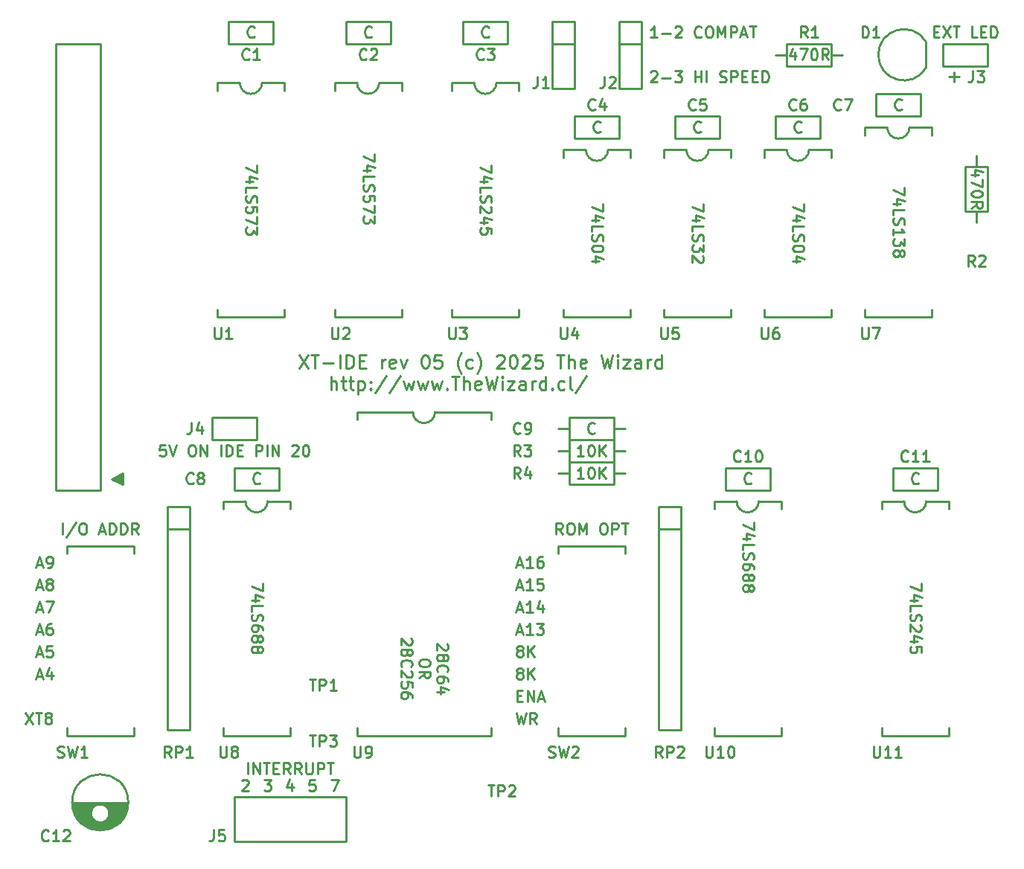
<source format=gbr>
G04 #@! TF.GenerationSoftware,KiCad,Pcbnew,8.0.4*
G04 #@! TF.CreationDate,2025-02-18T12:53:55-03:00*
G04 #@! TF.ProjectId,XT-IDE,58542d49-4445-42e6-9b69-6361645f7063,3B*
G04 #@! TF.SameCoordinates,Original*
G04 #@! TF.FileFunction,Legend,Top*
G04 #@! TF.FilePolarity,Positive*
%FSLAX46Y46*%
G04 Gerber Fmt 4.6, Leading zero omitted, Abs format (unit mm)*
G04 Created by KiCad (PCBNEW 8.0.4) date 2025-02-18 12:53:55*
%MOMM*%
%LPD*%
G01*
G04 APERTURE LIST*
%ADD10C,0.254000*%
%ADD11C,0.150000*%
%ADD12C,4.064000*%
%ADD13R,1.727200X1.727200*%
%ADD14C,1.727200*%
%ADD15C,1.397000*%
%ADD16O,1.727200X1.727200*%
%ADD17C,1.998980*%
%ADD18C,0.010000*%
%ADD19R,1.778000X7.112000*%
%ADD20R,1.900000X2.000000*%
%ADD21C,1.900000*%
%ADD22R,2.300000X1.600000*%
%ADD23O,2.300000X1.600000*%
G04 APERTURE END LIST*
D10*
X133759009Y-105621461D02*
X134363771Y-105621461D01*
X133638057Y-105984318D02*
X134061390Y-104714318D01*
X134061390Y-104714318D02*
X134484724Y-105984318D01*
X135573295Y-105984318D02*
X134847580Y-105984318D01*
X135210437Y-105984318D02*
X135210437Y-104714318D01*
X135210437Y-104714318D02*
X135089485Y-104895746D01*
X135089485Y-104895746D02*
X134968533Y-105016699D01*
X134968533Y-105016699D02*
X134847580Y-105077175D01*
X135996628Y-104714318D02*
X136782819Y-104714318D01*
X136782819Y-104714318D02*
X136359485Y-105198127D01*
X136359485Y-105198127D02*
X136540914Y-105198127D01*
X136540914Y-105198127D02*
X136661866Y-105258603D01*
X136661866Y-105258603D02*
X136722342Y-105319080D01*
X136722342Y-105319080D02*
X136782819Y-105440032D01*
X136782819Y-105440032D02*
X136782819Y-105742413D01*
X136782819Y-105742413D02*
X136722342Y-105863365D01*
X136722342Y-105863365D02*
X136661866Y-105923842D01*
X136661866Y-105923842D02*
X136540914Y-105984318D01*
X136540914Y-105984318D02*
X136178057Y-105984318D01*
X136178057Y-105984318D02*
X136057104Y-105923842D01*
X136057104Y-105923842D02*
X135996628Y-105863365D01*
X104986666Y-122494318D02*
X105772857Y-122494318D01*
X105772857Y-122494318D02*
X105349523Y-122978127D01*
X105349523Y-122978127D02*
X105530952Y-122978127D01*
X105530952Y-122978127D02*
X105651904Y-123038603D01*
X105651904Y-123038603D02*
X105712380Y-123099080D01*
X105712380Y-123099080D02*
X105772857Y-123220032D01*
X105772857Y-123220032D02*
X105772857Y-123522413D01*
X105772857Y-123522413D02*
X105712380Y-123643365D01*
X105712380Y-123643365D02*
X105651904Y-123703842D01*
X105651904Y-123703842D02*
X105530952Y-123764318D01*
X105530952Y-123764318D02*
X105168095Y-123764318D01*
X105168095Y-123764318D02*
X105047142Y-123703842D01*
X105047142Y-123703842D02*
X104986666Y-123643365D01*
X133698533Y-114874318D02*
X134000914Y-116144318D01*
X134000914Y-116144318D02*
X134242819Y-115237175D01*
X134242819Y-115237175D02*
X134484724Y-116144318D01*
X134484724Y-116144318D02*
X134787105Y-114874318D01*
X135996629Y-116144318D02*
X135573295Y-115539556D01*
X135270914Y-116144318D02*
X135270914Y-114874318D01*
X135270914Y-114874318D02*
X135754724Y-114874318D01*
X135754724Y-114874318D02*
X135875676Y-114934794D01*
X135875676Y-114934794D02*
X135936153Y-114995270D01*
X135936153Y-114995270D02*
X135996629Y-115116222D01*
X135996629Y-115116222D02*
X135996629Y-115297651D01*
X135996629Y-115297651D02*
X135936153Y-115418603D01*
X135936153Y-115418603D02*
X135875676Y-115479080D01*
X135875676Y-115479080D02*
X135754724Y-115539556D01*
X135754724Y-115539556D02*
X135270914Y-115539556D01*
X77863095Y-114874318D02*
X78709762Y-116144318D01*
X78709762Y-114874318D02*
X77863095Y-116144318D01*
X79012143Y-114874318D02*
X79737857Y-114874318D01*
X79375000Y-116144318D02*
X79375000Y-114874318D01*
X80342619Y-115418603D02*
X80221667Y-115358127D01*
X80221667Y-115358127D02*
X80161190Y-115297651D01*
X80161190Y-115297651D02*
X80100714Y-115176699D01*
X80100714Y-115176699D02*
X80100714Y-115116222D01*
X80100714Y-115116222D02*
X80161190Y-114995270D01*
X80161190Y-114995270D02*
X80221667Y-114934794D01*
X80221667Y-114934794D02*
X80342619Y-114874318D01*
X80342619Y-114874318D02*
X80584524Y-114874318D01*
X80584524Y-114874318D02*
X80705476Y-114934794D01*
X80705476Y-114934794D02*
X80765952Y-114995270D01*
X80765952Y-114995270D02*
X80826429Y-115116222D01*
X80826429Y-115116222D02*
X80826429Y-115176699D01*
X80826429Y-115176699D02*
X80765952Y-115297651D01*
X80765952Y-115297651D02*
X80705476Y-115358127D01*
X80705476Y-115358127D02*
X80584524Y-115418603D01*
X80584524Y-115418603D02*
X80342619Y-115418603D01*
X80342619Y-115418603D02*
X80221667Y-115479080D01*
X80221667Y-115479080D02*
X80161190Y-115539556D01*
X80161190Y-115539556D02*
X80100714Y-115660508D01*
X80100714Y-115660508D02*
X80100714Y-115902413D01*
X80100714Y-115902413D02*
X80161190Y-116023365D01*
X80161190Y-116023365D02*
X80221667Y-116083842D01*
X80221667Y-116083842D02*
X80342619Y-116144318D01*
X80342619Y-116144318D02*
X80584524Y-116144318D01*
X80584524Y-116144318D02*
X80705476Y-116083842D01*
X80705476Y-116083842D02*
X80765952Y-116023365D01*
X80765952Y-116023365D02*
X80826429Y-115902413D01*
X80826429Y-115902413D02*
X80826429Y-115660508D01*
X80826429Y-115660508D02*
X80765952Y-115539556D01*
X80765952Y-115539556D02*
X80705476Y-115479080D01*
X80705476Y-115479080D02*
X80584524Y-115418603D01*
X181216904Y-37374080D02*
X181640238Y-37374080D01*
X181821666Y-38039318D02*
X181216904Y-38039318D01*
X181216904Y-38039318D02*
X181216904Y-36769318D01*
X181216904Y-36769318D02*
X181821666Y-36769318D01*
X182245000Y-36769318D02*
X183091667Y-38039318D01*
X183091667Y-36769318D02*
X182245000Y-38039318D01*
X183394048Y-36769318D02*
X184119762Y-36769318D01*
X183756905Y-38039318D02*
X183756905Y-36769318D01*
X186115476Y-38039318D02*
X185510714Y-38039318D01*
X185510714Y-38039318D02*
X185510714Y-36769318D01*
X186538809Y-37374080D02*
X186962143Y-37374080D01*
X187143571Y-38039318D02*
X186538809Y-38039318D01*
X186538809Y-38039318D02*
X186538809Y-36769318D01*
X186538809Y-36769318D02*
X187143571Y-36769318D01*
X187687857Y-38039318D02*
X187687857Y-36769318D01*
X187687857Y-36769318D02*
X187990238Y-36769318D01*
X187990238Y-36769318D02*
X188171667Y-36829794D01*
X188171667Y-36829794D02*
X188292619Y-36950746D01*
X188292619Y-36950746D02*
X188353096Y-37071699D01*
X188353096Y-37071699D02*
X188413572Y-37313603D01*
X188413572Y-37313603D02*
X188413572Y-37495032D01*
X188413572Y-37495032D02*
X188353096Y-37736937D01*
X188353096Y-37736937D02*
X188292619Y-37857889D01*
X188292619Y-37857889D02*
X188171667Y-37978842D01*
X188171667Y-37978842D02*
X187990238Y-38039318D01*
X187990238Y-38039318D02*
X187687857Y-38039318D01*
X148999009Y-41970270D02*
X149059485Y-41909794D01*
X149059485Y-41909794D02*
X149180438Y-41849318D01*
X149180438Y-41849318D02*
X149482819Y-41849318D01*
X149482819Y-41849318D02*
X149603771Y-41909794D01*
X149603771Y-41909794D02*
X149664247Y-41970270D01*
X149664247Y-41970270D02*
X149724724Y-42091222D01*
X149724724Y-42091222D02*
X149724724Y-42212175D01*
X149724724Y-42212175D02*
X149664247Y-42393603D01*
X149664247Y-42393603D02*
X148938533Y-43119318D01*
X148938533Y-43119318D02*
X149724724Y-43119318D01*
X150269009Y-42635508D02*
X151236629Y-42635508D01*
X151720438Y-41849318D02*
X152506629Y-41849318D01*
X152506629Y-41849318D02*
X152083295Y-42333127D01*
X152083295Y-42333127D02*
X152264724Y-42333127D01*
X152264724Y-42333127D02*
X152385676Y-42393603D01*
X152385676Y-42393603D02*
X152446152Y-42454080D01*
X152446152Y-42454080D02*
X152506629Y-42575032D01*
X152506629Y-42575032D02*
X152506629Y-42877413D01*
X152506629Y-42877413D02*
X152446152Y-42998365D01*
X152446152Y-42998365D02*
X152385676Y-43058842D01*
X152385676Y-43058842D02*
X152264724Y-43119318D01*
X152264724Y-43119318D02*
X151901867Y-43119318D01*
X151901867Y-43119318D02*
X151780914Y-43058842D01*
X151780914Y-43058842D02*
X151720438Y-42998365D01*
X154018533Y-43119318D02*
X154018533Y-41849318D01*
X154018533Y-42454080D02*
X154744248Y-42454080D01*
X154744248Y-43119318D02*
X154744248Y-41849318D01*
X155349009Y-43119318D02*
X155349009Y-41849318D01*
X156860914Y-43058842D02*
X157042343Y-43119318D01*
X157042343Y-43119318D02*
X157344724Y-43119318D01*
X157344724Y-43119318D02*
X157465676Y-43058842D01*
X157465676Y-43058842D02*
X157526152Y-42998365D01*
X157526152Y-42998365D02*
X157586629Y-42877413D01*
X157586629Y-42877413D02*
X157586629Y-42756461D01*
X157586629Y-42756461D02*
X157526152Y-42635508D01*
X157526152Y-42635508D02*
X157465676Y-42575032D01*
X157465676Y-42575032D02*
X157344724Y-42514556D01*
X157344724Y-42514556D02*
X157102819Y-42454080D01*
X157102819Y-42454080D02*
X156981867Y-42393603D01*
X156981867Y-42393603D02*
X156921390Y-42333127D01*
X156921390Y-42333127D02*
X156860914Y-42212175D01*
X156860914Y-42212175D02*
X156860914Y-42091222D01*
X156860914Y-42091222D02*
X156921390Y-41970270D01*
X156921390Y-41970270D02*
X156981867Y-41909794D01*
X156981867Y-41909794D02*
X157102819Y-41849318D01*
X157102819Y-41849318D02*
X157405200Y-41849318D01*
X157405200Y-41849318D02*
X157586629Y-41909794D01*
X158130914Y-43119318D02*
X158130914Y-41849318D01*
X158130914Y-41849318D02*
X158614724Y-41849318D01*
X158614724Y-41849318D02*
X158735676Y-41909794D01*
X158735676Y-41909794D02*
X158796153Y-41970270D01*
X158796153Y-41970270D02*
X158856629Y-42091222D01*
X158856629Y-42091222D02*
X158856629Y-42272651D01*
X158856629Y-42272651D02*
X158796153Y-42393603D01*
X158796153Y-42393603D02*
X158735676Y-42454080D01*
X158735676Y-42454080D02*
X158614724Y-42514556D01*
X158614724Y-42514556D02*
X158130914Y-42514556D01*
X159400914Y-42454080D02*
X159824248Y-42454080D01*
X160005676Y-43119318D02*
X159400914Y-43119318D01*
X159400914Y-43119318D02*
X159400914Y-41849318D01*
X159400914Y-41849318D02*
X160005676Y-41849318D01*
X160549962Y-42454080D02*
X160973296Y-42454080D01*
X161154724Y-43119318D02*
X160549962Y-43119318D01*
X160549962Y-43119318D02*
X160549962Y-41849318D01*
X160549962Y-41849318D02*
X161154724Y-41849318D01*
X161699010Y-43119318D02*
X161699010Y-41849318D01*
X161699010Y-41849318D02*
X162001391Y-41849318D01*
X162001391Y-41849318D02*
X162182820Y-41909794D01*
X162182820Y-41909794D02*
X162303772Y-42030746D01*
X162303772Y-42030746D02*
X162364249Y-42151699D01*
X162364249Y-42151699D02*
X162424725Y-42393603D01*
X162424725Y-42393603D02*
X162424725Y-42575032D01*
X162424725Y-42575032D02*
X162364249Y-42816937D01*
X162364249Y-42816937D02*
X162303772Y-42937889D01*
X162303772Y-42937889D02*
X162182820Y-43058842D01*
X162182820Y-43058842D02*
X162001391Y-43119318D01*
X162001391Y-43119318D02*
X161699010Y-43119318D01*
X133759009Y-100541461D02*
X134363771Y-100541461D01*
X133638057Y-100904318D02*
X134061390Y-99634318D01*
X134061390Y-99634318D02*
X134484724Y-100904318D01*
X135573295Y-100904318D02*
X134847580Y-100904318D01*
X135210437Y-100904318D02*
X135210437Y-99634318D01*
X135210437Y-99634318D02*
X135089485Y-99815746D01*
X135089485Y-99815746D02*
X134968533Y-99936699D01*
X134968533Y-99936699D02*
X134847580Y-99997175D01*
X136722342Y-99634318D02*
X136117580Y-99634318D01*
X136117580Y-99634318D02*
X136057104Y-100239080D01*
X136057104Y-100239080D02*
X136117580Y-100178603D01*
X136117580Y-100178603D02*
X136238533Y-100118127D01*
X136238533Y-100118127D02*
X136540914Y-100118127D01*
X136540914Y-100118127D02*
X136661866Y-100178603D01*
X136661866Y-100178603D02*
X136722342Y-100239080D01*
X136722342Y-100239080D02*
X136782819Y-100360032D01*
X136782819Y-100360032D02*
X136782819Y-100662413D01*
X136782819Y-100662413D02*
X136722342Y-100783365D01*
X136722342Y-100783365D02*
X136661866Y-100843842D01*
X136661866Y-100843842D02*
X136540914Y-100904318D01*
X136540914Y-100904318D02*
X136238533Y-100904318D01*
X136238533Y-100904318D02*
X136117580Y-100843842D01*
X136117580Y-100843842D02*
X136057104Y-100783365D01*
X79149009Y-108161461D02*
X79753771Y-108161461D01*
X79028057Y-108524318D02*
X79451390Y-107254318D01*
X79451390Y-107254318D02*
X79874724Y-108524318D01*
X80902818Y-107254318D02*
X80298056Y-107254318D01*
X80298056Y-107254318D02*
X80237580Y-107859080D01*
X80237580Y-107859080D02*
X80298056Y-107798603D01*
X80298056Y-107798603D02*
X80419009Y-107738127D01*
X80419009Y-107738127D02*
X80721390Y-107738127D01*
X80721390Y-107738127D02*
X80842342Y-107798603D01*
X80842342Y-107798603D02*
X80902818Y-107859080D01*
X80902818Y-107859080D02*
X80963295Y-107980032D01*
X80963295Y-107980032D02*
X80963295Y-108282413D01*
X80963295Y-108282413D02*
X80902818Y-108403365D01*
X80902818Y-108403365D02*
X80842342Y-108463842D01*
X80842342Y-108463842D02*
X80721390Y-108524318D01*
X80721390Y-108524318D02*
X80419009Y-108524318D01*
X80419009Y-108524318D02*
X80298056Y-108463842D01*
X80298056Y-108463842D02*
X80237580Y-108403365D01*
X186327348Y-53642380D02*
X185480681Y-53642380D01*
X186811158Y-53339999D02*
X185904015Y-53037618D01*
X185904015Y-53037618D02*
X185904015Y-53823809D01*
X186750681Y-54186666D02*
X186750681Y-55033333D01*
X186750681Y-55033333D02*
X185480681Y-54489047D01*
X186750681Y-55759047D02*
X186750681Y-55880000D01*
X186750681Y-55880000D02*
X186690205Y-56000952D01*
X186690205Y-56000952D02*
X186629729Y-56061428D01*
X186629729Y-56061428D02*
X186508777Y-56121904D01*
X186508777Y-56121904D02*
X186266872Y-56182381D01*
X186266872Y-56182381D02*
X185964491Y-56182381D01*
X185964491Y-56182381D02*
X185722586Y-56121904D01*
X185722586Y-56121904D02*
X185601634Y-56061428D01*
X185601634Y-56061428D02*
X185541158Y-56000952D01*
X185541158Y-56000952D02*
X185480681Y-55880000D01*
X185480681Y-55880000D02*
X185480681Y-55759047D01*
X185480681Y-55759047D02*
X185541158Y-55638095D01*
X185541158Y-55638095D02*
X185601634Y-55577619D01*
X185601634Y-55577619D02*
X185722586Y-55517142D01*
X185722586Y-55517142D02*
X185964491Y-55456666D01*
X185964491Y-55456666D02*
X186266872Y-55456666D01*
X186266872Y-55456666D02*
X186508777Y-55517142D01*
X186508777Y-55517142D02*
X186629729Y-55577619D01*
X186629729Y-55577619D02*
X186690205Y-55638095D01*
X186690205Y-55638095D02*
X186750681Y-55759047D01*
X185480681Y-57452381D02*
X186085443Y-57029047D01*
X185480681Y-56726666D02*
X186750681Y-56726666D01*
X186750681Y-56726666D02*
X186750681Y-57210476D01*
X186750681Y-57210476D02*
X186690205Y-57331428D01*
X186690205Y-57331428D02*
X186629729Y-57391905D01*
X186629729Y-57391905D02*
X186508777Y-57452381D01*
X186508777Y-57452381D02*
X186327348Y-57452381D01*
X186327348Y-57452381D02*
X186206396Y-57391905D01*
X186206396Y-57391905D02*
X186145919Y-57331428D01*
X186145919Y-57331428D02*
X186085443Y-57210476D01*
X186085443Y-57210476D02*
X186085443Y-56726666D01*
X117535681Y-51283809D02*
X117535681Y-52130476D01*
X117535681Y-52130476D02*
X116265681Y-51586190D01*
X117112348Y-53158571D02*
X116265681Y-53158571D01*
X117596158Y-52856190D02*
X116689015Y-52553809D01*
X116689015Y-52553809D02*
X116689015Y-53340000D01*
X116265681Y-54428571D02*
X116265681Y-53823809D01*
X116265681Y-53823809D02*
X117535681Y-53823809D01*
X116326158Y-54791428D02*
X116265681Y-54972857D01*
X116265681Y-54972857D02*
X116265681Y-55275238D01*
X116265681Y-55275238D02*
X116326158Y-55396190D01*
X116326158Y-55396190D02*
X116386634Y-55456666D01*
X116386634Y-55456666D02*
X116507586Y-55517143D01*
X116507586Y-55517143D02*
X116628538Y-55517143D01*
X116628538Y-55517143D02*
X116749491Y-55456666D01*
X116749491Y-55456666D02*
X116809967Y-55396190D01*
X116809967Y-55396190D02*
X116870443Y-55275238D01*
X116870443Y-55275238D02*
X116930919Y-55033333D01*
X116930919Y-55033333D02*
X116991396Y-54912381D01*
X116991396Y-54912381D02*
X117051872Y-54851904D01*
X117051872Y-54851904D02*
X117172824Y-54791428D01*
X117172824Y-54791428D02*
X117293777Y-54791428D01*
X117293777Y-54791428D02*
X117414729Y-54851904D01*
X117414729Y-54851904D02*
X117475205Y-54912381D01*
X117475205Y-54912381D02*
X117535681Y-55033333D01*
X117535681Y-55033333D02*
X117535681Y-55335714D01*
X117535681Y-55335714D02*
X117475205Y-55517143D01*
X117535681Y-56666190D02*
X117535681Y-56061428D01*
X117535681Y-56061428D02*
X116930919Y-56000952D01*
X116930919Y-56000952D02*
X116991396Y-56061428D01*
X116991396Y-56061428D02*
X117051872Y-56182381D01*
X117051872Y-56182381D02*
X117051872Y-56484762D01*
X117051872Y-56484762D02*
X116991396Y-56605714D01*
X116991396Y-56605714D02*
X116930919Y-56666190D01*
X116930919Y-56666190D02*
X116809967Y-56726667D01*
X116809967Y-56726667D02*
X116507586Y-56726667D01*
X116507586Y-56726667D02*
X116386634Y-56666190D01*
X116386634Y-56666190D02*
X116326158Y-56605714D01*
X116326158Y-56605714D02*
X116265681Y-56484762D01*
X116265681Y-56484762D02*
X116265681Y-56182381D01*
X116265681Y-56182381D02*
X116326158Y-56061428D01*
X116326158Y-56061428D02*
X116386634Y-56000952D01*
X117535681Y-57150000D02*
X117535681Y-57996667D01*
X117535681Y-57996667D02*
X116265681Y-57452381D01*
X117535681Y-58359524D02*
X117535681Y-59145715D01*
X117535681Y-59145715D02*
X117051872Y-58722381D01*
X117051872Y-58722381D02*
X117051872Y-58903810D01*
X117051872Y-58903810D02*
X116991396Y-59024762D01*
X116991396Y-59024762D02*
X116930919Y-59085238D01*
X116930919Y-59085238D02*
X116809967Y-59145715D01*
X116809967Y-59145715D02*
X116507586Y-59145715D01*
X116507586Y-59145715D02*
X116386634Y-59085238D01*
X116386634Y-59085238D02*
X116326158Y-59024762D01*
X116326158Y-59024762D02*
X116265681Y-58903810D01*
X116265681Y-58903810D02*
X116265681Y-58540953D01*
X116265681Y-58540953D02*
X116326158Y-58420000D01*
X116326158Y-58420000D02*
X116386634Y-58359524D01*
X93784247Y-84394318D02*
X93179485Y-84394318D01*
X93179485Y-84394318D02*
X93119009Y-84999080D01*
X93119009Y-84999080D02*
X93179485Y-84938603D01*
X93179485Y-84938603D02*
X93300438Y-84878127D01*
X93300438Y-84878127D02*
X93602819Y-84878127D01*
X93602819Y-84878127D02*
X93723771Y-84938603D01*
X93723771Y-84938603D02*
X93784247Y-84999080D01*
X93784247Y-84999080D02*
X93844724Y-85120032D01*
X93844724Y-85120032D02*
X93844724Y-85422413D01*
X93844724Y-85422413D02*
X93784247Y-85543365D01*
X93784247Y-85543365D02*
X93723771Y-85603842D01*
X93723771Y-85603842D02*
X93602819Y-85664318D01*
X93602819Y-85664318D02*
X93300438Y-85664318D01*
X93300438Y-85664318D02*
X93179485Y-85603842D01*
X93179485Y-85603842D02*
X93119009Y-85543365D01*
X94207581Y-84394318D02*
X94630914Y-85664318D01*
X94630914Y-85664318D02*
X95054248Y-84394318D01*
X96687104Y-84394318D02*
X96929009Y-84394318D01*
X96929009Y-84394318D02*
X97049961Y-84454794D01*
X97049961Y-84454794D02*
X97170914Y-84575746D01*
X97170914Y-84575746D02*
X97231390Y-84817651D01*
X97231390Y-84817651D02*
X97231390Y-85240984D01*
X97231390Y-85240984D02*
X97170914Y-85482889D01*
X97170914Y-85482889D02*
X97049961Y-85603842D01*
X97049961Y-85603842D02*
X96929009Y-85664318D01*
X96929009Y-85664318D02*
X96687104Y-85664318D01*
X96687104Y-85664318D02*
X96566152Y-85603842D01*
X96566152Y-85603842D02*
X96445199Y-85482889D01*
X96445199Y-85482889D02*
X96384723Y-85240984D01*
X96384723Y-85240984D02*
X96384723Y-84817651D01*
X96384723Y-84817651D02*
X96445199Y-84575746D01*
X96445199Y-84575746D02*
X96566152Y-84454794D01*
X96566152Y-84454794D02*
X96687104Y-84394318D01*
X97775675Y-85664318D02*
X97775675Y-84394318D01*
X97775675Y-84394318D02*
X98501390Y-85664318D01*
X98501390Y-85664318D02*
X98501390Y-84394318D01*
X100073770Y-85664318D02*
X100073770Y-84394318D01*
X100678532Y-85664318D02*
X100678532Y-84394318D01*
X100678532Y-84394318D02*
X100980913Y-84394318D01*
X100980913Y-84394318D02*
X101162342Y-84454794D01*
X101162342Y-84454794D02*
X101283294Y-84575746D01*
X101283294Y-84575746D02*
X101343771Y-84696699D01*
X101343771Y-84696699D02*
X101404247Y-84938603D01*
X101404247Y-84938603D02*
X101404247Y-85120032D01*
X101404247Y-85120032D02*
X101343771Y-85361937D01*
X101343771Y-85361937D02*
X101283294Y-85482889D01*
X101283294Y-85482889D02*
X101162342Y-85603842D01*
X101162342Y-85603842D02*
X100980913Y-85664318D01*
X100980913Y-85664318D02*
X100678532Y-85664318D01*
X101948532Y-84999080D02*
X102371866Y-84999080D01*
X102553294Y-85664318D02*
X101948532Y-85664318D01*
X101948532Y-85664318D02*
X101948532Y-84394318D01*
X101948532Y-84394318D02*
X102553294Y-84394318D01*
X104065199Y-85664318D02*
X104065199Y-84394318D01*
X104065199Y-84394318D02*
X104549009Y-84394318D01*
X104549009Y-84394318D02*
X104669961Y-84454794D01*
X104669961Y-84454794D02*
X104730438Y-84515270D01*
X104730438Y-84515270D02*
X104790914Y-84636222D01*
X104790914Y-84636222D02*
X104790914Y-84817651D01*
X104790914Y-84817651D02*
X104730438Y-84938603D01*
X104730438Y-84938603D02*
X104669961Y-84999080D01*
X104669961Y-84999080D02*
X104549009Y-85059556D01*
X104549009Y-85059556D02*
X104065199Y-85059556D01*
X105335199Y-85664318D02*
X105335199Y-84394318D01*
X105939961Y-85664318D02*
X105939961Y-84394318D01*
X105939961Y-84394318D02*
X106665676Y-85664318D01*
X106665676Y-85664318D02*
X106665676Y-84394318D01*
X108177580Y-84515270D02*
X108238056Y-84454794D01*
X108238056Y-84454794D02*
X108359009Y-84394318D01*
X108359009Y-84394318D02*
X108661390Y-84394318D01*
X108661390Y-84394318D02*
X108782342Y-84454794D01*
X108782342Y-84454794D02*
X108842818Y-84515270D01*
X108842818Y-84515270D02*
X108903295Y-84636222D01*
X108903295Y-84636222D02*
X108903295Y-84757175D01*
X108903295Y-84757175D02*
X108842818Y-84938603D01*
X108842818Y-84938603D02*
X108117104Y-85664318D01*
X108117104Y-85664318D02*
X108903295Y-85664318D01*
X109689485Y-84394318D02*
X109810438Y-84394318D01*
X109810438Y-84394318D02*
X109931390Y-84454794D01*
X109931390Y-84454794D02*
X109991866Y-84515270D01*
X109991866Y-84515270D02*
X110052342Y-84636222D01*
X110052342Y-84636222D02*
X110112819Y-84878127D01*
X110112819Y-84878127D02*
X110112819Y-85180508D01*
X110112819Y-85180508D02*
X110052342Y-85422413D01*
X110052342Y-85422413D02*
X109991866Y-85543365D01*
X109991866Y-85543365D02*
X109931390Y-85603842D01*
X109931390Y-85603842D02*
X109810438Y-85664318D01*
X109810438Y-85664318D02*
X109689485Y-85664318D01*
X109689485Y-85664318D02*
X109568533Y-85603842D01*
X109568533Y-85603842D02*
X109508057Y-85543365D01*
X109508057Y-85543365D02*
X109447580Y-85422413D01*
X109447580Y-85422413D02*
X109387104Y-85180508D01*
X109387104Y-85180508D02*
X109387104Y-84878127D01*
X109387104Y-84878127D02*
X109447580Y-84636222D01*
X109447580Y-84636222D02*
X109508057Y-84515270D01*
X109508057Y-84515270D02*
X109568533Y-84454794D01*
X109568533Y-84454794D02*
X109689485Y-84394318D01*
X102507142Y-122615270D02*
X102567618Y-122554794D01*
X102567618Y-122554794D02*
X102688571Y-122494318D01*
X102688571Y-122494318D02*
X102990952Y-122494318D01*
X102990952Y-122494318D02*
X103111904Y-122554794D01*
X103111904Y-122554794D02*
X103172380Y-122615270D01*
X103172380Y-122615270D02*
X103232857Y-122736222D01*
X103232857Y-122736222D02*
X103232857Y-122857175D01*
X103232857Y-122857175D02*
X103172380Y-123038603D01*
X103172380Y-123038603D02*
X102446666Y-123764318D01*
X102446666Y-123764318D02*
X103232857Y-123764318D01*
X177860681Y-55093809D02*
X177860681Y-55940476D01*
X177860681Y-55940476D02*
X176590681Y-55396190D01*
X177437348Y-56968571D02*
X176590681Y-56968571D01*
X177921158Y-56666190D02*
X177014015Y-56363809D01*
X177014015Y-56363809D02*
X177014015Y-57150000D01*
X176590681Y-58238571D02*
X176590681Y-57633809D01*
X176590681Y-57633809D02*
X177860681Y-57633809D01*
X176651158Y-58601428D02*
X176590681Y-58782857D01*
X176590681Y-58782857D02*
X176590681Y-59085238D01*
X176590681Y-59085238D02*
X176651158Y-59206190D01*
X176651158Y-59206190D02*
X176711634Y-59266666D01*
X176711634Y-59266666D02*
X176832586Y-59327143D01*
X176832586Y-59327143D02*
X176953538Y-59327143D01*
X176953538Y-59327143D02*
X177074491Y-59266666D01*
X177074491Y-59266666D02*
X177134967Y-59206190D01*
X177134967Y-59206190D02*
X177195443Y-59085238D01*
X177195443Y-59085238D02*
X177255919Y-58843333D01*
X177255919Y-58843333D02*
X177316396Y-58722381D01*
X177316396Y-58722381D02*
X177376872Y-58661904D01*
X177376872Y-58661904D02*
X177497824Y-58601428D01*
X177497824Y-58601428D02*
X177618777Y-58601428D01*
X177618777Y-58601428D02*
X177739729Y-58661904D01*
X177739729Y-58661904D02*
X177800205Y-58722381D01*
X177800205Y-58722381D02*
X177860681Y-58843333D01*
X177860681Y-58843333D02*
X177860681Y-59145714D01*
X177860681Y-59145714D02*
X177800205Y-59327143D01*
X176590681Y-60536667D02*
X176590681Y-59810952D01*
X176590681Y-60173809D02*
X177860681Y-60173809D01*
X177860681Y-60173809D02*
X177679253Y-60052857D01*
X177679253Y-60052857D02*
X177558300Y-59931905D01*
X177558300Y-59931905D02*
X177497824Y-59810952D01*
X177860681Y-60960000D02*
X177860681Y-61746191D01*
X177860681Y-61746191D02*
X177376872Y-61322857D01*
X177376872Y-61322857D02*
X177376872Y-61504286D01*
X177376872Y-61504286D02*
X177316396Y-61625238D01*
X177316396Y-61625238D02*
X177255919Y-61685714D01*
X177255919Y-61685714D02*
X177134967Y-61746191D01*
X177134967Y-61746191D02*
X176832586Y-61746191D01*
X176832586Y-61746191D02*
X176711634Y-61685714D01*
X176711634Y-61685714D02*
X176651158Y-61625238D01*
X176651158Y-61625238D02*
X176590681Y-61504286D01*
X176590681Y-61504286D02*
X176590681Y-61141429D01*
X176590681Y-61141429D02*
X176651158Y-61020476D01*
X176651158Y-61020476D02*
X176711634Y-60960000D01*
X177316396Y-62471905D02*
X177376872Y-62350953D01*
X177376872Y-62350953D02*
X177437348Y-62290476D01*
X177437348Y-62290476D02*
X177558300Y-62230000D01*
X177558300Y-62230000D02*
X177618777Y-62230000D01*
X177618777Y-62230000D02*
X177739729Y-62290476D01*
X177739729Y-62290476D02*
X177800205Y-62350953D01*
X177800205Y-62350953D02*
X177860681Y-62471905D01*
X177860681Y-62471905D02*
X177860681Y-62713810D01*
X177860681Y-62713810D02*
X177800205Y-62834762D01*
X177800205Y-62834762D02*
X177739729Y-62895238D01*
X177739729Y-62895238D02*
X177618777Y-62955715D01*
X177618777Y-62955715D02*
X177558300Y-62955715D01*
X177558300Y-62955715D02*
X177437348Y-62895238D01*
X177437348Y-62895238D02*
X177376872Y-62834762D01*
X177376872Y-62834762D02*
X177316396Y-62713810D01*
X177316396Y-62713810D02*
X177316396Y-62471905D01*
X177316396Y-62471905D02*
X177255919Y-62350953D01*
X177255919Y-62350953D02*
X177195443Y-62290476D01*
X177195443Y-62290476D02*
X177074491Y-62230000D01*
X177074491Y-62230000D02*
X176832586Y-62230000D01*
X176832586Y-62230000D02*
X176711634Y-62290476D01*
X176711634Y-62290476D02*
X176651158Y-62350953D01*
X176651158Y-62350953D02*
X176590681Y-62471905D01*
X176590681Y-62471905D02*
X176590681Y-62713810D01*
X176590681Y-62713810D02*
X176651158Y-62834762D01*
X176651158Y-62834762D02*
X176711634Y-62895238D01*
X176711634Y-62895238D02*
X176832586Y-62955715D01*
X176832586Y-62955715D02*
X177074491Y-62955715D01*
X177074491Y-62955715D02*
X177195443Y-62895238D01*
X177195443Y-62895238D02*
X177255919Y-62834762D01*
X177255919Y-62834762D02*
X177316396Y-62713810D01*
X166430681Y-56968571D02*
X166430681Y-57815238D01*
X166430681Y-57815238D02*
X165160681Y-57270952D01*
X166007348Y-58843333D02*
X165160681Y-58843333D01*
X166491158Y-58540952D02*
X165584015Y-58238571D01*
X165584015Y-58238571D02*
X165584015Y-59024762D01*
X165160681Y-60113333D02*
X165160681Y-59508571D01*
X165160681Y-59508571D02*
X166430681Y-59508571D01*
X165221158Y-60476190D02*
X165160681Y-60657619D01*
X165160681Y-60657619D02*
X165160681Y-60960000D01*
X165160681Y-60960000D02*
X165221158Y-61080952D01*
X165221158Y-61080952D02*
X165281634Y-61141428D01*
X165281634Y-61141428D02*
X165402586Y-61201905D01*
X165402586Y-61201905D02*
X165523538Y-61201905D01*
X165523538Y-61201905D02*
X165644491Y-61141428D01*
X165644491Y-61141428D02*
X165704967Y-61080952D01*
X165704967Y-61080952D02*
X165765443Y-60960000D01*
X165765443Y-60960000D02*
X165825919Y-60718095D01*
X165825919Y-60718095D02*
X165886396Y-60597143D01*
X165886396Y-60597143D02*
X165946872Y-60536666D01*
X165946872Y-60536666D02*
X166067824Y-60476190D01*
X166067824Y-60476190D02*
X166188777Y-60476190D01*
X166188777Y-60476190D02*
X166309729Y-60536666D01*
X166309729Y-60536666D02*
X166370205Y-60597143D01*
X166370205Y-60597143D02*
X166430681Y-60718095D01*
X166430681Y-60718095D02*
X166430681Y-61020476D01*
X166430681Y-61020476D02*
X166370205Y-61201905D01*
X166430681Y-61988095D02*
X166430681Y-62109048D01*
X166430681Y-62109048D02*
X166370205Y-62230000D01*
X166370205Y-62230000D02*
X166309729Y-62290476D01*
X166309729Y-62290476D02*
X166188777Y-62350952D01*
X166188777Y-62350952D02*
X165946872Y-62411429D01*
X165946872Y-62411429D02*
X165644491Y-62411429D01*
X165644491Y-62411429D02*
X165402586Y-62350952D01*
X165402586Y-62350952D02*
X165281634Y-62290476D01*
X165281634Y-62290476D02*
X165221158Y-62230000D01*
X165221158Y-62230000D02*
X165160681Y-62109048D01*
X165160681Y-62109048D02*
X165160681Y-61988095D01*
X165160681Y-61988095D02*
X165221158Y-61867143D01*
X165221158Y-61867143D02*
X165281634Y-61806667D01*
X165281634Y-61806667D02*
X165402586Y-61746190D01*
X165402586Y-61746190D02*
X165644491Y-61685714D01*
X165644491Y-61685714D02*
X165946872Y-61685714D01*
X165946872Y-61685714D02*
X166188777Y-61746190D01*
X166188777Y-61746190D02*
X166309729Y-61806667D01*
X166309729Y-61806667D02*
X166370205Y-61867143D01*
X166370205Y-61867143D02*
X166430681Y-61988095D01*
X166007348Y-63500000D02*
X165160681Y-63500000D01*
X166491158Y-63197619D02*
X165584015Y-62895238D01*
X165584015Y-62895238D02*
X165584015Y-63681429D01*
X108969819Y-74141046D02*
X109985819Y-75665046D01*
X109985819Y-74141046D02*
X108969819Y-75665046D01*
X110348676Y-74141046D02*
X111219534Y-74141046D01*
X110784105Y-75665046D02*
X110784105Y-74141046D01*
X111727534Y-75084475D02*
X112888677Y-75084475D01*
X113614391Y-75665046D02*
X113614391Y-74141046D01*
X114340105Y-75665046D02*
X114340105Y-74141046D01*
X114340105Y-74141046D02*
X114702962Y-74141046D01*
X114702962Y-74141046D02*
X114920676Y-74213617D01*
X114920676Y-74213617D02*
X115065819Y-74358760D01*
X115065819Y-74358760D02*
X115138390Y-74503903D01*
X115138390Y-74503903D02*
X115210962Y-74794189D01*
X115210962Y-74794189D02*
X115210962Y-75011903D01*
X115210962Y-75011903D02*
X115138390Y-75302189D01*
X115138390Y-75302189D02*
X115065819Y-75447332D01*
X115065819Y-75447332D02*
X114920676Y-75592475D01*
X114920676Y-75592475D02*
X114702962Y-75665046D01*
X114702962Y-75665046D02*
X114340105Y-75665046D01*
X115864105Y-74866760D02*
X116372105Y-74866760D01*
X116589819Y-75665046D02*
X115864105Y-75665046D01*
X115864105Y-75665046D02*
X115864105Y-74141046D01*
X115864105Y-74141046D02*
X116589819Y-74141046D01*
X118404105Y-75665046D02*
X118404105Y-74649046D01*
X118404105Y-74939332D02*
X118476676Y-74794189D01*
X118476676Y-74794189D02*
X118549248Y-74721617D01*
X118549248Y-74721617D02*
X118694390Y-74649046D01*
X118694390Y-74649046D02*
X118839533Y-74649046D01*
X119928105Y-75592475D02*
X119782962Y-75665046D01*
X119782962Y-75665046D02*
X119492677Y-75665046D01*
X119492677Y-75665046D02*
X119347534Y-75592475D01*
X119347534Y-75592475D02*
X119274962Y-75447332D01*
X119274962Y-75447332D02*
X119274962Y-74866760D01*
X119274962Y-74866760D02*
X119347534Y-74721617D01*
X119347534Y-74721617D02*
X119492677Y-74649046D01*
X119492677Y-74649046D02*
X119782962Y-74649046D01*
X119782962Y-74649046D02*
X119928105Y-74721617D01*
X119928105Y-74721617D02*
X120000677Y-74866760D01*
X120000677Y-74866760D02*
X120000677Y-75011903D01*
X120000677Y-75011903D02*
X119274962Y-75157046D01*
X120508677Y-74649046D02*
X120871534Y-75665046D01*
X120871534Y-75665046D02*
X121234391Y-74649046D01*
X123266391Y-74141046D02*
X123411534Y-74141046D01*
X123411534Y-74141046D02*
X123556677Y-74213617D01*
X123556677Y-74213617D02*
X123629249Y-74286189D01*
X123629249Y-74286189D02*
X123701820Y-74431332D01*
X123701820Y-74431332D02*
X123774391Y-74721617D01*
X123774391Y-74721617D02*
X123774391Y-75084475D01*
X123774391Y-75084475D02*
X123701820Y-75374760D01*
X123701820Y-75374760D02*
X123629249Y-75519903D01*
X123629249Y-75519903D02*
X123556677Y-75592475D01*
X123556677Y-75592475D02*
X123411534Y-75665046D01*
X123411534Y-75665046D02*
X123266391Y-75665046D01*
X123266391Y-75665046D02*
X123121249Y-75592475D01*
X123121249Y-75592475D02*
X123048677Y-75519903D01*
X123048677Y-75519903D02*
X122976106Y-75374760D01*
X122976106Y-75374760D02*
X122903534Y-75084475D01*
X122903534Y-75084475D02*
X122903534Y-74721617D01*
X122903534Y-74721617D02*
X122976106Y-74431332D01*
X122976106Y-74431332D02*
X123048677Y-74286189D01*
X123048677Y-74286189D02*
X123121249Y-74213617D01*
X123121249Y-74213617D02*
X123266391Y-74141046D01*
X125153249Y-74141046D02*
X124427535Y-74141046D01*
X124427535Y-74141046D02*
X124354963Y-74866760D01*
X124354963Y-74866760D02*
X124427535Y-74794189D01*
X124427535Y-74794189D02*
X124572678Y-74721617D01*
X124572678Y-74721617D02*
X124935535Y-74721617D01*
X124935535Y-74721617D02*
X125080678Y-74794189D01*
X125080678Y-74794189D02*
X125153249Y-74866760D01*
X125153249Y-74866760D02*
X125225820Y-75011903D01*
X125225820Y-75011903D02*
X125225820Y-75374760D01*
X125225820Y-75374760D02*
X125153249Y-75519903D01*
X125153249Y-75519903D02*
X125080678Y-75592475D01*
X125080678Y-75592475D02*
X124935535Y-75665046D01*
X124935535Y-75665046D02*
X124572678Y-75665046D01*
X124572678Y-75665046D02*
X124427535Y-75592475D01*
X124427535Y-75592475D02*
X124354963Y-75519903D01*
X127475535Y-76245617D02*
X127402964Y-76173046D01*
X127402964Y-76173046D02*
X127257821Y-75955332D01*
X127257821Y-75955332D02*
X127185250Y-75810189D01*
X127185250Y-75810189D02*
X127112678Y-75592475D01*
X127112678Y-75592475D02*
X127040107Y-75229617D01*
X127040107Y-75229617D02*
X127040107Y-74939332D01*
X127040107Y-74939332D02*
X127112678Y-74576475D01*
X127112678Y-74576475D02*
X127185250Y-74358760D01*
X127185250Y-74358760D02*
X127257821Y-74213617D01*
X127257821Y-74213617D02*
X127402964Y-73995903D01*
X127402964Y-73995903D02*
X127475535Y-73923332D01*
X128709250Y-75592475D02*
X128564107Y-75665046D01*
X128564107Y-75665046D02*
X128273821Y-75665046D01*
X128273821Y-75665046D02*
X128128678Y-75592475D01*
X128128678Y-75592475D02*
X128056107Y-75519903D01*
X128056107Y-75519903D02*
X127983535Y-75374760D01*
X127983535Y-75374760D02*
X127983535Y-74939332D01*
X127983535Y-74939332D02*
X128056107Y-74794189D01*
X128056107Y-74794189D02*
X128128678Y-74721617D01*
X128128678Y-74721617D02*
X128273821Y-74649046D01*
X128273821Y-74649046D02*
X128564107Y-74649046D01*
X128564107Y-74649046D02*
X128709250Y-74721617D01*
X129217250Y-76245617D02*
X129289821Y-76173046D01*
X129289821Y-76173046D02*
X129434964Y-75955332D01*
X129434964Y-75955332D02*
X129507536Y-75810189D01*
X129507536Y-75810189D02*
X129580107Y-75592475D01*
X129580107Y-75592475D02*
X129652678Y-75229617D01*
X129652678Y-75229617D02*
X129652678Y-74939332D01*
X129652678Y-74939332D02*
X129580107Y-74576475D01*
X129580107Y-74576475D02*
X129507536Y-74358760D01*
X129507536Y-74358760D02*
X129434964Y-74213617D01*
X129434964Y-74213617D02*
X129289821Y-73995903D01*
X129289821Y-73995903D02*
X129217250Y-73923332D01*
X131466964Y-74286189D02*
X131539536Y-74213617D01*
X131539536Y-74213617D02*
X131684679Y-74141046D01*
X131684679Y-74141046D02*
X132047536Y-74141046D01*
X132047536Y-74141046D02*
X132192679Y-74213617D01*
X132192679Y-74213617D02*
X132265250Y-74286189D01*
X132265250Y-74286189D02*
X132337821Y-74431332D01*
X132337821Y-74431332D02*
X132337821Y-74576475D01*
X132337821Y-74576475D02*
X132265250Y-74794189D01*
X132265250Y-74794189D02*
X131394393Y-75665046D01*
X131394393Y-75665046D02*
X132337821Y-75665046D01*
X133281250Y-74141046D02*
X133426393Y-74141046D01*
X133426393Y-74141046D02*
X133571536Y-74213617D01*
X133571536Y-74213617D02*
X133644108Y-74286189D01*
X133644108Y-74286189D02*
X133716679Y-74431332D01*
X133716679Y-74431332D02*
X133789250Y-74721617D01*
X133789250Y-74721617D02*
X133789250Y-75084475D01*
X133789250Y-75084475D02*
X133716679Y-75374760D01*
X133716679Y-75374760D02*
X133644108Y-75519903D01*
X133644108Y-75519903D02*
X133571536Y-75592475D01*
X133571536Y-75592475D02*
X133426393Y-75665046D01*
X133426393Y-75665046D02*
X133281250Y-75665046D01*
X133281250Y-75665046D02*
X133136108Y-75592475D01*
X133136108Y-75592475D02*
X133063536Y-75519903D01*
X133063536Y-75519903D02*
X132990965Y-75374760D01*
X132990965Y-75374760D02*
X132918393Y-75084475D01*
X132918393Y-75084475D02*
X132918393Y-74721617D01*
X132918393Y-74721617D02*
X132990965Y-74431332D01*
X132990965Y-74431332D02*
X133063536Y-74286189D01*
X133063536Y-74286189D02*
X133136108Y-74213617D01*
X133136108Y-74213617D02*
X133281250Y-74141046D01*
X134369822Y-74286189D02*
X134442394Y-74213617D01*
X134442394Y-74213617D02*
X134587537Y-74141046D01*
X134587537Y-74141046D02*
X134950394Y-74141046D01*
X134950394Y-74141046D02*
X135095537Y-74213617D01*
X135095537Y-74213617D02*
X135168108Y-74286189D01*
X135168108Y-74286189D02*
X135240679Y-74431332D01*
X135240679Y-74431332D02*
X135240679Y-74576475D01*
X135240679Y-74576475D02*
X135168108Y-74794189D01*
X135168108Y-74794189D02*
X134297251Y-75665046D01*
X134297251Y-75665046D02*
X135240679Y-75665046D01*
X136619537Y-74141046D02*
X135893823Y-74141046D01*
X135893823Y-74141046D02*
X135821251Y-74866760D01*
X135821251Y-74866760D02*
X135893823Y-74794189D01*
X135893823Y-74794189D02*
X136038966Y-74721617D01*
X136038966Y-74721617D02*
X136401823Y-74721617D01*
X136401823Y-74721617D02*
X136546966Y-74794189D01*
X136546966Y-74794189D02*
X136619537Y-74866760D01*
X136619537Y-74866760D02*
X136692108Y-75011903D01*
X136692108Y-75011903D02*
X136692108Y-75374760D01*
X136692108Y-75374760D02*
X136619537Y-75519903D01*
X136619537Y-75519903D02*
X136546966Y-75592475D01*
X136546966Y-75592475D02*
X136401823Y-75665046D01*
X136401823Y-75665046D02*
X136038966Y-75665046D01*
X136038966Y-75665046D02*
X135893823Y-75592475D01*
X135893823Y-75592475D02*
X135821251Y-75519903D01*
X138288680Y-74141046D02*
X139159538Y-74141046D01*
X138724109Y-75665046D02*
X138724109Y-74141046D01*
X139667538Y-75665046D02*
X139667538Y-74141046D01*
X140320681Y-75665046D02*
X140320681Y-74866760D01*
X140320681Y-74866760D02*
X140248109Y-74721617D01*
X140248109Y-74721617D02*
X140102966Y-74649046D01*
X140102966Y-74649046D02*
X139885252Y-74649046D01*
X139885252Y-74649046D02*
X139740109Y-74721617D01*
X139740109Y-74721617D02*
X139667538Y-74794189D01*
X141626966Y-75592475D02*
X141481823Y-75665046D01*
X141481823Y-75665046D02*
X141191538Y-75665046D01*
X141191538Y-75665046D02*
X141046395Y-75592475D01*
X141046395Y-75592475D02*
X140973823Y-75447332D01*
X140973823Y-75447332D02*
X140973823Y-74866760D01*
X140973823Y-74866760D02*
X141046395Y-74721617D01*
X141046395Y-74721617D02*
X141191538Y-74649046D01*
X141191538Y-74649046D02*
X141481823Y-74649046D01*
X141481823Y-74649046D02*
X141626966Y-74721617D01*
X141626966Y-74721617D02*
X141699538Y-74866760D01*
X141699538Y-74866760D02*
X141699538Y-75011903D01*
X141699538Y-75011903D02*
X140973823Y-75157046D01*
X143368681Y-74141046D02*
X143731538Y-75665046D01*
X143731538Y-75665046D02*
X144021824Y-74576475D01*
X144021824Y-74576475D02*
X144312109Y-75665046D01*
X144312109Y-75665046D02*
X144674967Y-74141046D01*
X145255538Y-75665046D02*
X145255538Y-74649046D01*
X145255538Y-74141046D02*
X145182966Y-74213617D01*
X145182966Y-74213617D02*
X145255538Y-74286189D01*
X145255538Y-74286189D02*
X145328109Y-74213617D01*
X145328109Y-74213617D02*
X145255538Y-74141046D01*
X145255538Y-74141046D02*
X145255538Y-74286189D01*
X145836109Y-74649046D02*
X146634395Y-74649046D01*
X146634395Y-74649046D02*
X145836109Y-75665046D01*
X145836109Y-75665046D02*
X146634395Y-75665046D01*
X147868109Y-75665046D02*
X147868109Y-74866760D01*
X147868109Y-74866760D02*
X147795537Y-74721617D01*
X147795537Y-74721617D02*
X147650394Y-74649046D01*
X147650394Y-74649046D02*
X147360109Y-74649046D01*
X147360109Y-74649046D02*
X147214966Y-74721617D01*
X147868109Y-75592475D02*
X147722966Y-75665046D01*
X147722966Y-75665046D02*
X147360109Y-75665046D01*
X147360109Y-75665046D02*
X147214966Y-75592475D01*
X147214966Y-75592475D02*
X147142394Y-75447332D01*
X147142394Y-75447332D02*
X147142394Y-75302189D01*
X147142394Y-75302189D02*
X147214966Y-75157046D01*
X147214966Y-75157046D02*
X147360109Y-75084475D01*
X147360109Y-75084475D02*
X147722966Y-75084475D01*
X147722966Y-75084475D02*
X147868109Y-75011903D01*
X148593823Y-75665046D02*
X148593823Y-74649046D01*
X148593823Y-74939332D02*
X148666394Y-74794189D01*
X148666394Y-74794189D02*
X148738966Y-74721617D01*
X148738966Y-74721617D02*
X148884108Y-74649046D01*
X148884108Y-74649046D02*
X149029251Y-74649046D01*
X150190395Y-75665046D02*
X150190395Y-74141046D01*
X150190395Y-75592475D02*
X150045252Y-75665046D01*
X150045252Y-75665046D02*
X149754966Y-75665046D01*
X149754966Y-75665046D02*
X149609823Y-75592475D01*
X149609823Y-75592475D02*
X149537252Y-75519903D01*
X149537252Y-75519903D02*
X149464680Y-75374760D01*
X149464680Y-75374760D02*
X149464680Y-74939332D01*
X149464680Y-74939332D02*
X149537252Y-74794189D01*
X149537252Y-74794189D02*
X149609823Y-74721617D01*
X149609823Y-74721617D02*
X149754966Y-74649046D01*
X149754966Y-74649046D02*
X150045252Y-74649046D01*
X150045252Y-74649046D02*
X150190395Y-74721617D01*
X112598391Y-78118601D02*
X112598391Y-76594601D01*
X113251534Y-78118601D02*
X113251534Y-77320315D01*
X113251534Y-77320315D02*
X113178962Y-77175172D01*
X113178962Y-77175172D02*
X113033819Y-77102601D01*
X113033819Y-77102601D02*
X112816105Y-77102601D01*
X112816105Y-77102601D02*
X112670962Y-77175172D01*
X112670962Y-77175172D02*
X112598391Y-77247744D01*
X113759533Y-77102601D02*
X114340105Y-77102601D01*
X113977248Y-76594601D02*
X113977248Y-77900887D01*
X113977248Y-77900887D02*
X114049819Y-78046030D01*
X114049819Y-78046030D02*
X114194962Y-78118601D01*
X114194962Y-78118601D02*
X114340105Y-78118601D01*
X114630390Y-77102601D02*
X115210962Y-77102601D01*
X114848105Y-76594601D02*
X114848105Y-77900887D01*
X114848105Y-77900887D02*
X114920676Y-78046030D01*
X114920676Y-78046030D02*
X115065819Y-78118601D01*
X115065819Y-78118601D02*
X115210962Y-78118601D01*
X115718962Y-77102601D02*
X115718962Y-78626601D01*
X115718962Y-77175172D02*
X115864105Y-77102601D01*
X115864105Y-77102601D02*
X116154390Y-77102601D01*
X116154390Y-77102601D02*
X116299533Y-77175172D01*
X116299533Y-77175172D02*
X116372105Y-77247744D01*
X116372105Y-77247744D02*
X116444676Y-77392887D01*
X116444676Y-77392887D02*
X116444676Y-77828315D01*
X116444676Y-77828315D02*
X116372105Y-77973458D01*
X116372105Y-77973458D02*
X116299533Y-78046030D01*
X116299533Y-78046030D02*
X116154390Y-78118601D01*
X116154390Y-78118601D02*
X115864105Y-78118601D01*
X115864105Y-78118601D02*
X115718962Y-78046030D01*
X117097819Y-77973458D02*
X117170390Y-78046030D01*
X117170390Y-78046030D02*
X117097819Y-78118601D01*
X117097819Y-78118601D02*
X117025247Y-78046030D01*
X117025247Y-78046030D02*
X117097819Y-77973458D01*
X117097819Y-77973458D02*
X117097819Y-78118601D01*
X117097819Y-77175172D02*
X117170390Y-77247744D01*
X117170390Y-77247744D02*
X117097819Y-77320315D01*
X117097819Y-77320315D02*
X117025247Y-77247744D01*
X117025247Y-77247744D02*
X117097819Y-77175172D01*
X117097819Y-77175172D02*
X117097819Y-77320315D01*
X118912104Y-76522030D02*
X117605818Y-78481458D01*
X120508675Y-76522030D02*
X119202389Y-78481458D01*
X120871532Y-77102601D02*
X121161818Y-78118601D01*
X121161818Y-78118601D02*
X121452103Y-77392887D01*
X121452103Y-77392887D02*
X121742389Y-78118601D01*
X121742389Y-78118601D02*
X122032675Y-77102601D01*
X122468103Y-77102601D02*
X122758389Y-78118601D01*
X122758389Y-78118601D02*
X123048674Y-77392887D01*
X123048674Y-77392887D02*
X123338960Y-78118601D01*
X123338960Y-78118601D02*
X123629246Y-77102601D01*
X124064674Y-77102601D02*
X124354960Y-78118601D01*
X124354960Y-78118601D02*
X124645245Y-77392887D01*
X124645245Y-77392887D02*
X124935531Y-78118601D01*
X124935531Y-78118601D02*
X125225817Y-77102601D01*
X125806388Y-77973458D02*
X125878959Y-78046030D01*
X125878959Y-78046030D02*
X125806388Y-78118601D01*
X125806388Y-78118601D02*
X125733816Y-78046030D01*
X125733816Y-78046030D02*
X125806388Y-77973458D01*
X125806388Y-77973458D02*
X125806388Y-78118601D01*
X126314387Y-76594601D02*
X127185245Y-76594601D01*
X126749816Y-78118601D02*
X126749816Y-76594601D01*
X127693245Y-78118601D02*
X127693245Y-76594601D01*
X128346388Y-78118601D02*
X128346388Y-77320315D01*
X128346388Y-77320315D02*
X128273816Y-77175172D01*
X128273816Y-77175172D02*
X128128673Y-77102601D01*
X128128673Y-77102601D02*
X127910959Y-77102601D01*
X127910959Y-77102601D02*
X127765816Y-77175172D01*
X127765816Y-77175172D02*
X127693245Y-77247744D01*
X129652673Y-78046030D02*
X129507530Y-78118601D01*
X129507530Y-78118601D02*
X129217245Y-78118601D01*
X129217245Y-78118601D02*
X129072102Y-78046030D01*
X129072102Y-78046030D02*
X128999530Y-77900887D01*
X128999530Y-77900887D02*
X128999530Y-77320315D01*
X128999530Y-77320315D02*
X129072102Y-77175172D01*
X129072102Y-77175172D02*
X129217245Y-77102601D01*
X129217245Y-77102601D02*
X129507530Y-77102601D01*
X129507530Y-77102601D02*
X129652673Y-77175172D01*
X129652673Y-77175172D02*
X129725245Y-77320315D01*
X129725245Y-77320315D02*
X129725245Y-77465458D01*
X129725245Y-77465458D02*
X128999530Y-77610601D01*
X130233245Y-76594601D02*
X130596102Y-78118601D01*
X130596102Y-78118601D02*
X130886388Y-77030030D01*
X130886388Y-77030030D02*
X131176673Y-78118601D01*
X131176673Y-78118601D02*
X131539531Y-76594601D01*
X132120102Y-78118601D02*
X132120102Y-77102601D01*
X132120102Y-76594601D02*
X132047530Y-76667172D01*
X132047530Y-76667172D02*
X132120102Y-76739744D01*
X132120102Y-76739744D02*
X132192673Y-76667172D01*
X132192673Y-76667172D02*
X132120102Y-76594601D01*
X132120102Y-76594601D02*
X132120102Y-76739744D01*
X132700673Y-77102601D02*
X133498959Y-77102601D01*
X133498959Y-77102601D02*
X132700673Y-78118601D01*
X132700673Y-78118601D02*
X133498959Y-78118601D01*
X134732673Y-78118601D02*
X134732673Y-77320315D01*
X134732673Y-77320315D02*
X134660101Y-77175172D01*
X134660101Y-77175172D02*
X134514958Y-77102601D01*
X134514958Y-77102601D02*
X134224673Y-77102601D01*
X134224673Y-77102601D02*
X134079530Y-77175172D01*
X134732673Y-78046030D02*
X134587530Y-78118601D01*
X134587530Y-78118601D02*
X134224673Y-78118601D01*
X134224673Y-78118601D02*
X134079530Y-78046030D01*
X134079530Y-78046030D02*
X134006958Y-77900887D01*
X134006958Y-77900887D02*
X134006958Y-77755744D01*
X134006958Y-77755744D02*
X134079530Y-77610601D01*
X134079530Y-77610601D02*
X134224673Y-77538030D01*
X134224673Y-77538030D02*
X134587530Y-77538030D01*
X134587530Y-77538030D02*
X134732673Y-77465458D01*
X135458387Y-78118601D02*
X135458387Y-77102601D01*
X135458387Y-77392887D02*
X135530958Y-77247744D01*
X135530958Y-77247744D02*
X135603530Y-77175172D01*
X135603530Y-77175172D02*
X135748672Y-77102601D01*
X135748672Y-77102601D02*
X135893815Y-77102601D01*
X137054959Y-78118601D02*
X137054959Y-76594601D01*
X137054959Y-78046030D02*
X136909816Y-78118601D01*
X136909816Y-78118601D02*
X136619530Y-78118601D01*
X136619530Y-78118601D02*
X136474387Y-78046030D01*
X136474387Y-78046030D02*
X136401816Y-77973458D01*
X136401816Y-77973458D02*
X136329244Y-77828315D01*
X136329244Y-77828315D02*
X136329244Y-77392887D01*
X136329244Y-77392887D02*
X136401816Y-77247744D01*
X136401816Y-77247744D02*
X136474387Y-77175172D01*
X136474387Y-77175172D02*
X136619530Y-77102601D01*
X136619530Y-77102601D02*
X136909816Y-77102601D01*
X136909816Y-77102601D02*
X137054959Y-77175172D01*
X137780673Y-77973458D02*
X137853244Y-78046030D01*
X137853244Y-78046030D02*
X137780673Y-78118601D01*
X137780673Y-78118601D02*
X137708101Y-78046030D01*
X137708101Y-78046030D02*
X137780673Y-77973458D01*
X137780673Y-77973458D02*
X137780673Y-78118601D01*
X139159530Y-78046030D02*
X139014387Y-78118601D01*
X139014387Y-78118601D02*
X138724101Y-78118601D01*
X138724101Y-78118601D02*
X138578958Y-78046030D01*
X138578958Y-78046030D02*
X138506387Y-77973458D01*
X138506387Y-77973458D02*
X138433815Y-77828315D01*
X138433815Y-77828315D02*
X138433815Y-77392887D01*
X138433815Y-77392887D02*
X138506387Y-77247744D01*
X138506387Y-77247744D02*
X138578958Y-77175172D01*
X138578958Y-77175172D02*
X138724101Y-77102601D01*
X138724101Y-77102601D02*
X139014387Y-77102601D01*
X139014387Y-77102601D02*
X139159530Y-77175172D01*
X140030387Y-78118601D02*
X139885244Y-78046030D01*
X139885244Y-78046030D02*
X139812673Y-77900887D01*
X139812673Y-77900887D02*
X139812673Y-76594601D01*
X141699530Y-76522030D02*
X140393244Y-78481458D01*
X79149009Y-103081461D02*
X79753771Y-103081461D01*
X79028057Y-103444318D02*
X79451390Y-102174318D01*
X79451390Y-102174318D02*
X79874724Y-103444318D01*
X80177104Y-102174318D02*
X81023771Y-102174318D01*
X81023771Y-102174318D02*
X80479485Y-103444318D01*
X160715681Y-93193809D02*
X160715681Y-94040476D01*
X160715681Y-94040476D02*
X159445681Y-93496190D01*
X160292348Y-95068571D02*
X159445681Y-95068571D01*
X160776158Y-94766190D02*
X159869015Y-94463809D01*
X159869015Y-94463809D02*
X159869015Y-95250000D01*
X159445681Y-96338571D02*
X159445681Y-95733809D01*
X159445681Y-95733809D02*
X160715681Y-95733809D01*
X159506158Y-96701428D02*
X159445681Y-96882857D01*
X159445681Y-96882857D02*
X159445681Y-97185238D01*
X159445681Y-97185238D02*
X159506158Y-97306190D01*
X159506158Y-97306190D02*
X159566634Y-97366666D01*
X159566634Y-97366666D02*
X159687586Y-97427143D01*
X159687586Y-97427143D02*
X159808538Y-97427143D01*
X159808538Y-97427143D02*
X159929491Y-97366666D01*
X159929491Y-97366666D02*
X159989967Y-97306190D01*
X159989967Y-97306190D02*
X160050443Y-97185238D01*
X160050443Y-97185238D02*
X160110919Y-96943333D01*
X160110919Y-96943333D02*
X160171396Y-96822381D01*
X160171396Y-96822381D02*
X160231872Y-96761904D01*
X160231872Y-96761904D02*
X160352824Y-96701428D01*
X160352824Y-96701428D02*
X160473777Y-96701428D01*
X160473777Y-96701428D02*
X160594729Y-96761904D01*
X160594729Y-96761904D02*
X160655205Y-96822381D01*
X160655205Y-96822381D02*
X160715681Y-96943333D01*
X160715681Y-96943333D02*
X160715681Y-97245714D01*
X160715681Y-97245714D02*
X160655205Y-97427143D01*
X160715681Y-98515714D02*
X160715681Y-98273809D01*
X160715681Y-98273809D02*
X160655205Y-98152857D01*
X160655205Y-98152857D02*
X160594729Y-98092381D01*
X160594729Y-98092381D02*
X160413300Y-97971428D01*
X160413300Y-97971428D02*
X160171396Y-97910952D01*
X160171396Y-97910952D02*
X159687586Y-97910952D01*
X159687586Y-97910952D02*
X159566634Y-97971428D01*
X159566634Y-97971428D02*
X159506158Y-98031905D01*
X159506158Y-98031905D02*
X159445681Y-98152857D01*
X159445681Y-98152857D02*
X159445681Y-98394762D01*
X159445681Y-98394762D02*
X159506158Y-98515714D01*
X159506158Y-98515714D02*
X159566634Y-98576190D01*
X159566634Y-98576190D02*
X159687586Y-98636667D01*
X159687586Y-98636667D02*
X159989967Y-98636667D01*
X159989967Y-98636667D02*
X160110919Y-98576190D01*
X160110919Y-98576190D02*
X160171396Y-98515714D01*
X160171396Y-98515714D02*
X160231872Y-98394762D01*
X160231872Y-98394762D02*
X160231872Y-98152857D01*
X160231872Y-98152857D02*
X160171396Y-98031905D01*
X160171396Y-98031905D02*
X160110919Y-97971428D01*
X160110919Y-97971428D02*
X159989967Y-97910952D01*
X160171396Y-99362381D02*
X160231872Y-99241429D01*
X160231872Y-99241429D02*
X160292348Y-99180952D01*
X160292348Y-99180952D02*
X160413300Y-99120476D01*
X160413300Y-99120476D02*
X160473777Y-99120476D01*
X160473777Y-99120476D02*
X160594729Y-99180952D01*
X160594729Y-99180952D02*
X160655205Y-99241429D01*
X160655205Y-99241429D02*
X160715681Y-99362381D01*
X160715681Y-99362381D02*
X160715681Y-99604286D01*
X160715681Y-99604286D02*
X160655205Y-99725238D01*
X160655205Y-99725238D02*
X160594729Y-99785714D01*
X160594729Y-99785714D02*
X160473777Y-99846191D01*
X160473777Y-99846191D02*
X160413300Y-99846191D01*
X160413300Y-99846191D02*
X160292348Y-99785714D01*
X160292348Y-99785714D02*
X160231872Y-99725238D01*
X160231872Y-99725238D02*
X160171396Y-99604286D01*
X160171396Y-99604286D02*
X160171396Y-99362381D01*
X160171396Y-99362381D02*
X160110919Y-99241429D01*
X160110919Y-99241429D02*
X160050443Y-99180952D01*
X160050443Y-99180952D02*
X159929491Y-99120476D01*
X159929491Y-99120476D02*
X159687586Y-99120476D01*
X159687586Y-99120476D02*
X159566634Y-99180952D01*
X159566634Y-99180952D02*
X159506158Y-99241429D01*
X159506158Y-99241429D02*
X159445681Y-99362381D01*
X159445681Y-99362381D02*
X159445681Y-99604286D01*
X159445681Y-99604286D02*
X159506158Y-99725238D01*
X159506158Y-99725238D02*
X159566634Y-99785714D01*
X159566634Y-99785714D02*
X159687586Y-99846191D01*
X159687586Y-99846191D02*
X159929491Y-99846191D01*
X159929491Y-99846191D02*
X160050443Y-99785714D01*
X160050443Y-99785714D02*
X160110919Y-99725238D01*
X160110919Y-99725238D02*
X160171396Y-99604286D01*
X160171396Y-100571905D02*
X160231872Y-100450953D01*
X160231872Y-100450953D02*
X160292348Y-100390476D01*
X160292348Y-100390476D02*
X160413300Y-100330000D01*
X160413300Y-100330000D02*
X160473777Y-100330000D01*
X160473777Y-100330000D02*
X160594729Y-100390476D01*
X160594729Y-100390476D02*
X160655205Y-100450953D01*
X160655205Y-100450953D02*
X160715681Y-100571905D01*
X160715681Y-100571905D02*
X160715681Y-100813810D01*
X160715681Y-100813810D02*
X160655205Y-100934762D01*
X160655205Y-100934762D02*
X160594729Y-100995238D01*
X160594729Y-100995238D02*
X160473777Y-101055715D01*
X160473777Y-101055715D02*
X160413300Y-101055715D01*
X160413300Y-101055715D02*
X160292348Y-100995238D01*
X160292348Y-100995238D02*
X160231872Y-100934762D01*
X160231872Y-100934762D02*
X160171396Y-100813810D01*
X160171396Y-100813810D02*
X160171396Y-100571905D01*
X160171396Y-100571905D02*
X160110919Y-100450953D01*
X160110919Y-100450953D02*
X160050443Y-100390476D01*
X160050443Y-100390476D02*
X159929491Y-100330000D01*
X159929491Y-100330000D02*
X159687586Y-100330000D01*
X159687586Y-100330000D02*
X159566634Y-100390476D01*
X159566634Y-100390476D02*
X159506158Y-100450953D01*
X159506158Y-100450953D02*
X159445681Y-100571905D01*
X159445681Y-100571905D02*
X159445681Y-100813810D01*
X159445681Y-100813810D02*
X159506158Y-100934762D01*
X159506158Y-100934762D02*
X159566634Y-100995238D01*
X159566634Y-100995238D02*
X159687586Y-101055715D01*
X159687586Y-101055715D02*
X159929491Y-101055715D01*
X159929491Y-101055715D02*
X160050443Y-100995238D01*
X160050443Y-100995238D02*
X160110919Y-100934762D01*
X160110919Y-100934762D02*
X160171396Y-100813810D01*
X79149009Y-98001461D02*
X79753771Y-98001461D01*
X79028057Y-98364318D02*
X79451390Y-97094318D01*
X79451390Y-97094318D02*
X79874724Y-98364318D01*
X80358533Y-98364318D02*
X80600437Y-98364318D01*
X80600437Y-98364318D02*
X80721390Y-98303842D01*
X80721390Y-98303842D02*
X80781866Y-98243365D01*
X80781866Y-98243365D02*
X80902818Y-98061937D01*
X80902818Y-98061937D02*
X80963295Y-97820032D01*
X80963295Y-97820032D02*
X80963295Y-97336222D01*
X80963295Y-97336222D02*
X80902818Y-97215270D01*
X80902818Y-97215270D02*
X80842342Y-97154794D01*
X80842342Y-97154794D02*
X80721390Y-97094318D01*
X80721390Y-97094318D02*
X80479485Y-97094318D01*
X80479485Y-97094318D02*
X80358533Y-97154794D01*
X80358533Y-97154794D02*
X80298056Y-97215270D01*
X80298056Y-97215270D02*
X80237580Y-97336222D01*
X80237580Y-97336222D02*
X80237580Y-97638603D01*
X80237580Y-97638603D02*
X80298056Y-97759556D01*
X80298056Y-97759556D02*
X80358533Y-97820032D01*
X80358533Y-97820032D02*
X80479485Y-97880508D01*
X80479485Y-97880508D02*
X80721390Y-97880508D01*
X80721390Y-97880508D02*
X80842342Y-97820032D01*
X80842342Y-97820032D02*
X80902818Y-97759556D01*
X80902818Y-97759556D02*
X80963295Y-97638603D01*
X134000914Y-110338603D02*
X133879962Y-110278127D01*
X133879962Y-110278127D02*
X133819485Y-110217651D01*
X133819485Y-110217651D02*
X133759009Y-110096699D01*
X133759009Y-110096699D02*
X133759009Y-110036222D01*
X133759009Y-110036222D02*
X133819485Y-109915270D01*
X133819485Y-109915270D02*
X133879962Y-109854794D01*
X133879962Y-109854794D02*
X134000914Y-109794318D01*
X134000914Y-109794318D02*
X134242819Y-109794318D01*
X134242819Y-109794318D02*
X134363771Y-109854794D01*
X134363771Y-109854794D02*
X134424247Y-109915270D01*
X134424247Y-109915270D02*
X134484724Y-110036222D01*
X134484724Y-110036222D02*
X134484724Y-110096699D01*
X134484724Y-110096699D02*
X134424247Y-110217651D01*
X134424247Y-110217651D02*
X134363771Y-110278127D01*
X134363771Y-110278127D02*
X134242819Y-110338603D01*
X134242819Y-110338603D02*
X134000914Y-110338603D01*
X134000914Y-110338603D02*
X133879962Y-110399080D01*
X133879962Y-110399080D02*
X133819485Y-110459556D01*
X133819485Y-110459556D02*
X133759009Y-110580508D01*
X133759009Y-110580508D02*
X133759009Y-110822413D01*
X133759009Y-110822413D02*
X133819485Y-110943365D01*
X133819485Y-110943365D02*
X133879962Y-111003842D01*
X133879962Y-111003842D02*
X134000914Y-111064318D01*
X134000914Y-111064318D02*
X134242819Y-111064318D01*
X134242819Y-111064318D02*
X134363771Y-111003842D01*
X134363771Y-111003842D02*
X134424247Y-110943365D01*
X134424247Y-110943365D02*
X134484724Y-110822413D01*
X134484724Y-110822413D02*
X134484724Y-110580508D01*
X134484724Y-110580508D02*
X134424247Y-110459556D01*
X134424247Y-110459556D02*
X134363771Y-110399080D01*
X134363771Y-110399080D02*
X134242819Y-110338603D01*
X135029009Y-111064318D02*
X135029009Y-109794318D01*
X135754724Y-111064318D02*
X135210438Y-110338603D01*
X135754724Y-109794318D02*
X135029009Y-110520032D01*
X108191904Y-122917651D02*
X108191904Y-123764318D01*
X107889523Y-122433842D02*
X107587142Y-123340984D01*
X107587142Y-123340984D02*
X108373333Y-123340984D01*
X133759009Y-103081461D02*
X134363771Y-103081461D01*
X133638057Y-103444318D02*
X134061390Y-102174318D01*
X134061390Y-102174318D02*
X134484724Y-103444318D01*
X135573295Y-103444318D02*
X134847580Y-103444318D01*
X135210437Y-103444318D02*
X135210437Y-102174318D01*
X135210437Y-102174318D02*
X135089485Y-102355746D01*
X135089485Y-102355746D02*
X134968533Y-102476699D01*
X134968533Y-102476699D02*
X134847580Y-102537175D01*
X136661866Y-102597651D02*
X136661866Y-103444318D01*
X136359485Y-102113842D02*
X136057104Y-103020984D01*
X136057104Y-103020984D02*
X136843295Y-103020984D01*
X143570681Y-56968571D02*
X143570681Y-57815238D01*
X143570681Y-57815238D02*
X142300681Y-57270952D01*
X143147348Y-58843333D02*
X142300681Y-58843333D01*
X143631158Y-58540952D02*
X142724015Y-58238571D01*
X142724015Y-58238571D02*
X142724015Y-59024762D01*
X142300681Y-60113333D02*
X142300681Y-59508571D01*
X142300681Y-59508571D02*
X143570681Y-59508571D01*
X142361158Y-60476190D02*
X142300681Y-60657619D01*
X142300681Y-60657619D02*
X142300681Y-60960000D01*
X142300681Y-60960000D02*
X142361158Y-61080952D01*
X142361158Y-61080952D02*
X142421634Y-61141428D01*
X142421634Y-61141428D02*
X142542586Y-61201905D01*
X142542586Y-61201905D02*
X142663538Y-61201905D01*
X142663538Y-61201905D02*
X142784491Y-61141428D01*
X142784491Y-61141428D02*
X142844967Y-61080952D01*
X142844967Y-61080952D02*
X142905443Y-60960000D01*
X142905443Y-60960000D02*
X142965919Y-60718095D01*
X142965919Y-60718095D02*
X143026396Y-60597143D01*
X143026396Y-60597143D02*
X143086872Y-60536666D01*
X143086872Y-60536666D02*
X143207824Y-60476190D01*
X143207824Y-60476190D02*
X143328777Y-60476190D01*
X143328777Y-60476190D02*
X143449729Y-60536666D01*
X143449729Y-60536666D02*
X143510205Y-60597143D01*
X143510205Y-60597143D02*
X143570681Y-60718095D01*
X143570681Y-60718095D02*
X143570681Y-61020476D01*
X143570681Y-61020476D02*
X143510205Y-61201905D01*
X143570681Y-61988095D02*
X143570681Y-62109048D01*
X143570681Y-62109048D02*
X143510205Y-62230000D01*
X143510205Y-62230000D02*
X143449729Y-62290476D01*
X143449729Y-62290476D02*
X143328777Y-62350952D01*
X143328777Y-62350952D02*
X143086872Y-62411429D01*
X143086872Y-62411429D02*
X142784491Y-62411429D01*
X142784491Y-62411429D02*
X142542586Y-62350952D01*
X142542586Y-62350952D02*
X142421634Y-62290476D01*
X142421634Y-62290476D02*
X142361158Y-62230000D01*
X142361158Y-62230000D02*
X142300681Y-62109048D01*
X142300681Y-62109048D02*
X142300681Y-61988095D01*
X142300681Y-61988095D02*
X142361158Y-61867143D01*
X142361158Y-61867143D02*
X142421634Y-61806667D01*
X142421634Y-61806667D02*
X142542586Y-61746190D01*
X142542586Y-61746190D02*
X142784491Y-61685714D01*
X142784491Y-61685714D02*
X143086872Y-61685714D01*
X143086872Y-61685714D02*
X143328777Y-61746190D01*
X143328777Y-61746190D02*
X143449729Y-61806667D01*
X143449729Y-61806667D02*
X143510205Y-61867143D01*
X143510205Y-61867143D02*
X143570681Y-61988095D01*
X143147348Y-63500000D02*
X142300681Y-63500000D01*
X143631158Y-63197619D02*
X142724015Y-62895238D01*
X142724015Y-62895238D02*
X142724015Y-63681429D01*
X182934429Y-42529252D02*
X184095572Y-42529252D01*
X183515000Y-43109823D02*
X183515000Y-41948680D01*
X79149009Y-105621461D02*
X79753771Y-105621461D01*
X79028057Y-105984318D02*
X79451390Y-104714318D01*
X79451390Y-104714318D02*
X79874724Y-105984318D01*
X80842342Y-104714318D02*
X80600437Y-104714318D01*
X80600437Y-104714318D02*
X80479485Y-104774794D01*
X80479485Y-104774794D02*
X80419009Y-104835270D01*
X80419009Y-104835270D02*
X80298056Y-105016699D01*
X80298056Y-105016699D02*
X80237580Y-105258603D01*
X80237580Y-105258603D02*
X80237580Y-105742413D01*
X80237580Y-105742413D02*
X80298056Y-105863365D01*
X80298056Y-105863365D02*
X80358533Y-105923842D01*
X80358533Y-105923842D02*
X80479485Y-105984318D01*
X80479485Y-105984318D02*
X80721390Y-105984318D01*
X80721390Y-105984318D02*
X80842342Y-105923842D01*
X80842342Y-105923842D02*
X80902818Y-105863365D01*
X80902818Y-105863365D02*
X80963295Y-105742413D01*
X80963295Y-105742413D02*
X80963295Y-105440032D01*
X80963295Y-105440032D02*
X80902818Y-105319080D01*
X80902818Y-105319080D02*
X80842342Y-105258603D01*
X80842342Y-105258603D02*
X80721390Y-105198127D01*
X80721390Y-105198127D02*
X80479485Y-105198127D01*
X80479485Y-105198127D02*
X80358533Y-105258603D01*
X80358533Y-105258603D02*
X80298056Y-105319080D01*
X80298056Y-105319080D02*
X80237580Y-105440032D01*
X104835681Y-100178809D02*
X104835681Y-101025476D01*
X104835681Y-101025476D02*
X103565681Y-100481190D01*
X104412348Y-102053571D02*
X103565681Y-102053571D01*
X104896158Y-101751190D02*
X103989015Y-101448809D01*
X103989015Y-101448809D02*
X103989015Y-102235000D01*
X103565681Y-103323571D02*
X103565681Y-102718809D01*
X103565681Y-102718809D02*
X104835681Y-102718809D01*
X103626158Y-103686428D02*
X103565681Y-103867857D01*
X103565681Y-103867857D02*
X103565681Y-104170238D01*
X103565681Y-104170238D02*
X103626158Y-104291190D01*
X103626158Y-104291190D02*
X103686634Y-104351666D01*
X103686634Y-104351666D02*
X103807586Y-104412143D01*
X103807586Y-104412143D02*
X103928538Y-104412143D01*
X103928538Y-104412143D02*
X104049491Y-104351666D01*
X104049491Y-104351666D02*
X104109967Y-104291190D01*
X104109967Y-104291190D02*
X104170443Y-104170238D01*
X104170443Y-104170238D02*
X104230919Y-103928333D01*
X104230919Y-103928333D02*
X104291396Y-103807381D01*
X104291396Y-103807381D02*
X104351872Y-103746904D01*
X104351872Y-103746904D02*
X104472824Y-103686428D01*
X104472824Y-103686428D02*
X104593777Y-103686428D01*
X104593777Y-103686428D02*
X104714729Y-103746904D01*
X104714729Y-103746904D02*
X104775205Y-103807381D01*
X104775205Y-103807381D02*
X104835681Y-103928333D01*
X104835681Y-103928333D02*
X104835681Y-104230714D01*
X104835681Y-104230714D02*
X104775205Y-104412143D01*
X104835681Y-105500714D02*
X104835681Y-105258809D01*
X104835681Y-105258809D02*
X104775205Y-105137857D01*
X104775205Y-105137857D02*
X104714729Y-105077381D01*
X104714729Y-105077381D02*
X104533300Y-104956428D01*
X104533300Y-104956428D02*
X104291396Y-104895952D01*
X104291396Y-104895952D02*
X103807586Y-104895952D01*
X103807586Y-104895952D02*
X103686634Y-104956428D01*
X103686634Y-104956428D02*
X103626158Y-105016905D01*
X103626158Y-105016905D02*
X103565681Y-105137857D01*
X103565681Y-105137857D02*
X103565681Y-105379762D01*
X103565681Y-105379762D02*
X103626158Y-105500714D01*
X103626158Y-105500714D02*
X103686634Y-105561190D01*
X103686634Y-105561190D02*
X103807586Y-105621667D01*
X103807586Y-105621667D02*
X104109967Y-105621667D01*
X104109967Y-105621667D02*
X104230919Y-105561190D01*
X104230919Y-105561190D02*
X104291396Y-105500714D01*
X104291396Y-105500714D02*
X104351872Y-105379762D01*
X104351872Y-105379762D02*
X104351872Y-105137857D01*
X104351872Y-105137857D02*
X104291396Y-105016905D01*
X104291396Y-105016905D02*
X104230919Y-104956428D01*
X104230919Y-104956428D02*
X104109967Y-104895952D01*
X104291396Y-106347381D02*
X104351872Y-106226429D01*
X104351872Y-106226429D02*
X104412348Y-106165952D01*
X104412348Y-106165952D02*
X104533300Y-106105476D01*
X104533300Y-106105476D02*
X104593777Y-106105476D01*
X104593777Y-106105476D02*
X104714729Y-106165952D01*
X104714729Y-106165952D02*
X104775205Y-106226429D01*
X104775205Y-106226429D02*
X104835681Y-106347381D01*
X104835681Y-106347381D02*
X104835681Y-106589286D01*
X104835681Y-106589286D02*
X104775205Y-106710238D01*
X104775205Y-106710238D02*
X104714729Y-106770714D01*
X104714729Y-106770714D02*
X104593777Y-106831191D01*
X104593777Y-106831191D02*
X104533300Y-106831191D01*
X104533300Y-106831191D02*
X104412348Y-106770714D01*
X104412348Y-106770714D02*
X104351872Y-106710238D01*
X104351872Y-106710238D02*
X104291396Y-106589286D01*
X104291396Y-106589286D02*
X104291396Y-106347381D01*
X104291396Y-106347381D02*
X104230919Y-106226429D01*
X104230919Y-106226429D02*
X104170443Y-106165952D01*
X104170443Y-106165952D02*
X104049491Y-106105476D01*
X104049491Y-106105476D02*
X103807586Y-106105476D01*
X103807586Y-106105476D02*
X103686634Y-106165952D01*
X103686634Y-106165952D02*
X103626158Y-106226429D01*
X103626158Y-106226429D02*
X103565681Y-106347381D01*
X103565681Y-106347381D02*
X103565681Y-106589286D01*
X103565681Y-106589286D02*
X103626158Y-106710238D01*
X103626158Y-106710238D02*
X103686634Y-106770714D01*
X103686634Y-106770714D02*
X103807586Y-106831191D01*
X103807586Y-106831191D02*
X104049491Y-106831191D01*
X104049491Y-106831191D02*
X104170443Y-106770714D01*
X104170443Y-106770714D02*
X104230919Y-106710238D01*
X104230919Y-106710238D02*
X104291396Y-106589286D01*
X104291396Y-107556905D02*
X104351872Y-107435953D01*
X104351872Y-107435953D02*
X104412348Y-107375476D01*
X104412348Y-107375476D02*
X104533300Y-107315000D01*
X104533300Y-107315000D02*
X104593777Y-107315000D01*
X104593777Y-107315000D02*
X104714729Y-107375476D01*
X104714729Y-107375476D02*
X104775205Y-107435953D01*
X104775205Y-107435953D02*
X104835681Y-107556905D01*
X104835681Y-107556905D02*
X104835681Y-107798810D01*
X104835681Y-107798810D02*
X104775205Y-107919762D01*
X104775205Y-107919762D02*
X104714729Y-107980238D01*
X104714729Y-107980238D02*
X104593777Y-108040715D01*
X104593777Y-108040715D02*
X104533300Y-108040715D01*
X104533300Y-108040715D02*
X104412348Y-107980238D01*
X104412348Y-107980238D02*
X104351872Y-107919762D01*
X104351872Y-107919762D02*
X104291396Y-107798810D01*
X104291396Y-107798810D02*
X104291396Y-107556905D01*
X104291396Y-107556905D02*
X104230919Y-107435953D01*
X104230919Y-107435953D02*
X104170443Y-107375476D01*
X104170443Y-107375476D02*
X104049491Y-107315000D01*
X104049491Y-107315000D02*
X103807586Y-107315000D01*
X103807586Y-107315000D02*
X103686634Y-107375476D01*
X103686634Y-107375476D02*
X103626158Y-107435953D01*
X103626158Y-107435953D02*
X103565681Y-107556905D01*
X103565681Y-107556905D02*
X103565681Y-107798810D01*
X103565681Y-107798810D02*
X103626158Y-107919762D01*
X103626158Y-107919762D02*
X103686634Y-107980238D01*
X103686634Y-107980238D02*
X103807586Y-108040715D01*
X103807586Y-108040715D02*
X104049491Y-108040715D01*
X104049491Y-108040715D02*
X104170443Y-107980238D01*
X104170443Y-107980238D02*
X104230919Y-107919762D01*
X104230919Y-107919762D02*
X104291396Y-107798810D01*
X125809358Y-107042856D02*
X125869834Y-107103332D01*
X125869834Y-107103332D02*
X125930310Y-107224285D01*
X125930310Y-107224285D02*
X125930310Y-107526666D01*
X125930310Y-107526666D02*
X125869834Y-107647618D01*
X125869834Y-107647618D02*
X125809358Y-107708094D01*
X125809358Y-107708094D02*
X125688406Y-107768571D01*
X125688406Y-107768571D02*
X125567453Y-107768571D01*
X125567453Y-107768571D02*
X125386025Y-107708094D01*
X125386025Y-107708094D02*
X124660310Y-106982380D01*
X124660310Y-106982380D02*
X124660310Y-107768571D01*
X125386025Y-108494285D02*
X125446501Y-108373333D01*
X125446501Y-108373333D02*
X125506977Y-108312856D01*
X125506977Y-108312856D02*
X125627929Y-108252380D01*
X125627929Y-108252380D02*
X125688406Y-108252380D01*
X125688406Y-108252380D02*
X125809358Y-108312856D01*
X125809358Y-108312856D02*
X125869834Y-108373333D01*
X125869834Y-108373333D02*
X125930310Y-108494285D01*
X125930310Y-108494285D02*
X125930310Y-108736190D01*
X125930310Y-108736190D02*
X125869834Y-108857142D01*
X125869834Y-108857142D02*
X125809358Y-108917618D01*
X125809358Y-108917618D02*
X125688406Y-108978095D01*
X125688406Y-108978095D02*
X125627929Y-108978095D01*
X125627929Y-108978095D02*
X125506977Y-108917618D01*
X125506977Y-108917618D02*
X125446501Y-108857142D01*
X125446501Y-108857142D02*
X125386025Y-108736190D01*
X125386025Y-108736190D02*
X125386025Y-108494285D01*
X125386025Y-108494285D02*
X125325548Y-108373333D01*
X125325548Y-108373333D02*
X125265072Y-108312856D01*
X125265072Y-108312856D02*
X125144120Y-108252380D01*
X125144120Y-108252380D02*
X124902215Y-108252380D01*
X124902215Y-108252380D02*
X124781263Y-108312856D01*
X124781263Y-108312856D02*
X124720787Y-108373333D01*
X124720787Y-108373333D02*
X124660310Y-108494285D01*
X124660310Y-108494285D02*
X124660310Y-108736190D01*
X124660310Y-108736190D02*
X124720787Y-108857142D01*
X124720787Y-108857142D02*
X124781263Y-108917618D01*
X124781263Y-108917618D02*
X124902215Y-108978095D01*
X124902215Y-108978095D02*
X125144120Y-108978095D01*
X125144120Y-108978095D02*
X125265072Y-108917618D01*
X125265072Y-108917618D02*
X125325548Y-108857142D01*
X125325548Y-108857142D02*
X125386025Y-108736190D01*
X124781263Y-110248095D02*
X124720787Y-110187619D01*
X124720787Y-110187619D02*
X124660310Y-110006190D01*
X124660310Y-110006190D02*
X124660310Y-109885238D01*
X124660310Y-109885238D02*
X124720787Y-109703809D01*
X124720787Y-109703809D02*
X124841739Y-109582857D01*
X124841739Y-109582857D02*
X124962691Y-109522380D01*
X124962691Y-109522380D02*
X125204596Y-109461904D01*
X125204596Y-109461904D02*
X125386025Y-109461904D01*
X125386025Y-109461904D02*
X125627929Y-109522380D01*
X125627929Y-109522380D02*
X125748882Y-109582857D01*
X125748882Y-109582857D02*
X125869834Y-109703809D01*
X125869834Y-109703809D02*
X125930310Y-109885238D01*
X125930310Y-109885238D02*
X125930310Y-110006190D01*
X125930310Y-110006190D02*
X125869834Y-110187619D01*
X125869834Y-110187619D02*
X125809358Y-110248095D01*
X125930310Y-111336666D02*
X125930310Y-111094761D01*
X125930310Y-111094761D02*
X125869834Y-110973809D01*
X125869834Y-110973809D02*
X125809358Y-110913333D01*
X125809358Y-110913333D02*
X125627929Y-110792380D01*
X125627929Y-110792380D02*
X125386025Y-110731904D01*
X125386025Y-110731904D02*
X124902215Y-110731904D01*
X124902215Y-110731904D02*
X124781263Y-110792380D01*
X124781263Y-110792380D02*
X124720787Y-110852857D01*
X124720787Y-110852857D02*
X124660310Y-110973809D01*
X124660310Y-110973809D02*
X124660310Y-111215714D01*
X124660310Y-111215714D02*
X124720787Y-111336666D01*
X124720787Y-111336666D02*
X124781263Y-111397142D01*
X124781263Y-111397142D02*
X124902215Y-111457619D01*
X124902215Y-111457619D02*
X125204596Y-111457619D01*
X125204596Y-111457619D02*
X125325548Y-111397142D01*
X125325548Y-111397142D02*
X125386025Y-111336666D01*
X125386025Y-111336666D02*
X125446501Y-111215714D01*
X125446501Y-111215714D02*
X125446501Y-110973809D01*
X125446501Y-110973809D02*
X125386025Y-110852857D01*
X125386025Y-110852857D02*
X125325548Y-110792380D01*
X125325548Y-110792380D02*
X125204596Y-110731904D01*
X125506977Y-112546190D02*
X124660310Y-112546190D01*
X125990787Y-112243809D02*
X125083644Y-111941428D01*
X125083644Y-111941428D02*
X125083644Y-112727619D01*
X123885681Y-109099047D02*
X123885681Y-109340952D01*
X123885681Y-109340952D02*
X123825205Y-109461904D01*
X123825205Y-109461904D02*
X123704253Y-109582857D01*
X123704253Y-109582857D02*
X123462348Y-109643333D01*
X123462348Y-109643333D02*
X123039015Y-109643333D01*
X123039015Y-109643333D02*
X122797110Y-109582857D01*
X122797110Y-109582857D02*
X122676158Y-109461904D01*
X122676158Y-109461904D02*
X122615681Y-109340952D01*
X122615681Y-109340952D02*
X122615681Y-109099047D01*
X122615681Y-109099047D02*
X122676158Y-108978095D01*
X122676158Y-108978095D02*
X122797110Y-108857142D01*
X122797110Y-108857142D02*
X123039015Y-108796666D01*
X123039015Y-108796666D02*
X123462348Y-108796666D01*
X123462348Y-108796666D02*
X123704253Y-108857142D01*
X123704253Y-108857142D02*
X123825205Y-108978095D01*
X123825205Y-108978095D02*
X123885681Y-109099047D01*
X122615681Y-110913333D02*
X123220443Y-110489999D01*
X122615681Y-110187618D02*
X123885681Y-110187618D01*
X123885681Y-110187618D02*
X123885681Y-110671428D01*
X123885681Y-110671428D02*
X123825205Y-110792380D01*
X123825205Y-110792380D02*
X123764729Y-110852857D01*
X123764729Y-110852857D02*
X123643777Y-110913333D01*
X123643777Y-110913333D02*
X123462348Y-110913333D01*
X123462348Y-110913333D02*
X123341396Y-110852857D01*
X123341396Y-110852857D02*
X123280919Y-110792380D01*
X123280919Y-110792380D02*
X123220443Y-110671428D01*
X123220443Y-110671428D02*
X123220443Y-110187618D01*
X121720100Y-106438094D02*
X121780576Y-106498570D01*
X121780576Y-106498570D02*
X121841052Y-106619523D01*
X121841052Y-106619523D02*
X121841052Y-106921904D01*
X121841052Y-106921904D02*
X121780576Y-107042856D01*
X121780576Y-107042856D02*
X121720100Y-107103332D01*
X121720100Y-107103332D02*
X121599148Y-107163809D01*
X121599148Y-107163809D02*
X121478195Y-107163809D01*
X121478195Y-107163809D02*
X121296767Y-107103332D01*
X121296767Y-107103332D02*
X120571052Y-106377618D01*
X120571052Y-106377618D02*
X120571052Y-107163809D01*
X121296767Y-107889523D02*
X121357243Y-107768571D01*
X121357243Y-107768571D02*
X121417719Y-107708094D01*
X121417719Y-107708094D02*
X121538671Y-107647618D01*
X121538671Y-107647618D02*
X121599148Y-107647618D01*
X121599148Y-107647618D02*
X121720100Y-107708094D01*
X121720100Y-107708094D02*
X121780576Y-107768571D01*
X121780576Y-107768571D02*
X121841052Y-107889523D01*
X121841052Y-107889523D02*
X121841052Y-108131428D01*
X121841052Y-108131428D02*
X121780576Y-108252380D01*
X121780576Y-108252380D02*
X121720100Y-108312856D01*
X121720100Y-108312856D02*
X121599148Y-108373333D01*
X121599148Y-108373333D02*
X121538671Y-108373333D01*
X121538671Y-108373333D02*
X121417719Y-108312856D01*
X121417719Y-108312856D02*
X121357243Y-108252380D01*
X121357243Y-108252380D02*
X121296767Y-108131428D01*
X121296767Y-108131428D02*
X121296767Y-107889523D01*
X121296767Y-107889523D02*
X121236290Y-107768571D01*
X121236290Y-107768571D02*
X121175814Y-107708094D01*
X121175814Y-107708094D02*
X121054862Y-107647618D01*
X121054862Y-107647618D02*
X120812957Y-107647618D01*
X120812957Y-107647618D02*
X120692005Y-107708094D01*
X120692005Y-107708094D02*
X120631529Y-107768571D01*
X120631529Y-107768571D02*
X120571052Y-107889523D01*
X120571052Y-107889523D02*
X120571052Y-108131428D01*
X120571052Y-108131428D02*
X120631529Y-108252380D01*
X120631529Y-108252380D02*
X120692005Y-108312856D01*
X120692005Y-108312856D02*
X120812957Y-108373333D01*
X120812957Y-108373333D02*
X121054862Y-108373333D01*
X121054862Y-108373333D02*
X121175814Y-108312856D01*
X121175814Y-108312856D02*
X121236290Y-108252380D01*
X121236290Y-108252380D02*
X121296767Y-108131428D01*
X120692005Y-109643333D02*
X120631529Y-109582857D01*
X120631529Y-109582857D02*
X120571052Y-109401428D01*
X120571052Y-109401428D02*
X120571052Y-109280476D01*
X120571052Y-109280476D02*
X120631529Y-109099047D01*
X120631529Y-109099047D02*
X120752481Y-108978095D01*
X120752481Y-108978095D02*
X120873433Y-108917618D01*
X120873433Y-108917618D02*
X121115338Y-108857142D01*
X121115338Y-108857142D02*
X121296767Y-108857142D01*
X121296767Y-108857142D02*
X121538671Y-108917618D01*
X121538671Y-108917618D02*
X121659624Y-108978095D01*
X121659624Y-108978095D02*
X121780576Y-109099047D01*
X121780576Y-109099047D02*
X121841052Y-109280476D01*
X121841052Y-109280476D02*
X121841052Y-109401428D01*
X121841052Y-109401428D02*
X121780576Y-109582857D01*
X121780576Y-109582857D02*
X121720100Y-109643333D01*
X121720100Y-110127142D02*
X121780576Y-110187618D01*
X121780576Y-110187618D02*
X121841052Y-110308571D01*
X121841052Y-110308571D02*
X121841052Y-110610952D01*
X121841052Y-110610952D02*
X121780576Y-110731904D01*
X121780576Y-110731904D02*
X121720100Y-110792380D01*
X121720100Y-110792380D02*
X121599148Y-110852857D01*
X121599148Y-110852857D02*
X121478195Y-110852857D01*
X121478195Y-110852857D02*
X121296767Y-110792380D01*
X121296767Y-110792380D02*
X120571052Y-110066666D01*
X120571052Y-110066666D02*
X120571052Y-110852857D01*
X121841052Y-112001904D02*
X121841052Y-111397142D01*
X121841052Y-111397142D02*
X121236290Y-111336666D01*
X121236290Y-111336666D02*
X121296767Y-111397142D01*
X121296767Y-111397142D02*
X121357243Y-111518095D01*
X121357243Y-111518095D02*
X121357243Y-111820476D01*
X121357243Y-111820476D02*
X121296767Y-111941428D01*
X121296767Y-111941428D02*
X121236290Y-112001904D01*
X121236290Y-112001904D02*
X121115338Y-112062381D01*
X121115338Y-112062381D02*
X120812957Y-112062381D01*
X120812957Y-112062381D02*
X120692005Y-112001904D01*
X120692005Y-112001904D02*
X120631529Y-111941428D01*
X120631529Y-111941428D02*
X120571052Y-111820476D01*
X120571052Y-111820476D02*
X120571052Y-111518095D01*
X120571052Y-111518095D02*
X120631529Y-111397142D01*
X120631529Y-111397142D02*
X120692005Y-111336666D01*
X121841052Y-113150952D02*
X121841052Y-112909047D01*
X121841052Y-112909047D02*
X121780576Y-112788095D01*
X121780576Y-112788095D02*
X121720100Y-112727619D01*
X121720100Y-112727619D02*
X121538671Y-112606666D01*
X121538671Y-112606666D02*
X121296767Y-112546190D01*
X121296767Y-112546190D02*
X120812957Y-112546190D01*
X120812957Y-112546190D02*
X120692005Y-112606666D01*
X120692005Y-112606666D02*
X120631529Y-112667143D01*
X120631529Y-112667143D02*
X120571052Y-112788095D01*
X120571052Y-112788095D02*
X120571052Y-113030000D01*
X120571052Y-113030000D02*
X120631529Y-113150952D01*
X120631529Y-113150952D02*
X120692005Y-113211428D01*
X120692005Y-113211428D02*
X120812957Y-113271905D01*
X120812957Y-113271905D02*
X121115338Y-113271905D01*
X121115338Y-113271905D02*
X121236290Y-113211428D01*
X121236290Y-113211428D02*
X121296767Y-113150952D01*
X121296767Y-113150952D02*
X121357243Y-113030000D01*
X121357243Y-113030000D02*
X121357243Y-112788095D01*
X121357243Y-112788095D02*
X121296767Y-112667143D01*
X121296767Y-112667143D02*
X121236290Y-112606666D01*
X121236290Y-112606666D02*
X121115338Y-112546190D01*
X133819485Y-112939080D02*
X134242819Y-112939080D01*
X134424247Y-113604318D02*
X133819485Y-113604318D01*
X133819485Y-113604318D02*
X133819485Y-112334318D01*
X133819485Y-112334318D02*
X134424247Y-112334318D01*
X134968533Y-113604318D02*
X134968533Y-112334318D01*
X134968533Y-112334318D02*
X135694248Y-113604318D01*
X135694248Y-113604318D02*
X135694248Y-112334318D01*
X136238533Y-113241461D02*
X136843295Y-113241461D01*
X136117581Y-113604318D02*
X136540914Y-112334318D01*
X136540914Y-112334318D02*
X136964248Y-113604318D01*
X134000914Y-107798603D02*
X133879962Y-107738127D01*
X133879962Y-107738127D02*
X133819485Y-107677651D01*
X133819485Y-107677651D02*
X133759009Y-107556699D01*
X133759009Y-107556699D02*
X133759009Y-107496222D01*
X133759009Y-107496222D02*
X133819485Y-107375270D01*
X133819485Y-107375270D02*
X133879962Y-107314794D01*
X133879962Y-107314794D02*
X134000914Y-107254318D01*
X134000914Y-107254318D02*
X134242819Y-107254318D01*
X134242819Y-107254318D02*
X134363771Y-107314794D01*
X134363771Y-107314794D02*
X134424247Y-107375270D01*
X134424247Y-107375270D02*
X134484724Y-107496222D01*
X134484724Y-107496222D02*
X134484724Y-107556699D01*
X134484724Y-107556699D02*
X134424247Y-107677651D01*
X134424247Y-107677651D02*
X134363771Y-107738127D01*
X134363771Y-107738127D02*
X134242819Y-107798603D01*
X134242819Y-107798603D02*
X134000914Y-107798603D01*
X134000914Y-107798603D02*
X133879962Y-107859080D01*
X133879962Y-107859080D02*
X133819485Y-107919556D01*
X133819485Y-107919556D02*
X133759009Y-108040508D01*
X133759009Y-108040508D02*
X133759009Y-108282413D01*
X133759009Y-108282413D02*
X133819485Y-108403365D01*
X133819485Y-108403365D02*
X133879962Y-108463842D01*
X133879962Y-108463842D02*
X134000914Y-108524318D01*
X134000914Y-108524318D02*
X134242819Y-108524318D01*
X134242819Y-108524318D02*
X134363771Y-108463842D01*
X134363771Y-108463842D02*
X134424247Y-108403365D01*
X134424247Y-108403365D02*
X134484724Y-108282413D01*
X134484724Y-108282413D02*
X134484724Y-108040508D01*
X134484724Y-108040508D02*
X134424247Y-107919556D01*
X134424247Y-107919556D02*
X134363771Y-107859080D01*
X134363771Y-107859080D02*
X134242819Y-107798603D01*
X135029009Y-108524318D02*
X135029009Y-107254318D01*
X135754724Y-108524318D02*
X135210438Y-107798603D01*
X135754724Y-107254318D02*
X135029009Y-107980032D01*
X110792380Y-122494318D02*
X110187618Y-122494318D01*
X110187618Y-122494318D02*
X110127142Y-123099080D01*
X110127142Y-123099080D02*
X110187618Y-123038603D01*
X110187618Y-123038603D02*
X110308571Y-122978127D01*
X110308571Y-122978127D02*
X110610952Y-122978127D01*
X110610952Y-122978127D02*
X110731904Y-123038603D01*
X110731904Y-123038603D02*
X110792380Y-123099080D01*
X110792380Y-123099080D02*
X110852857Y-123220032D01*
X110852857Y-123220032D02*
X110852857Y-123522413D01*
X110852857Y-123522413D02*
X110792380Y-123643365D01*
X110792380Y-123643365D02*
X110731904Y-123703842D01*
X110731904Y-123703842D02*
X110610952Y-123764318D01*
X110610952Y-123764318D02*
X110308571Y-123764318D01*
X110308571Y-123764318D02*
X110187618Y-123703842D01*
X110187618Y-123703842D02*
X110127142Y-123643365D01*
X79149009Y-100541461D02*
X79753771Y-100541461D01*
X79028057Y-100904318D02*
X79451390Y-99634318D01*
X79451390Y-99634318D02*
X79874724Y-100904318D01*
X80479485Y-100178603D02*
X80358533Y-100118127D01*
X80358533Y-100118127D02*
X80298056Y-100057651D01*
X80298056Y-100057651D02*
X80237580Y-99936699D01*
X80237580Y-99936699D02*
X80237580Y-99876222D01*
X80237580Y-99876222D02*
X80298056Y-99755270D01*
X80298056Y-99755270D02*
X80358533Y-99694794D01*
X80358533Y-99694794D02*
X80479485Y-99634318D01*
X80479485Y-99634318D02*
X80721390Y-99634318D01*
X80721390Y-99634318D02*
X80842342Y-99694794D01*
X80842342Y-99694794D02*
X80902818Y-99755270D01*
X80902818Y-99755270D02*
X80963295Y-99876222D01*
X80963295Y-99876222D02*
X80963295Y-99936699D01*
X80963295Y-99936699D02*
X80902818Y-100057651D01*
X80902818Y-100057651D02*
X80842342Y-100118127D01*
X80842342Y-100118127D02*
X80721390Y-100178603D01*
X80721390Y-100178603D02*
X80479485Y-100178603D01*
X80479485Y-100178603D02*
X80358533Y-100239080D01*
X80358533Y-100239080D02*
X80298056Y-100299556D01*
X80298056Y-100299556D02*
X80237580Y-100420508D01*
X80237580Y-100420508D02*
X80237580Y-100662413D01*
X80237580Y-100662413D02*
X80298056Y-100783365D01*
X80298056Y-100783365D02*
X80358533Y-100843842D01*
X80358533Y-100843842D02*
X80479485Y-100904318D01*
X80479485Y-100904318D02*
X80721390Y-100904318D01*
X80721390Y-100904318D02*
X80842342Y-100843842D01*
X80842342Y-100843842D02*
X80902818Y-100783365D01*
X80902818Y-100783365D02*
X80963295Y-100662413D01*
X80963295Y-100662413D02*
X80963295Y-100420508D01*
X80963295Y-100420508D02*
X80902818Y-100299556D01*
X80902818Y-100299556D02*
X80842342Y-100239080D01*
X80842342Y-100239080D02*
X80721390Y-100178603D01*
X149724724Y-38039318D02*
X148999009Y-38039318D01*
X149361866Y-38039318D02*
X149361866Y-36769318D01*
X149361866Y-36769318D02*
X149240914Y-36950746D01*
X149240914Y-36950746D02*
X149119962Y-37071699D01*
X149119962Y-37071699D02*
X148999009Y-37132175D01*
X150269009Y-37555508D02*
X151236629Y-37555508D01*
X151780914Y-36890270D02*
X151841390Y-36829794D01*
X151841390Y-36829794D02*
X151962343Y-36769318D01*
X151962343Y-36769318D02*
X152264724Y-36769318D01*
X152264724Y-36769318D02*
X152385676Y-36829794D01*
X152385676Y-36829794D02*
X152446152Y-36890270D01*
X152446152Y-36890270D02*
X152506629Y-37011222D01*
X152506629Y-37011222D02*
X152506629Y-37132175D01*
X152506629Y-37132175D02*
X152446152Y-37313603D01*
X152446152Y-37313603D02*
X151720438Y-38039318D01*
X151720438Y-38039318D02*
X152506629Y-38039318D01*
X154744248Y-37918365D02*
X154683772Y-37978842D01*
X154683772Y-37978842D02*
X154502343Y-38039318D01*
X154502343Y-38039318D02*
X154381391Y-38039318D01*
X154381391Y-38039318D02*
X154199962Y-37978842D01*
X154199962Y-37978842D02*
X154079010Y-37857889D01*
X154079010Y-37857889D02*
X154018533Y-37736937D01*
X154018533Y-37736937D02*
X153958057Y-37495032D01*
X153958057Y-37495032D02*
X153958057Y-37313603D01*
X153958057Y-37313603D02*
X154018533Y-37071699D01*
X154018533Y-37071699D02*
X154079010Y-36950746D01*
X154079010Y-36950746D02*
X154199962Y-36829794D01*
X154199962Y-36829794D02*
X154381391Y-36769318D01*
X154381391Y-36769318D02*
X154502343Y-36769318D01*
X154502343Y-36769318D02*
X154683772Y-36829794D01*
X154683772Y-36829794D02*
X154744248Y-36890270D01*
X155530438Y-36769318D02*
X155772343Y-36769318D01*
X155772343Y-36769318D02*
X155893295Y-36829794D01*
X155893295Y-36829794D02*
X156014248Y-36950746D01*
X156014248Y-36950746D02*
X156074724Y-37192651D01*
X156074724Y-37192651D02*
X156074724Y-37615984D01*
X156074724Y-37615984D02*
X156014248Y-37857889D01*
X156014248Y-37857889D02*
X155893295Y-37978842D01*
X155893295Y-37978842D02*
X155772343Y-38039318D01*
X155772343Y-38039318D02*
X155530438Y-38039318D01*
X155530438Y-38039318D02*
X155409486Y-37978842D01*
X155409486Y-37978842D02*
X155288533Y-37857889D01*
X155288533Y-37857889D02*
X155228057Y-37615984D01*
X155228057Y-37615984D02*
X155228057Y-37192651D01*
X155228057Y-37192651D02*
X155288533Y-36950746D01*
X155288533Y-36950746D02*
X155409486Y-36829794D01*
X155409486Y-36829794D02*
X155530438Y-36769318D01*
X156619009Y-38039318D02*
X156619009Y-36769318D01*
X156619009Y-36769318D02*
X157042343Y-37676461D01*
X157042343Y-37676461D02*
X157465676Y-36769318D01*
X157465676Y-36769318D02*
X157465676Y-38039318D01*
X158070438Y-38039318D02*
X158070438Y-36769318D01*
X158070438Y-36769318D02*
X158554248Y-36769318D01*
X158554248Y-36769318D02*
X158675200Y-36829794D01*
X158675200Y-36829794D02*
X158735677Y-36890270D01*
X158735677Y-36890270D02*
X158796153Y-37011222D01*
X158796153Y-37011222D02*
X158796153Y-37192651D01*
X158796153Y-37192651D02*
X158735677Y-37313603D01*
X158735677Y-37313603D02*
X158675200Y-37374080D01*
X158675200Y-37374080D02*
X158554248Y-37434556D01*
X158554248Y-37434556D02*
X158070438Y-37434556D01*
X159279962Y-37676461D02*
X159884724Y-37676461D01*
X159159010Y-38039318D02*
X159582343Y-36769318D01*
X159582343Y-36769318D02*
X160005677Y-38039318D01*
X160247581Y-36769318D02*
X160973295Y-36769318D01*
X160610438Y-38039318D02*
X160610438Y-36769318D01*
X133759009Y-98001461D02*
X134363771Y-98001461D01*
X133638057Y-98364318D02*
X134061390Y-97094318D01*
X134061390Y-97094318D02*
X134484724Y-98364318D01*
X135573295Y-98364318D02*
X134847580Y-98364318D01*
X135210437Y-98364318D02*
X135210437Y-97094318D01*
X135210437Y-97094318D02*
X135089485Y-97275746D01*
X135089485Y-97275746D02*
X134968533Y-97396699D01*
X134968533Y-97396699D02*
X134847580Y-97457175D01*
X136661866Y-97094318D02*
X136419961Y-97094318D01*
X136419961Y-97094318D02*
X136299009Y-97154794D01*
X136299009Y-97154794D02*
X136238533Y-97215270D01*
X136238533Y-97215270D02*
X136117580Y-97396699D01*
X136117580Y-97396699D02*
X136057104Y-97638603D01*
X136057104Y-97638603D02*
X136057104Y-98122413D01*
X136057104Y-98122413D02*
X136117580Y-98243365D01*
X136117580Y-98243365D02*
X136178057Y-98303842D01*
X136178057Y-98303842D02*
X136299009Y-98364318D01*
X136299009Y-98364318D02*
X136540914Y-98364318D01*
X136540914Y-98364318D02*
X136661866Y-98303842D01*
X136661866Y-98303842D02*
X136722342Y-98243365D01*
X136722342Y-98243365D02*
X136782819Y-98122413D01*
X136782819Y-98122413D02*
X136782819Y-97820032D01*
X136782819Y-97820032D02*
X136722342Y-97699080D01*
X136722342Y-97699080D02*
X136661866Y-97638603D01*
X136661866Y-97638603D02*
X136540914Y-97578127D01*
X136540914Y-97578127D02*
X136299009Y-97578127D01*
X136299009Y-97578127D02*
X136178057Y-97638603D01*
X136178057Y-97638603D02*
X136117580Y-97699080D01*
X136117580Y-97699080D02*
X136057104Y-97820032D01*
X179765681Y-100178809D02*
X179765681Y-101025476D01*
X179765681Y-101025476D02*
X178495681Y-100481190D01*
X179342348Y-102053571D02*
X178495681Y-102053571D01*
X179826158Y-101751190D02*
X178919015Y-101448809D01*
X178919015Y-101448809D02*
X178919015Y-102235000D01*
X178495681Y-103323571D02*
X178495681Y-102718809D01*
X178495681Y-102718809D02*
X179765681Y-102718809D01*
X178556158Y-103686428D02*
X178495681Y-103867857D01*
X178495681Y-103867857D02*
X178495681Y-104170238D01*
X178495681Y-104170238D02*
X178556158Y-104291190D01*
X178556158Y-104291190D02*
X178616634Y-104351666D01*
X178616634Y-104351666D02*
X178737586Y-104412143D01*
X178737586Y-104412143D02*
X178858538Y-104412143D01*
X178858538Y-104412143D02*
X178979491Y-104351666D01*
X178979491Y-104351666D02*
X179039967Y-104291190D01*
X179039967Y-104291190D02*
X179100443Y-104170238D01*
X179100443Y-104170238D02*
X179160919Y-103928333D01*
X179160919Y-103928333D02*
X179221396Y-103807381D01*
X179221396Y-103807381D02*
X179281872Y-103746904D01*
X179281872Y-103746904D02*
X179402824Y-103686428D01*
X179402824Y-103686428D02*
X179523777Y-103686428D01*
X179523777Y-103686428D02*
X179644729Y-103746904D01*
X179644729Y-103746904D02*
X179705205Y-103807381D01*
X179705205Y-103807381D02*
X179765681Y-103928333D01*
X179765681Y-103928333D02*
X179765681Y-104230714D01*
X179765681Y-104230714D02*
X179705205Y-104412143D01*
X179644729Y-104895952D02*
X179705205Y-104956428D01*
X179705205Y-104956428D02*
X179765681Y-105077381D01*
X179765681Y-105077381D02*
X179765681Y-105379762D01*
X179765681Y-105379762D02*
X179705205Y-105500714D01*
X179705205Y-105500714D02*
X179644729Y-105561190D01*
X179644729Y-105561190D02*
X179523777Y-105621667D01*
X179523777Y-105621667D02*
X179402824Y-105621667D01*
X179402824Y-105621667D02*
X179221396Y-105561190D01*
X179221396Y-105561190D02*
X178495681Y-104835476D01*
X178495681Y-104835476D02*
X178495681Y-105621667D01*
X179342348Y-106710238D02*
X178495681Y-106710238D01*
X179826158Y-106407857D02*
X178919015Y-106105476D01*
X178919015Y-106105476D02*
X178919015Y-106891667D01*
X179765681Y-107980238D02*
X179765681Y-107375476D01*
X179765681Y-107375476D02*
X179160919Y-107315000D01*
X179160919Y-107315000D02*
X179221396Y-107375476D01*
X179221396Y-107375476D02*
X179281872Y-107496429D01*
X179281872Y-107496429D02*
X179281872Y-107798810D01*
X179281872Y-107798810D02*
X179221396Y-107919762D01*
X179221396Y-107919762D02*
X179160919Y-107980238D01*
X179160919Y-107980238D02*
X179039967Y-108040715D01*
X179039967Y-108040715D02*
X178737586Y-108040715D01*
X178737586Y-108040715D02*
X178616634Y-107980238D01*
X178616634Y-107980238D02*
X178556158Y-107919762D01*
X178556158Y-107919762D02*
X178495681Y-107798810D01*
X178495681Y-107798810D02*
X178495681Y-107496429D01*
X178495681Y-107496429D02*
X178556158Y-107375476D01*
X178556158Y-107375476D02*
X178616634Y-107315000D01*
X130870681Y-52553809D02*
X130870681Y-53400476D01*
X130870681Y-53400476D02*
X129600681Y-52856190D01*
X130447348Y-54428571D02*
X129600681Y-54428571D01*
X130931158Y-54126190D02*
X130024015Y-53823809D01*
X130024015Y-53823809D02*
X130024015Y-54610000D01*
X129600681Y-55698571D02*
X129600681Y-55093809D01*
X129600681Y-55093809D02*
X130870681Y-55093809D01*
X129661158Y-56061428D02*
X129600681Y-56242857D01*
X129600681Y-56242857D02*
X129600681Y-56545238D01*
X129600681Y-56545238D02*
X129661158Y-56666190D01*
X129661158Y-56666190D02*
X129721634Y-56726666D01*
X129721634Y-56726666D02*
X129842586Y-56787143D01*
X129842586Y-56787143D02*
X129963538Y-56787143D01*
X129963538Y-56787143D02*
X130084491Y-56726666D01*
X130084491Y-56726666D02*
X130144967Y-56666190D01*
X130144967Y-56666190D02*
X130205443Y-56545238D01*
X130205443Y-56545238D02*
X130265919Y-56303333D01*
X130265919Y-56303333D02*
X130326396Y-56182381D01*
X130326396Y-56182381D02*
X130386872Y-56121904D01*
X130386872Y-56121904D02*
X130507824Y-56061428D01*
X130507824Y-56061428D02*
X130628777Y-56061428D01*
X130628777Y-56061428D02*
X130749729Y-56121904D01*
X130749729Y-56121904D02*
X130810205Y-56182381D01*
X130810205Y-56182381D02*
X130870681Y-56303333D01*
X130870681Y-56303333D02*
X130870681Y-56605714D01*
X130870681Y-56605714D02*
X130810205Y-56787143D01*
X130749729Y-57270952D02*
X130810205Y-57331428D01*
X130810205Y-57331428D02*
X130870681Y-57452381D01*
X130870681Y-57452381D02*
X130870681Y-57754762D01*
X130870681Y-57754762D02*
X130810205Y-57875714D01*
X130810205Y-57875714D02*
X130749729Y-57936190D01*
X130749729Y-57936190D02*
X130628777Y-57996667D01*
X130628777Y-57996667D02*
X130507824Y-57996667D01*
X130507824Y-57996667D02*
X130326396Y-57936190D01*
X130326396Y-57936190D02*
X129600681Y-57210476D01*
X129600681Y-57210476D02*
X129600681Y-57996667D01*
X130447348Y-59085238D02*
X129600681Y-59085238D01*
X130931158Y-58782857D02*
X130024015Y-58480476D01*
X130024015Y-58480476D02*
X130024015Y-59266667D01*
X130870681Y-60355238D02*
X130870681Y-59750476D01*
X130870681Y-59750476D02*
X130265919Y-59690000D01*
X130265919Y-59690000D02*
X130326396Y-59750476D01*
X130326396Y-59750476D02*
X130386872Y-59871429D01*
X130386872Y-59871429D02*
X130386872Y-60173810D01*
X130386872Y-60173810D02*
X130326396Y-60294762D01*
X130326396Y-60294762D02*
X130265919Y-60355238D01*
X130265919Y-60355238D02*
X130144967Y-60415715D01*
X130144967Y-60415715D02*
X129842586Y-60415715D01*
X129842586Y-60415715D02*
X129721634Y-60355238D01*
X129721634Y-60355238D02*
X129661158Y-60294762D01*
X129661158Y-60294762D02*
X129600681Y-60173810D01*
X129600681Y-60173810D02*
X129600681Y-59871429D01*
X129600681Y-59871429D02*
X129661158Y-59750476D01*
X129661158Y-59750476D02*
X129721634Y-59690000D01*
X104200681Y-52553809D02*
X104200681Y-53400476D01*
X104200681Y-53400476D02*
X102930681Y-52856190D01*
X103777348Y-54428571D02*
X102930681Y-54428571D01*
X104261158Y-54126190D02*
X103354015Y-53823809D01*
X103354015Y-53823809D02*
X103354015Y-54610000D01*
X102930681Y-55698571D02*
X102930681Y-55093809D01*
X102930681Y-55093809D02*
X104200681Y-55093809D01*
X102991158Y-56061428D02*
X102930681Y-56242857D01*
X102930681Y-56242857D02*
X102930681Y-56545238D01*
X102930681Y-56545238D02*
X102991158Y-56666190D01*
X102991158Y-56666190D02*
X103051634Y-56726666D01*
X103051634Y-56726666D02*
X103172586Y-56787143D01*
X103172586Y-56787143D02*
X103293538Y-56787143D01*
X103293538Y-56787143D02*
X103414491Y-56726666D01*
X103414491Y-56726666D02*
X103474967Y-56666190D01*
X103474967Y-56666190D02*
X103535443Y-56545238D01*
X103535443Y-56545238D02*
X103595919Y-56303333D01*
X103595919Y-56303333D02*
X103656396Y-56182381D01*
X103656396Y-56182381D02*
X103716872Y-56121904D01*
X103716872Y-56121904D02*
X103837824Y-56061428D01*
X103837824Y-56061428D02*
X103958777Y-56061428D01*
X103958777Y-56061428D02*
X104079729Y-56121904D01*
X104079729Y-56121904D02*
X104140205Y-56182381D01*
X104140205Y-56182381D02*
X104200681Y-56303333D01*
X104200681Y-56303333D02*
X104200681Y-56605714D01*
X104200681Y-56605714D02*
X104140205Y-56787143D01*
X104200681Y-57936190D02*
X104200681Y-57331428D01*
X104200681Y-57331428D02*
X103595919Y-57270952D01*
X103595919Y-57270952D02*
X103656396Y-57331428D01*
X103656396Y-57331428D02*
X103716872Y-57452381D01*
X103716872Y-57452381D02*
X103716872Y-57754762D01*
X103716872Y-57754762D02*
X103656396Y-57875714D01*
X103656396Y-57875714D02*
X103595919Y-57936190D01*
X103595919Y-57936190D02*
X103474967Y-57996667D01*
X103474967Y-57996667D02*
X103172586Y-57996667D01*
X103172586Y-57996667D02*
X103051634Y-57936190D01*
X103051634Y-57936190D02*
X102991158Y-57875714D01*
X102991158Y-57875714D02*
X102930681Y-57754762D01*
X102930681Y-57754762D02*
X102930681Y-57452381D01*
X102930681Y-57452381D02*
X102991158Y-57331428D01*
X102991158Y-57331428D02*
X103051634Y-57270952D01*
X104200681Y-58420000D02*
X104200681Y-59266667D01*
X104200681Y-59266667D02*
X102930681Y-58722381D01*
X104200681Y-59629524D02*
X104200681Y-60415715D01*
X104200681Y-60415715D02*
X103716872Y-59992381D01*
X103716872Y-59992381D02*
X103716872Y-60173810D01*
X103716872Y-60173810D02*
X103656396Y-60294762D01*
X103656396Y-60294762D02*
X103595919Y-60355238D01*
X103595919Y-60355238D02*
X103474967Y-60415715D01*
X103474967Y-60415715D02*
X103172586Y-60415715D01*
X103172586Y-60415715D02*
X103051634Y-60355238D01*
X103051634Y-60355238D02*
X102991158Y-60294762D01*
X102991158Y-60294762D02*
X102930681Y-60173810D01*
X102930681Y-60173810D02*
X102930681Y-59810953D01*
X102930681Y-59810953D02*
X102991158Y-59690000D01*
X102991158Y-59690000D02*
X103051634Y-59629524D01*
X79149009Y-110701461D02*
X79753771Y-110701461D01*
X79028057Y-111064318D02*
X79451390Y-109794318D01*
X79451390Y-109794318D02*
X79874724Y-111064318D01*
X80842342Y-110217651D02*
X80842342Y-111064318D01*
X80539961Y-109733842D02*
X80237580Y-110640984D01*
X80237580Y-110640984D02*
X81023771Y-110640984D01*
X155000681Y-56968571D02*
X155000681Y-57815238D01*
X155000681Y-57815238D02*
X153730681Y-57270952D01*
X154577348Y-58843333D02*
X153730681Y-58843333D01*
X155061158Y-58540952D02*
X154154015Y-58238571D01*
X154154015Y-58238571D02*
X154154015Y-59024762D01*
X153730681Y-60113333D02*
X153730681Y-59508571D01*
X153730681Y-59508571D02*
X155000681Y-59508571D01*
X153791158Y-60476190D02*
X153730681Y-60657619D01*
X153730681Y-60657619D02*
X153730681Y-60960000D01*
X153730681Y-60960000D02*
X153791158Y-61080952D01*
X153791158Y-61080952D02*
X153851634Y-61141428D01*
X153851634Y-61141428D02*
X153972586Y-61201905D01*
X153972586Y-61201905D02*
X154093538Y-61201905D01*
X154093538Y-61201905D02*
X154214491Y-61141428D01*
X154214491Y-61141428D02*
X154274967Y-61080952D01*
X154274967Y-61080952D02*
X154335443Y-60960000D01*
X154335443Y-60960000D02*
X154395919Y-60718095D01*
X154395919Y-60718095D02*
X154456396Y-60597143D01*
X154456396Y-60597143D02*
X154516872Y-60536666D01*
X154516872Y-60536666D02*
X154637824Y-60476190D01*
X154637824Y-60476190D02*
X154758777Y-60476190D01*
X154758777Y-60476190D02*
X154879729Y-60536666D01*
X154879729Y-60536666D02*
X154940205Y-60597143D01*
X154940205Y-60597143D02*
X155000681Y-60718095D01*
X155000681Y-60718095D02*
X155000681Y-61020476D01*
X155000681Y-61020476D02*
X154940205Y-61201905D01*
X155000681Y-61625238D02*
X155000681Y-62411429D01*
X155000681Y-62411429D02*
X154516872Y-61988095D01*
X154516872Y-61988095D02*
X154516872Y-62169524D01*
X154516872Y-62169524D02*
X154456396Y-62290476D01*
X154456396Y-62290476D02*
X154395919Y-62350952D01*
X154395919Y-62350952D02*
X154274967Y-62411429D01*
X154274967Y-62411429D02*
X153972586Y-62411429D01*
X153972586Y-62411429D02*
X153851634Y-62350952D01*
X153851634Y-62350952D02*
X153791158Y-62290476D01*
X153791158Y-62290476D02*
X153730681Y-62169524D01*
X153730681Y-62169524D02*
X153730681Y-61806667D01*
X153730681Y-61806667D02*
X153791158Y-61685714D01*
X153791158Y-61685714D02*
X153851634Y-61625238D01*
X154879729Y-62895238D02*
X154940205Y-62955714D01*
X154940205Y-62955714D02*
X155000681Y-63076667D01*
X155000681Y-63076667D02*
X155000681Y-63379048D01*
X155000681Y-63379048D02*
X154940205Y-63500000D01*
X154940205Y-63500000D02*
X154879729Y-63560476D01*
X154879729Y-63560476D02*
X154758777Y-63620953D01*
X154758777Y-63620953D02*
X154637824Y-63620953D01*
X154637824Y-63620953D02*
X154456396Y-63560476D01*
X154456396Y-63560476D02*
X153730681Y-62834762D01*
X153730681Y-62834762D02*
X153730681Y-63620953D01*
X112606666Y-122494318D02*
X113453333Y-122494318D01*
X113453333Y-122494318D02*
X112909047Y-123764318D01*
X96731667Y-81854318D02*
X96731667Y-82761461D01*
X96731667Y-82761461D02*
X96671190Y-82942889D01*
X96671190Y-82942889D02*
X96550238Y-83063842D01*
X96550238Y-83063842D02*
X96368809Y-83124318D01*
X96368809Y-83124318D02*
X96247857Y-83124318D01*
X97880714Y-82277651D02*
X97880714Y-83124318D01*
X97578333Y-81793842D02*
X97275952Y-82700984D01*
X97275952Y-82700984D02*
X98062143Y-82700984D01*
X136101667Y-42484318D02*
X136101667Y-43391461D01*
X136101667Y-43391461D02*
X136041190Y-43572889D01*
X136041190Y-43572889D02*
X135920238Y-43693842D01*
X135920238Y-43693842D02*
X135738809Y-43754318D01*
X135738809Y-43754318D02*
X135617857Y-43754318D01*
X137371667Y-43754318D02*
X136645952Y-43754318D01*
X137008809Y-43754318D02*
X137008809Y-42484318D01*
X137008809Y-42484318D02*
X136887857Y-42665746D01*
X136887857Y-42665746D02*
X136766905Y-42786699D01*
X136766905Y-42786699D02*
X136645952Y-42847175D01*
X143721667Y-42484318D02*
X143721667Y-43391461D01*
X143721667Y-43391461D02*
X143661190Y-43572889D01*
X143661190Y-43572889D02*
X143540238Y-43693842D01*
X143540238Y-43693842D02*
X143358809Y-43754318D01*
X143358809Y-43754318D02*
X143237857Y-43754318D01*
X144265952Y-42605270D02*
X144326428Y-42544794D01*
X144326428Y-42544794D02*
X144447381Y-42484318D01*
X144447381Y-42484318D02*
X144749762Y-42484318D01*
X144749762Y-42484318D02*
X144870714Y-42544794D01*
X144870714Y-42544794D02*
X144931190Y-42605270D01*
X144931190Y-42605270D02*
X144991667Y-42726222D01*
X144991667Y-42726222D02*
X144991667Y-42847175D01*
X144991667Y-42847175D02*
X144931190Y-43028603D01*
X144931190Y-43028603D02*
X144205476Y-43754318D01*
X144205476Y-43754318D02*
X144991667Y-43754318D01*
X99271667Y-128209318D02*
X99271667Y-129116461D01*
X99271667Y-129116461D02*
X99211190Y-129297889D01*
X99211190Y-129297889D02*
X99090238Y-129418842D01*
X99090238Y-129418842D02*
X98908809Y-129479318D01*
X98908809Y-129479318D02*
X98787857Y-129479318D01*
X100481190Y-128209318D02*
X99876428Y-128209318D01*
X99876428Y-128209318D02*
X99815952Y-128814080D01*
X99815952Y-128814080D02*
X99876428Y-128753603D01*
X99876428Y-128753603D02*
X99997381Y-128693127D01*
X99997381Y-128693127D02*
X100299762Y-128693127D01*
X100299762Y-128693127D02*
X100420714Y-128753603D01*
X100420714Y-128753603D02*
X100481190Y-128814080D01*
X100481190Y-128814080D02*
X100541667Y-128935032D01*
X100541667Y-128935032D02*
X100541667Y-129237413D01*
X100541667Y-129237413D02*
X100481190Y-129358365D01*
X100481190Y-129358365D02*
X100420714Y-129418842D01*
X100420714Y-129418842D02*
X100299762Y-129479318D01*
X100299762Y-129479318D02*
X99997381Y-129479318D01*
X99997381Y-129479318D02*
X99876428Y-129418842D01*
X99876428Y-129418842D02*
X99815952Y-129358365D01*
X103172380Y-121859318D02*
X103172380Y-120589318D01*
X103777142Y-121859318D02*
X103777142Y-120589318D01*
X103777142Y-120589318D02*
X104502857Y-121859318D01*
X104502857Y-121859318D02*
X104502857Y-120589318D01*
X104926190Y-120589318D02*
X105651904Y-120589318D01*
X105289047Y-121859318D02*
X105289047Y-120589318D01*
X106075237Y-121194080D02*
X106498571Y-121194080D01*
X106679999Y-121859318D02*
X106075237Y-121859318D01*
X106075237Y-121859318D02*
X106075237Y-120589318D01*
X106075237Y-120589318D02*
X106679999Y-120589318D01*
X107950000Y-121859318D02*
X107526666Y-121254556D01*
X107224285Y-121859318D02*
X107224285Y-120589318D01*
X107224285Y-120589318D02*
X107708095Y-120589318D01*
X107708095Y-120589318D02*
X107829047Y-120649794D01*
X107829047Y-120649794D02*
X107889524Y-120710270D01*
X107889524Y-120710270D02*
X107950000Y-120831222D01*
X107950000Y-120831222D02*
X107950000Y-121012651D01*
X107950000Y-121012651D02*
X107889524Y-121133603D01*
X107889524Y-121133603D02*
X107829047Y-121194080D01*
X107829047Y-121194080D02*
X107708095Y-121254556D01*
X107708095Y-121254556D02*
X107224285Y-121254556D01*
X109220000Y-121859318D02*
X108796666Y-121254556D01*
X108494285Y-121859318D02*
X108494285Y-120589318D01*
X108494285Y-120589318D02*
X108978095Y-120589318D01*
X108978095Y-120589318D02*
X109099047Y-120649794D01*
X109099047Y-120649794D02*
X109159524Y-120710270D01*
X109159524Y-120710270D02*
X109220000Y-120831222D01*
X109220000Y-120831222D02*
X109220000Y-121012651D01*
X109220000Y-121012651D02*
X109159524Y-121133603D01*
X109159524Y-121133603D02*
X109099047Y-121194080D01*
X109099047Y-121194080D02*
X108978095Y-121254556D01*
X108978095Y-121254556D02*
X108494285Y-121254556D01*
X109764285Y-120589318D02*
X109764285Y-121617413D01*
X109764285Y-121617413D02*
X109824762Y-121738365D01*
X109824762Y-121738365D02*
X109885238Y-121798842D01*
X109885238Y-121798842D02*
X110006190Y-121859318D01*
X110006190Y-121859318D02*
X110248095Y-121859318D01*
X110248095Y-121859318D02*
X110369047Y-121798842D01*
X110369047Y-121798842D02*
X110429524Y-121738365D01*
X110429524Y-121738365D02*
X110490000Y-121617413D01*
X110490000Y-121617413D02*
X110490000Y-120589318D01*
X111094761Y-121859318D02*
X111094761Y-120589318D01*
X111094761Y-120589318D02*
X111578571Y-120589318D01*
X111578571Y-120589318D02*
X111699523Y-120649794D01*
X111699523Y-120649794D02*
X111760000Y-120710270D01*
X111760000Y-120710270D02*
X111820476Y-120831222D01*
X111820476Y-120831222D02*
X111820476Y-121012651D01*
X111820476Y-121012651D02*
X111760000Y-121133603D01*
X111760000Y-121133603D02*
X111699523Y-121194080D01*
X111699523Y-121194080D02*
X111578571Y-121254556D01*
X111578571Y-121254556D02*
X111094761Y-121254556D01*
X112183333Y-120589318D02*
X112909047Y-120589318D01*
X112546190Y-121859318D02*
X112546190Y-120589318D01*
X185631667Y-41849318D02*
X185631667Y-42756461D01*
X185631667Y-42756461D02*
X185571190Y-42937889D01*
X185571190Y-42937889D02*
X185450238Y-43058842D01*
X185450238Y-43058842D02*
X185268809Y-43119318D01*
X185268809Y-43119318D02*
X185147857Y-43119318D01*
X186115476Y-41849318D02*
X186901667Y-41849318D01*
X186901667Y-41849318D02*
X186478333Y-42333127D01*
X186478333Y-42333127D02*
X186659762Y-42333127D01*
X186659762Y-42333127D02*
X186780714Y-42393603D01*
X186780714Y-42393603D02*
X186841190Y-42454080D01*
X186841190Y-42454080D02*
X186901667Y-42575032D01*
X186901667Y-42575032D02*
X186901667Y-42877413D01*
X186901667Y-42877413D02*
X186841190Y-42998365D01*
X186841190Y-42998365D02*
X186780714Y-43058842D01*
X186780714Y-43058842D02*
X186659762Y-43119318D01*
X186659762Y-43119318D02*
X186296905Y-43119318D01*
X186296905Y-43119318D02*
X186175952Y-43058842D01*
X186175952Y-43058842D02*
X186115476Y-42998365D01*
X173052618Y-38039318D02*
X173052618Y-36769318D01*
X173052618Y-36769318D02*
X173354999Y-36769318D01*
X173354999Y-36769318D02*
X173536428Y-36829794D01*
X173536428Y-36829794D02*
X173657380Y-36950746D01*
X173657380Y-36950746D02*
X173717857Y-37071699D01*
X173717857Y-37071699D02*
X173778333Y-37313603D01*
X173778333Y-37313603D02*
X173778333Y-37495032D01*
X173778333Y-37495032D02*
X173717857Y-37736937D01*
X173717857Y-37736937D02*
X173657380Y-37857889D01*
X173657380Y-37857889D02*
X173536428Y-37978842D01*
X173536428Y-37978842D02*
X173354999Y-38039318D01*
X173354999Y-38039318D02*
X173052618Y-38039318D01*
X174987857Y-38039318D02*
X174262142Y-38039318D01*
X174624999Y-38039318D02*
X174624999Y-36769318D01*
X174624999Y-36769318D02*
X174504047Y-36950746D01*
X174504047Y-36950746D02*
X174383095Y-37071699D01*
X174383095Y-37071699D02*
X174262142Y-37132175D01*
X130477381Y-123129318D02*
X131203095Y-123129318D01*
X130840238Y-124399318D02*
X130840238Y-123129318D01*
X131626428Y-124399318D02*
X131626428Y-123129318D01*
X131626428Y-123129318D02*
X132110238Y-123129318D01*
X132110238Y-123129318D02*
X132231190Y-123189794D01*
X132231190Y-123189794D02*
X132291667Y-123250270D01*
X132291667Y-123250270D02*
X132352143Y-123371222D01*
X132352143Y-123371222D02*
X132352143Y-123552651D01*
X132352143Y-123552651D02*
X132291667Y-123673603D01*
X132291667Y-123673603D02*
X132231190Y-123734080D01*
X132231190Y-123734080D02*
X132110238Y-123794556D01*
X132110238Y-123794556D02*
X131626428Y-123794556D01*
X132835952Y-123250270D02*
X132896428Y-123189794D01*
X132896428Y-123189794D02*
X133017381Y-123129318D01*
X133017381Y-123129318D02*
X133319762Y-123129318D01*
X133319762Y-123129318D02*
X133440714Y-123189794D01*
X133440714Y-123189794D02*
X133501190Y-123250270D01*
X133501190Y-123250270D02*
X133561667Y-123371222D01*
X133561667Y-123371222D02*
X133561667Y-123492175D01*
X133561667Y-123492175D02*
X133501190Y-123673603D01*
X133501190Y-123673603D02*
X132775476Y-124399318D01*
X132775476Y-124399318D02*
X133561667Y-124399318D01*
X110157381Y-117414318D02*
X110883095Y-117414318D01*
X110520238Y-118684318D02*
X110520238Y-117414318D01*
X111306428Y-118684318D02*
X111306428Y-117414318D01*
X111306428Y-117414318D02*
X111790238Y-117414318D01*
X111790238Y-117414318D02*
X111911190Y-117474794D01*
X111911190Y-117474794D02*
X111971667Y-117535270D01*
X111971667Y-117535270D02*
X112032143Y-117656222D01*
X112032143Y-117656222D02*
X112032143Y-117837651D01*
X112032143Y-117837651D02*
X111971667Y-117958603D01*
X111971667Y-117958603D02*
X111911190Y-118019080D01*
X111911190Y-118019080D02*
X111790238Y-118079556D01*
X111790238Y-118079556D02*
X111306428Y-118079556D01*
X112455476Y-117414318D02*
X113241667Y-117414318D01*
X113241667Y-117414318D02*
X112818333Y-117898127D01*
X112818333Y-117898127D02*
X112999762Y-117898127D01*
X112999762Y-117898127D02*
X113120714Y-117958603D01*
X113120714Y-117958603D02*
X113181190Y-118019080D01*
X113181190Y-118019080D02*
X113241667Y-118140032D01*
X113241667Y-118140032D02*
X113241667Y-118442413D01*
X113241667Y-118442413D02*
X113181190Y-118563365D01*
X113181190Y-118563365D02*
X113120714Y-118623842D01*
X113120714Y-118623842D02*
X112999762Y-118684318D01*
X112999762Y-118684318D02*
X112636905Y-118684318D01*
X112636905Y-118684318D02*
X112515952Y-118623842D01*
X112515952Y-118623842D02*
X112455476Y-118563365D01*
X110157381Y-111064318D02*
X110883095Y-111064318D01*
X110520238Y-112334318D02*
X110520238Y-111064318D01*
X111306428Y-112334318D02*
X111306428Y-111064318D01*
X111306428Y-111064318D02*
X111790238Y-111064318D01*
X111790238Y-111064318D02*
X111911190Y-111124794D01*
X111911190Y-111124794D02*
X111971667Y-111185270D01*
X111971667Y-111185270D02*
X112032143Y-111306222D01*
X112032143Y-111306222D02*
X112032143Y-111487651D01*
X112032143Y-111487651D02*
X111971667Y-111608603D01*
X111971667Y-111608603D02*
X111911190Y-111669080D01*
X111911190Y-111669080D02*
X111790238Y-111729556D01*
X111790238Y-111729556D02*
X111306428Y-111729556D01*
X113241667Y-112334318D02*
X112515952Y-112334318D01*
X112878809Y-112334318D02*
X112878809Y-111064318D01*
X112878809Y-111064318D02*
X112757857Y-111245746D01*
X112757857Y-111245746D02*
X112636905Y-111366699D01*
X112636905Y-111366699D02*
X112515952Y-111427175D01*
X80463571Y-129358365D02*
X80403095Y-129418842D01*
X80403095Y-129418842D02*
X80221666Y-129479318D01*
X80221666Y-129479318D02*
X80100714Y-129479318D01*
X80100714Y-129479318D02*
X79919285Y-129418842D01*
X79919285Y-129418842D02*
X79798333Y-129297889D01*
X79798333Y-129297889D02*
X79737856Y-129176937D01*
X79737856Y-129176937D02*
X79677380Y-128935032D01*
X79677380Y-128935032D02*
X79677380Y-128753603D01*
X79677380Y-128753603D02*
X79737856Y-128511699D01*
X79737856Y-128511699D02*
X79798333Y-128390746D01*
X79798333Y-128390746D02*
X79919285Y-128269794D01*
X79919285Y-128269794D02*
X80100714Y-128209318D01*
X80100714Y-128209318D02*
X80221666Y-128209318D01*
X80221666Y-128209318D02*
X80403095Y-128269794D01*
X80403095Y-128269794D02*
X80463571Y-128330270D01*
X81673095Y-129479318D02*
X80947380Y-129479318D01*
X81310237Y-129479318D02*
X81310237Y-128209318D01*
X81310237Y-128209318D02*
X81189285Y-128390746D01*
X81189285Y-128390746D02*
X81068333Y-128511699D01*
X81068333Y-128511699D02*
X80947380Y-128572175D01*
X82156904Y-128330270D02*
X82217380Y-128269794D01*
X82217380Y-128269794D02*
X82338333Y-128209318D01*
X82338333Y-128209318D02*
X82640714Y-128209318D01*
X82640714Y-128209318D02*
X82761666Y-128269794D01*
X82761666Y-128269794D02*
X82822142Y-128330270D01*
X82822142Y-128330270D02*
X82882619Y-128451222D01*
X82882619Y-128451222D02*
X82882619Y-128572175D01*
X82882619Y-128572175D02*
X82822142Y-128753603D01*
X82822142Y-128753603D02*
X82096428Y-129479318D01*
X82096428Y-129479318D02*
X82882619Y-129479318D01*
X81491666Y-119893842D02*
X81673095Y-119954318D01*
X81673095Y-119954318D02*
X81975476Y-119954318D01*
X81975476Y-119954318D02*
X82096428Y-119893842D01*
X82096428Y-119893842D02*
X82156904Y-119833365D01*
X82156904Y-119833365D02*
X82217381Y-119712413D01*
X82217381Y-119712413D02*
X82217381Y-119591461D01*
X82217381Y-119591461D02*
X82156904Y-119470508D01*
X82156904Y-119470508D02*
X82096428Y-119410032D01*
X82096428Y-119410032D02*
X81975476Y-119349556D01*
X81975476Y-119349556D02*
X81733571Y-119289080D01*
X81733571Y-119289080D02*
X81612619Y-119228603D01*
X81612619Y-119228603D02*
X81552142Y-119168127D01*
X81552142Y-119168127D02*
X81491666Y-119047175D01*
X81491666Y-119047175D02*
X81491666Y-118926222D01*
X81491666Y-118926222D02*
X81552142Y-118805270D01*
X81552142Y-118805270D02*
X81612619Y-118744794D01*
X81612619Y-118744794D02*
X81733571Y-118684318D01*
X81733571Y-118684318D02*
X82035952Y-118684318D01*
X82035952Y-118684318D02*
X82217381Y-118744794D01*
X82640714Y-118684318D02*
X82943095Y-119954318D01*
X82943095Y-119954318D02*
X83185000Y-119047175D01*
X83185000Y-119047175D02*
X83426905Y-119954318D01*
X83426905Y-119954318D02*
X83729286Y-118684318D01*
X84878334Y-119954318D02*
X84152619Y-119954318D01*
X84515476Y-119954318D02*
X84515476Y-118684318D01*
X84515476Y-118684318D02*
X84394524Y-118865746D01*
X84394524Y-118865746D02*
X84273572Y-118986699D01*
X84273572Y-118986699D02*
X84152619Y-119047175D01*
X82096428Y-94554318D02*
X82096428Y-93284318D01*
X83608333Y-93223842D02*
X82519762Y-94856699D01*
X84273571Y-93284318D02*
X84515476Y-93284318D01*
X84515476Y-93284318D02*
X84636428Y-93344794D01*
X84636428Y-93344794D02*
X84757381Y-93465746D01*
X84757381Y-93465746D02*
X84817857Y-93707651D01*
X84817857Y-93707651D02*
X84817857Y-94130984D01*
X84817857Y-94130984D02*
X84757381Y-94372889D01*
X84757381Y-94372889D02*
X84636428Y-94493842D01*
X84636428Y-94493842D02*
X84515476Y-94554318D01*
X84515476Y-94554318D02*
X84273571Y-94554318D01*
X84273571Y-94554318D02*
X84152619Y-94493842D01*
X84152619Y-94493842D02*
X84031666Y-94372889D01*
X84031666Y-94372889D02*
X83971190Y-94130984D01*
X83971190Y-94130984D02*
X83971190Y-93707651D01*
X83971190Y-93707651D02*
X84031666Y-93465746D01*
X84031666Y-93465746D02*
X84152619Y-93344794D01*
X84152619Y-93344794D02*
X84273571Y-93284318D01*
X86269285Y-94191461D02*
X86874047Y-94191461D01*
X86148333Y-94554318D02*
X86571666Y-93284318D01*
X86571666Y-93284318D02*
X86995000Y-94554318D01*
X87418332Y-94554318D02*
X87418332Y-93284318D01*
X87418332Y-93284318D02*
X87720713Y-93284318D01*
X87720713Y-93284318D02*
X87902142Y-93344794D01*
X87902142Y-93344794D02*
X88023094Y-93465746D01*
X88023094Y-93465746D02*
X88083571Y-93586699D01*
X88083571Y-93586699D02*
X88144047Y-93828603D01*
X88144047Y-93828603D02*
X88144047Y-94010032D01*
X88144047Y-94010032D02*
X88083571Y-94251937D01*
X88083571Y-94251937D02*
X88023094Y-94372889D01*
X88023094Y-94372889D02*
X87902142Y-94493842D01*
X87902142Y-94493842D02*
X87720713Y-94554318D01*
X87720713Y-94554318D02*
X87418332Y-94554318D01*
X88688332Y-94554318D02*
X88688332Y-93284318D01*
X88688332Y-93284318D02*
X88990713Y-93284318D01*
X88990713Y-93284318D02*
X89172142Y-93344794D01*
X89172142Y-93344794D02*
X89293094Y-93465746D01*
X89293094Y-93465746D02*
X89353571Y-93586699D01*
X89353571Y-93586699D02*
X89414047Y-93828603D01*
X89414047Y-93828603D02*
X89414047Y-94010032D01*
X89414047Y-94010032D02*
X89353571Y-94251937D01*
X89353571Y-94251937D02*
X89293094Y-94372889D01*
X89293094Y-94372889D02*
X89172142Y-94493842D01*
X89172142Y-94493842D02*
X88990713Y-94554318D01*
X88990713Y-94554318D02*
X88688332Y-94554318D01*
X90684047Y-94554318D02*
X90260713Y-93949556D01*
X89958332Y-94554318D02*
X89958332Y-93284318D01*
X89958332Y-93284318D02*
X90442142Y-93284318D01*
X90442142Y-93284318D02*
X90563094Y-93344794D01*
X90563094Y-93344794D02*
X90623571Y-93405270D01*
X90623571Y-93405270D02*
X90684047Y-93526222D01*
X90684047Y-93526222D02*
X90684047Y-93707651D01*
X90684047Y-93707651D02*
X90623571Y-93828603D01*
X90623571Y-93828603D02*
X90563094Y-93889080D01*
X90563094Y-93889080D02*
X90442142Y-93949556D01*
X90442142Y-93949556D02*
X89958332Y-93949556D01*
X137371666Y-119893842D02*
X137553095Y-119954318D01*
X137553095Y-119954318D02*
X137855476Y-119954318D01*
X137855476Y-119954318D02*
X137976428Y-119893842D01*
X137976428Y-119893842D02*
X138036904Y-119833365D01*
X138036904Y-119833365D02*
X138097381Y-119712413D01*
X138097381Y-119712413D02*
X138097381Y-119591461D01*
X138097381Y-119591461D02*
X138036904Y-119470508D01*
X138036904Y-119470508D02*
X137976428Y-119410032D01*
X137976428Y-119410032D02*
X137855476Y-119349556D01*
X137855476Y-119349556D02*
X137613571Y-119289080D01*
X137613571Y-119289080D02*
X137492619Y-119228603D01*
X137492619Y-119228603D02*
X137432142Y-119168127D01*
X137432142Y-119168127D02*
X137371666Y-119047175D01*
X137371666Y-119047175D02*
X137371666Y-118926222D01*
X137371666Y-118926222D02*
X137432142Y-118805270D01*
X137432142Y-118805270D02*
X137492619Y-118744794D01*
X137492619Y-118744794D02*
X137613571Y-118684318D01*
X137613571Y-118684318D02*
X137915952Y-118684318D01*
X137915952Y-118684318D02*
X138097381Y-118744794D01*
X138520714Y-118684318D02*
X138823095Y-119954318D01*
X138823095Y-119954318D02*
X139065000Y-119047175D01*
X139065000Y-119047175D02*
X139306905Y-119954318D01*
X139306905Y-119954318D02*
X139609286Y-118684318D01*
X140032619Y-118805270D02*
X140093095Y-118744794D01*
X140093095Y-118744794D02*
X140214048Y-118684318D01*
X140214048Y-118684318D02*
X140516429Y-118684318D01*
X140516429Y-118684318D02*
X140637381Y-118744794D01*
X140637381Y-118744794D02*
X140697857Y-118805270D01*
X140697857Y-118805270D02*
X140758334Y-118926222D01*
X140758334Y-118926222D02*
X140758334Y-119047175D01*
X140758334Y-119047175D02*
X140697857Y-119228603D01*
X140697857Y-119228603D02*
X139972143Y-119954318D01*
X139972143Y-119954318D02*
X140758334Y-119954318D01*
X138974286Y-94554318D02*
X138550952Y-93949556D01*
X138248571Y-94554318D02*
X138248571Y-93284318D01*
X138248571Y-93284318D02*
X138732381Y-93284318D01*
X138732381Y-93284318D02*
X138853333Y-93344794D01*
X138853333Y-93344794D02*
X138913810Y-93405270D01*
X138913810Y-93405270D02*
X138974286Y-93526222D01*
X138974286Y-93526222D02*
X138974286Y-93707651D01*
X138974286Y-93707651D02*
X138913810Y-93828603D01*
X138913810Y-93828603D02*
X138853333Y-93889080D01*
X138853333Y-93889080D02*
X138732381Y-93949556D01*
X138732381Y-93949556D02*
X138248571Y-93949556D01*
X139760476Y-93284318D02*
X140002381Y-93284318D01*
X140002381Y-93284318D02*
X140123333Y-93344794D01*
X140123333Y-93344794D02*
X140244286Y-93465746D01*
X140244286Y-93465746D02*
X140304762Y-93707651D01*
X140304762Y-93707651D02*
X140304762Y-94130984D01*
X140304762Y-94130984D02*
X140244286Y-94372889D01*
X140244286Y-94372889D02*
X140123333Y-94493842D01*
X140123333Y-94493842D02*
X140002381Y-94554318D01*
X140002381Y-94554318D02*
X139760476Y-94554318D01*
X139760476Y-94554318D02*
X139639524Y-94493842D01*
X139639524Y-94493842D02*
X139518571Y-94372889D01*
X139518571Y-94372889D02*
X139458095Y-94130984D01*
X139458095Y-94130984D02*
X139458095Y-93707651D01*
X139458095Y-93707651D02*
X139518571Y-93465746D01*
X139518571Y-93465746D02*
X139639524Y-93344794D01*
X139639524Y-93344794D02*
X139760476Y-93284318D01*
X140849047Y-94554318D02*
X140849047Y-93284318D01*
X140849047Y-93284318D02*
X141272381Y-94191461D01*
X141272381Y-94191461D02*
X141695714Y-93284318D01*
X141695714Y-93284318D02*
X141695714Y-94554318D01*
X143510000Y-93284318D02*
X143751905Y-93284318D01*
X143751905Y-93284318D02*
X143872857Y-93344794D01*
X143872857Y-93344794D02*
X143993810Y-93465746D01*
X143993810Y-93465746D02*
X144054286Y-93707651D01*
X144054286Y-93707651D02*
X144054286Y-94130984D01*
X144054286Y-94130984D02*
X143993810Y-94372889D01*
X143993810Y-94372889D02*
X143872857Y-94493842D01*
X143872857Y-94493842D02*
X143751905Y-94554318D01*
X143751905Y-94554318D02*
X143510000Y-94554318D01*
X143510000Y-94554318D02*
X143389048Y-94493842D01*
X143389048Y-94493842D02*
X143268095Y-94372889D01*
X143268095Y-94372889D02*
X143207619Y-94130984D01*
X143207619Y-94130984D02*
X143207619Y-93707651D01*
X143207619Y-93707651D02*
X143268095Y-93465746D01*
X143268095Y-93465746D02*
X143389048Y-93344794D01*
X143389048Y-93344794D02*
X143510000Y-93284318D01*
X144598571Y-94554318D02*
X144598571Y-93284318D01*
X144598571Y-93284318D02*
X145082381Y-93284318D01*
X145082381Y-93284318D02*
X145203333Y-93344794D01*
X145203333Y-93344794D02*
X145263810Y-93405270D01*
X145263810Y-93405270D02*
X145324286Y-93526222D01*
X145324286Y-93526222D02*
X145324286Y-93707651D01*
X145324286Y-93707651D02*
X145263810Y-93828603D01*
X145263810Y-93828603D02*
X145203333Y-93889080D01*
X145203333Y-93889080D02*
X145082381Y-93949556D01*
X145082381Y-93949556D02*
X144598571Y-93949556D01*
X145687143Y-93284318D02*
X146412857Y-93284318D01*
X146050000Y-94554318D02*
X146050000Y-93284318D01*
X99362380Y-71059318D02*
X99362380Y-72087413D01*
X99362380Y-72087413D02*
X99422857Y-72208365D01*
X99422857Y-72208365D02*
X99483333Y-72268842D01*
X99483333Y-72268842D02*
X99604285Y-72329318D01*
X99604285Y-72329318D02*
X99846190Y-72329318D01*
X99846190Y-72329318D02*
X99967142Y-72268842D01*
X99967142Y-72268842D02*
X100027619Y-72208365D01*
X100027619Y-72208365D02*
X100088095Y-72087413D01*
X100088095Y-72087413D02*
X100088095Y-71059318D01*
X101358095Y-72329318D02*
X100632380Y-72329318D01*
X100995237Y-72329318D02*
X100995237Y-71059318D01*
X100995237Y-71059318D02*
X100874285Y-71240746D01*
X100874285Y-71240746D02*
X100753333Y-71361699D01*
X100753333Y-71361699D02*
X100632380Y-71422175D01*
X112697380Y-71059318D02*
X112697380Y-72087413D01*
X112697380Y-72087413D02*
X112757857Y-72208365D01*
X112757857Y-72208365D02*
X112818333Y-72268842D01*
X112818333Y-72268842D02*
X112939285Y-72329318D01*
X112939285Y-72329318D02*
X113181190Y-72329318D01*
X113181190Y-72329318D02*
X113302142Y-72268842D01*
X113302142Y-72268842D02*
X113362619Y-72208365D01*
X113362619Y-72208365D02*
X113423095Y-72087413D01*
X113423095Y-72087413D02*
X113423095Y-71059318D01*
X113967380Y-71180270D02*
X114027856Y-71119794D01*
X114027856Y-71119794D02*
X114148809Y-71059318D01*
X114148809Y-71059318D02*
X114451190Y-71059318D01*
X114451190Y-71059318D02*
X114572142Y-71119794D01*
X114572142Y-71119794D02*
X114632618Y-71180270D01*
X114632618Y-71180270D02*
X114693095Y-71301222D01*
X114693095Y-71301222D02*
X114693095Y-71422175D01*
X114693095Y-71422175D02*
X114632618Y-71603603D01*
X114632618Y-71603603D02*
X113906904Y-72329318D01*
X113906904Y-72329318D02*
X114693095Y-72329318D01*
X126032380Y-71059318D02*
X126032380Y-72087413D01*
X126032380Y-72087413D02*
X126092857Y-72208365D01*
X126092857Y-72208365D02*
X126153333Y-72268842D01*
X126153333Y-72268842D02*
X126274285Y-72329318D01*
X126274285Y-72329318D02*
X126516190Y-72329318D01*
X126516190Y-72329318D02*
X126637142Y-72268842D01*
X126637142Y-72268842D02*
X126697619Y-72208365D01*
X126697619Y-72208365D02*
X126758095Y-72087413D01*
X126758095Y-72087413D02*
X126758095Y-71059318D01*
X127241904Y-71059318D02*
X128028095Y-71059318D01*
X128028095Y-71059318D02*
X127604761Y-71543127D01*
X127604761Y-71543127D02*
X127786190Y-71543127D01*
X127786190Y-71543127D02*
X127907142Y-71603603D01*
X127907142Y-71603603D02*
X127967618Y-71664080D01*
X127967618Y-71664080D02*
X128028095Y-71785032D01*
X128028095Y-71785032D02*
X128028095Y-72087413D01*
X128028095Y-72087413D02*
X127967618Y-72208365D01*
X127967618Y-72208365D02*
X127907142Y-72268842D01*
X127907142Y-72268842D02*
X127786190Y-72329318D01*
X127786190Y-72329318D02*
X127423333Y-72329318D01*
X127423333Y-72329318D02*
X127302380Y-72268842D01*
X127302380Y-72268842D02*
X127241904Y-72208365D01*
X150162380Y-71059318D02*
X150162380Y-72087413D01*
X150162380Y-72087413D02*
X150222857Y-72208365D01*
X150222857Y-72208365D02*
X150283333Y-72268842D01*
X150283333Y-72268842D02*
X150404285Y-72329318D01*
X150404285Y-72329318D02*
X150646190Y-72329318D01*
X150646190Y-72329318D02*
X150767142Y-72268842D01*
X150767142Y-72268842D02*
X150827619Y-72208365D01*
X150827619Y-72208365D02*
X150888095Y-72087413D01*
X150888095Y-72087413D02*
X150888095Y-71059318D01*
X152097618Y-71059318D02*
X151492856Y-71059318D01*
X151492856Y-71059318D02*
X151432380Y-71664080D01*
X151432380Y-71664080D02*
X151492856Y-71603603D01*
X151492856Y-71603603D02*
X151613809Y-71543127D01*
X151613809Y-71543127D02*
X151916190Y-71543127D01*
X151916190Y-71543127D02*
X152037142Y-71603603D01*
X152037142Y-71603603D02*
X152097618Y-71664080D01*
X152097618Y-71664080D02*
X152158095Y-71785032D01*
X152158095Y-71785032D02*
X152158095Y-72087413D01*
X152158095Y-72087413D02*
X152097618Y-72208365D01*
X152097618Y-72208365D02*
X152037142Y-72268842D01*
X152037142Y-72268842D02*
X151916190Y-72329318D01*
X151916190Y-72329318D02*
X151613809Y-72329318D01*
X151613809Y-72329318D02*
X151492856Y-72268842D01*
X151492856Y-72268842D02*
X151432380Y-72208365D01*
X161592380Y-71059318D02*
X161592380Y-72087413D01*
X161592380Y-72087413D02*
X161652857Y-72208365D01*
X161652857Y-72208365D02*
X161713333Y-72268842D01*
X161713333Y-72268842D02*
X161834285Y-72329318D01*
X161834285Y-72329318D02*
X162076190Y-72329318D01*
X162076190Y-72329318D02*
X162197142Y-72268842D01*
X162197142Y-72268842D02*
X162257619Y-72208365D01*
X162257619Y-72208365D02*
X162318095Y-72087413D01*
X162318095Y-72087413D02*
X162318095Y-71059318D01*
X163467142Y-71059318D02*
X163225237Y-71059318D01*
X163225237Y-71059318D02*
X163104285Y-71119794D01*
X163104285Y-71119794D02*
X163043809Y-71180270D01*
X163043809Y-71180270D02*
X162922856Y-71361699D01*
X162922856Y-71361699D02*
X162862380Y-71603603D01*
X162862380Y-71603603D02*
X162862380Y-72087413D01*
X162862380Y-72087413D02*
X162922856Y-72208365D01*
X162922856Y-72208365D02*
X162983333Y-72268842D01*
X162983333Y-72268842D02*
X163104285Y-72329318D01*
X163104285Y-72329318D02*
X163346190Y-72329318D01*
X163346190Y-72329318D02*
X163467142Y-72268842D01*
X163467142Y-72268842D02*
X163527618Y-72208365D01*
X163527618Y-72208365D02*
X163588095Y-72087413D01*
X163588095Y-72087413D02*
X163588095Y-71785032D01*
X163588095Y-71785032D02*
X163527618Y-71664080D01*
X163527618Y-71664080D02*
X163467142Y-71603603D01*
X163467142Y-71603603D02*
X163346190Y-71543127D01*
X163346190Y-71543127D02*
X163104285Y-71543127D01*
X163104285Y-71543127D02*
X162983333Y-71603603D01*
X162983333Y-71603603D02*
X162922856Y-71664080D01*
X162922856Y-71664080D02*
X162862380Y-71785032D01*
X173022380Y-71059318D02*
X173022380Y-72087413D01*
X173022380Y-72087413D02*
X173082857Y-72208365D01*
X173082857Y-72208365D02*
X173143333Y-72268842D01*
X173143333Y-72268842D02*
X173264285Y-72329318D01*
X173264285Y-72329318D02*
X173506190Y-72329318D01*
X173506190Y-72329318D02*
X173627142Y-72268842D01*
X173627142Y-72268842D02*
X173687619Y-72208365D01*
X173687619Y-72208365D02*
X173748095Y-72087413D01*
X173748095Y-72087413D02*
X173748095Y-71059318D01*
X174231904Y-71059318D02*
X175078571Y-71059318D01*
X175078571Y-71059318D02*
X174534285Y-72329318D01*
X99997380Y-118684318D02*
X99997380Y-119712413D01*
X99997380Y-119712413D02*
X100057857Y-119833365D01*
X100057857Y-119833365D02*
X100118333Y-119893842D01*
X100118333Y-119893842D02*
X100239285Y-119954318D01*
X100239285Y-119954318D02*
X100481190Y-119954318D01*
X100481190Y-119954318D02*
X100602142Y-119893842D01*
X100602142Y-119893842D02*
X100662619Y-119833365D01*
X100662619Y-119833365D02*
X100723095Y-119712413D01*
X100723095Y-119712413D02*
X100723095Y-118684318D01*
X101509285Y-119228603D02*
X101388333Y-119168127D01*
X101388333Y-119168127D02*
X101327856Y-119107651D01*
X101327856Y-119107651D02*
X101267380Y-118986699D01*
X101267380Y-118986699D02*
X101267380Y-118926222D01*
X101267380Y-118926222D02*
X101327856Y-118805270D01*
X101327856Y-118805270D02*
X101388333Y-118744794D01*
X101388333Y-118744794D02*
X101509285Y-118684318D01*
X101509285Y-118684318D02*
X101751190Y-118684318D01*
X101751190Y-118684318D02*
X101872142Y-118744794D01*
X101872142Y-118744794D02*
X101932618Y-118805270D01*
X101932618Y-118805270D02*
X101993095Y-118926222D01*
X101993095Y-118926222D02*
X101993095Y-118986699D01*
X101993095Y-118986699D02*
X101932618Y-119107651D01*
X101932618Y-119107651D02*
X101872142Y-119168127D01*
X101872142Y-119168127D02*
X101751190Y-119228603D01*
X101751190Y-119228603D02*
X101509285Y-119228603D01*
X101509285Y-119228603D02*
X101388333Y-119289080D01*
X101388333Y-119289080D02*
X101327856Y-119349556D01*
X101327856Y-119349556D02*
X101267380Y-119470508D01*
X101267380Y-119470508D02*
X101267380Y-119712413D01*
X101267380Y-119712413D02*
X101327856Y-119833365D01*
X101327856Y-119833365D02*
X101388333Y-119893842D01*
X101388333Y-119893842D02*
X101509285Y-119954318D01*
X101509285Y-119954318D02*
X101751190Y-119954318D01*
X101751190Y-119954318D02*
X101872142Y-119893842D01*
X101872142Y-119893842D02*
X101932618Y-119833365D01*
X101932618Y-119833365D02*
X101993095Y-119712413D01*
X101993095Y-119712413D02*
X101993095Y-119470508D01*
X101993095Y-119470508D02*
X101932618Y-119349556D01*
X101932618Y-119349556D02*
X101872142Y-119289080D01*
X101872142Y-119289080D02*
X101751190Y-119228603D01*
X115237380Y-118684318D02*
X115237380Y-119712413D01*
X115237380Y-119712413D02*
X115297857Y-119833365D01*
X115297857Y-119833365D02*
X115358333Y-119893842D01*
X115358333Y-119893842D02*
X115479285Y-119954318D01*
X115479285Y-119954318D02*
X115721190Y-119954318D01*
X115721190Y-119954318D02*
X115842142Y-119893842D01*
X115842142Y-119893842D02*
X115902619Y-119833365D01*
X115902619Y-119833365D02*
X115963095Y-119712413D01*
X115963095Y-119712413D02*
X115963095Y-118684318D01*
X116628333Y-119954318D02*
X116870237Y-119954318D01*
X116870237Y-119954318D02*
X116991190Y-119893842D01*
X116991190Y-119893842D02*
X117051666Y-119833365D01*
X117051666Y-119833365D02*
X117172618Y-119651937D01*
X117172618Y-119651937D02*
X117233095Y-119410032D01*
X117233095Y-119410032D02*
X117233095Y-118926222D01*
X117233095Y-118926222D02*
X117172618Y-118805270D01*
X117172618Y-118805270D02*
X117112142Y-118744794D01*
X117112142Y-118744794D02*
X116991190Y-118684318D01*
X116991190Y-118684318D02*
X116749285Y-118684318D01*
X116749285Y-118684318D02*
X116628333Y-118744794D01*
X116628333Y-118744794D02*
X116567856Y-118805270D01*
X116567856Y-118805270D02*
X116507380Y-118926222D01*
X116507380Y-118926222D02*
X116507380Y-119228603D01*
X116507380Y-119228603D02*
X116567856Y-119349556D01*
X116567856Y-119349556D02*
X116628333Y-119410032D01*
X116628333Y-119410032D02*
X116749285Y-119470508D01*
X116749285Y-119470508D02*
X116991190Y-119470508D01*
X116991190Y-119470508D02*
X117112142Y-119410032D01*
X117112142Y-119410032D02*
X117172618Y-119349556D01*
X117172618Y-119349556D02*
X117233095Y-119228603D01*
X155272618Y-118684318D02*
X155272618Y-119712413D01*
X155272618Y-119712413D02*
X155333095Y-119833365D01*
X155333095Y-119833365D02*
X155393571Y-119893842D01*
X155393571Y-119893842D02*
X155514523Y-119954318D01*
X155514523Y-119954318D02*
X155756428Y-119954318D01*
X155756428Y-119954318D02*
X155877380Y-119893842D01*
X155877380Y-119893842D02*
X155937857Y-119833365D01*
X155937857Y-119833365D02*
X155998333Y-119712413D01*
X155998333Y-119712413D02*
X155998333Y-118684318D01*
X157268333Y-119954318D02*
X156542618Y-119954318D01*
X156905475Y-119954318D02*
X156905475Y-118684318D01*
X156905475Y-118684318D02*
X156784523Y-118865746D01*
X156784523Y-118865746D02*
X156663571Y-118986699D01*
X156663571Y-118986699D02*
X156542618Y-119047175D01*
X158054523Y-118684318D02*
X158175476Y-118684318D01*
X158175476Y-118684318D02*
X158296428Y-118744794D01*
X158296428Y-118744794D02*
X158356904Y-118805270D01*
X158356904Y-118805270D02*
X158417380Y-118926222D01*
X158417380Y-118926222D02*
X158477857Y-119168127D01*
X158477857Y-119168127D02*
X158477857Y-119470508D01*
X158477857Y-119470508D02*
X158417380Y-119712413D01*
X158417380Y-119712413D02*
X158356904Y-119833365D01*
X158356904Y-119833365D02*
X158296428Y-119893842D01*
X158296428Y-119893842D02*
X158175476Y-119954318D01*
X158175476Y-119954318D02*
X158054523Y-119954318D01*
X158054523Y-119954318D02*
X157933571Y-119893842D01*
X157933571Y-119893842D02*
X157873095Y-119833365D01*
X157873095Y-119833365D02*
X157812618Y-119712413D01*
X157812618Y-119712413D02*
X157752142Y-119470508D01*
X157752142Y-119470508D02*
X157752142Y-119168127D01*
X157752142Y-119168127D02*
X157812618Y-118926222D01*
X157812618Y-118926222D02*
X157873095Y-118805270D01*
X157873095Y-118805270D02*
X157933571Y-118744794D01*
X157933571Y-118744794D02*
X158054523Y-118684318D01*
X174322618Y-118684318D02*
X174322618Y-119712413D01*
X174322618Y-119712413D02*
X174383095Y-119833365D01*
X174383095Y-119833365D02*
X174443571Y-119893842D01*
X174443571Y-119893842D02*
X174564523Y-119954318D01*
X174564523Y-119954318D02*
X174806428Y-119954318D01*
X174806428Y-119954318D02*
X174927380Y-119893842D01*
X174927380Y-119893842D02*
X174987857Y-119833365D01*
X174987857Y-119833365D02*
X175048333Y-119712413D01*
X175048333Y-119712413D02*
X175048333Y-118684318D01*
X176318333Y-119954318D02*
X175592618Y-119954318D01*
X175955475Y-119954318D02*
X175955475Y-118684318D01*
X175955475Y-118684318D02*
X175834523Y-118865746D01*
X175834523Y-118865746D02*
X175713571Y-118986699D01*
X175713571Y-118986699D02*
X175592618Y-119047175D01*
X177527857Y-119954318D02*
X176802142Y-119954318D01*
X177164999Y-119954318D02*
X177164999Y-118684318D01*
X177164999Y-118684318D02*
X177044047Y-118865746D01*
X177044047Y-118865746D02*
X176923095Y-118986699D01*
X176923095Y-118986699D02*
X176802142Y-119047175D01*
X94403333Y-119954318D02*
X93979999Y-119349556D01*
X93677618Y-119954318D02*
X93677618Y-118684318D01*
X93677618Y-118684318D02*
X94161428Y-118684318D01*
X94161428Y-118684318D02*
X94282380Y-118744794D01*
X94282380Y-118744794D02*
X94342857Y-118805270D01*
X94342857Y-118805270D02*
X94403333Y-118926222D01*
X94403333Y-118926222D02*
X94403333Y-119107651D01*
X94403333Y-119107651D02*
X94342857Y-119228603D01*
X94342857Y-119228603D02*
X94282380Y-119289080D01*
X94282380Y-119289080D02*
X94161428Y-119349556D01*
X94161428Y-119349556D02*
X93677618Y-119349556D01*
X94947618Y-119954318D02*
X94947618Y-118684318D01*
X94947618Y-118684318D02*
X95431428Y-118684318D01*
X95431428Y-118684318D02*
X95552380Y-118744794D01*
X95552380Y-118744794D02*
X95612857Y-118805270D01*
X95612857Y-118805270D02*
X95673333Y-118926222D01*
X95673333Y-118926222D02*
X95673333Y-119107651D01*
X95673333Y-119107651D02*
X95612857Y-119228603D01*
X95612857Y-119228603D02*
X95552380Y-119289080D01*
X95552380Y-119289080D02*
X95431428Y-119349556D01*
X95431428Y-119349556D02*
X94947618Y-119349556D01*
X96882857Y-119954318D02*
X96157142Y-119954318D01*
X96519999Y-119954318D02*
X96519999Y-118684318D01*
X96519999Y-118684318D02*
X96399047Y-118865746D01*
X96399047Y-118865746D02*
X96278095Y-118986699D01*
X96278095Y-118986699D02*
X96157142Y-119047175D01*
X150283333Y-119954318D02*
X149859999Y-119349556D01*
X149557618Y-119954318D02*
X149557618Y-118684318D01*
X149557618Y-118684318D02*
X150041428Y-118684318D01*
X150041428Y-118684318D02*
X150162380Y-118744794D01*
X150162380Y-118744794D02*
X150222857Y-118805270D01*
X150222857Y-118805270D02*
X150283333Y-118926222D01*
X150283333Y-118926222D02*
X150283333Y-119107651D01*
X150283333Y-119107651D02*
X150222857Y-119228603D01*
X150222857Y-119228603D02*
X150162380Y-119289080D01*
X150162380Y-119289080D02*
X150041428Y-119349556D01*
X150041428Y-119349556D02*
X149557618Y-119349556D01*
X150827618Y-119954318D02*
X150827618Y-118684318D01*
X150827618Y-118684318D02*
X151311428Y-118684318D01*
X151311428Y-118684318D02*
X151432380Y-118744794D01*
X151432380Y-118744794D02*
X151492857Y-118805270D01*
X151492857Y-118805270D02*
X151553333Y-118926222D01*
X151553333Y-118926222D02*
X151553333Y-119107651D01*
X151553333Y-119107651D02*
X151492857Y-119228603D01*
X151492857Y-119228603D02*
X151432380Y-119289080D01*
X151432380Y-119289080D02*
X151311428Y-119349556D01*
X151311428Y-119349556D02*
X150827618Y-119349556D01*
X152037142Y-118805270D02*
X152097618Y-118744794D01*
X152097618Y-118744794D02*
X152218571Y-118684318D01*
X152218571Y-118684318D02*
X152520952Y-118684318D01*
X152520952Y-118684318D02*
X152641904Y-118744794D01*
X152641904Y-118744794D02*
X152702380Y-118805270D01*
X152702380Y-118805270D02*
X152762857Y-118926222D01*
X152762857Y-118926222D02*
X152762857Y-119047175D01*
X152762857Y-119047175D02*
X152702380Y-119228603D01*
X152702380Y-119228603D02*
X151976666Y-119954318D01*
X151976666Y-119954318D02*
X152762857Y-119954318D01*
X103293333Y-40458365D02*
X103232857Y-40518842D01*
X103232857Y-40518842D02*
X103051428Y-40579318D01*
X103051428Y-40579318D02*
X102930476Y-40579318D01*
X102930476Y-40579318D02*
X102749047Y-40518842D01*
X102749047Y-40518842D02*
X102628095Y-40397889D01*
X102628095Y-40397889D02*
X102567618Y-40276937D01*
X102567618Y-40276937D02*
X102507142Y-40035032D01*
X102507142Y-40035032D02*
X102507142Y-39853603D01*
X102507142Y-39853603D02*
X102567618Y-39611699D01*
X102567618Y-39611699D02*
X102628095Y-39490746D01*
X102628095Y-39490746D02*
X102749047Y-39369794D01*
X102749047Y-39369794D02*
X102930476Y-39309318D01*
X102930476Y-39309318D02*
X103051428Y-39309318D01*
X103051428Y-39309318D02*
X103232857Y-39369794D01*
X103232857Y-39369794D02*
X103293333Y-39430270D01*
X104502857Y-40579318D02*
X103777142Y-40579318D01*
X104139999Y-40579318D02*
X104139999Y-39309318D01*
X104139999Y-39309318D02*
X104019047Y-39490746D01*
X104019047Y-39490746D02*
X103898095Y-39611699D01*
X103898095Y-39611699D02*
X103777142Y-39672175D01*
X103898095Y-37918365D02*
X103837619Y-37978842D01*
X103837619Y-37978842D02*
X103656190Y-38039318D01*
X103656190Y-38039318D02*
X103535238Y-38039318D01*
X103535238Y-38039318D02*
X103353809Y-37978842D01*
X103353809Y-37978842D02*
X103232857Y-37857889D01*
X103232857Y-37857889D02*
X103172380Y-37736937D01*
X103172380Y-37736937D02*
X103111904Y-37495032D01*
X103111904Y-37495032D02*
X103111904Y-37313603D01*
X103111904Y-37313603D02*
X103172380Y-37071699D01*
X103172380Y-37071699D02*
X103232857Y-36950746D01*
X103232857Y-36950746D02*
X103353809Y-36829794D01*
X103353809Y-36829794D02*
X103535238Y-36769318D01*
X103535238Y-36769318D02*
X103656190Y-36769318D01*
X103656190Y-36769318D02*
X103837619Y-36829794D01*
X103837619Y-36829794D02*
X103898095Y-36890270D01*
X116628333Y-40458365D02*
X116567857Y-40518842D01*
X116567857Y-40518842D02*
X116386428Y-40579318D01*
X116386428Y-40579318D02*
X116265476Y-40579318D01*
X116265476Y-40579318D02*
X116084047Y-40518842D01*
X116084047Y-40518842D02*
X115963095Y-40397889D01*
X115963095Y-40397889D02*
X115902618Y-40276937D01*
X115902618Y-40276937D02*
X115842142Y-40035032D01*
X115842142Y-40035032D02*
X115842142Y-39853603D01*
X115842142Y-39853603D02*
X115902618Y-39611699D01*
X115902618Y-39611699D02*
X115963095Y-39490746D01*
X115963095Y-39490746D02*
X116084047Y-39369794D01*
X116084047Y-39369794D02*
X116265476Y-39309318D01*
X116265476Y-39309318D02*
X116386428Y-39309318D01*
X116386428Y-39309318D02*
X116567857Y-39369794D01*
X116567857Y-39369794D02*
X116628333Y-39430270D01*
X117112142Y-39430270D02*
X117172618Y-39369794D01*
X117172618Y-39369794D02*
X117293571Y-39309318D01*
X117293571Y-39309318D02*
X117595952Y-39309318D01*
X117595952Y-39309318D02*
X117716904Y-39369794D01*
X117716904Y-39369794D02*
X117777380Y-39430270D01*
X117777380Y-39430270D02*
X117837857Y-39551222D01*
X117837857Y-39551222D02*
X117837857Y-39672175D01*
X117837857Y-39672175D02*
X117777380Y-39853603D01*
X117777380Y-39853603D02*
X117051666Y-40579318D01*
X117051666Y-40579318D02*
X117837857Y-40579318D01*
X117233095Y-37918365D02*
X117172619Y-37978842D01*
X117172619Y-37978842D02*
X116991190Y-38039318D01*
X116991190Y-38039318D02*
X116870238Y-38039318D01*
X116870238Y-38039318D02*
X116688809Y-37978842D01*
X116688809Y-37978842D02*
X116567857Y-37857889D01*
X116567857Y-37857889D02*
X116507380Y-37736937D01*
X116507380Y-37736937D02*
X116446904Y-37495032D01*
X116446904Y-37495032D02*
X116446904Y-37313603D01*
X116446904Y-37313603D02*
X116507380Y-37071699D01*
X116507380Y-37071699D02*
X116567857Y-36950746D01*
X116567857Y-36950746D02*
X116688809Y-36829794D01*
X116688809Y-36829794D02*
X116870238Y-36769318D01*
X116870238Y-36769318D02*
X116991190Y-36769318D01*
X116991190Y-36769318D02*
X117172619Y-36829794D01*
X117172619Y-36829794D02*
X117233095Y-36890270D01*
X129963333Y-40458365D02*
X129902857Y-40518842D01*
X129902857Y-40518842D02*
X129721428Y-40579318D01*
X129721428Y-40579318D02*
X129600476Y-40579318D01*
X129600476Y-40579318D02*
X129419047Y-40518842D01*
X129419047Y-40518842D02*
X129298095Y-40397889D01*
X129298095Y-40397889D02*
X129237618Y-40276937D01*
X129237618Y-40276937D02*
X129177142Y-40035032D01*
X129177142Y-40035032D02*
X129177142Y-39853603D01*
X129177142Y-39853603D02*
X129237618Y-39611699D01*
X129237618Y-39611699D02*
X129298095Y-39490746D01*
X129298095Y-39490746D02*
X129419047Y-39369794D01*
X129419047Y-39369794D02*
X129600476Y-39309318D01*
X129600476Y-39309318D02*
X129721428Y-39309318D01*
X129721428Y-39309318D02*
X129902857Y-39369794D01*
X129902857Y-39369794D02*
X129963333Y-39430270D01*
X130386666Y-39309318D02*
X131172857Y-39309318D01*
X131172857Y-39309318D02*
X130749523Y-39793127D01*
X130749523Y-39793127D02*
X130930952Y-39793127D01*
X130930952Y-39793127D02*
X131051904Y-39853603D01*
X131051904Y-39853603D02*
X131112380Y-39914080D01*
X131112380Y-39914080D02*
X131172857Y-40035032D01*
X131172857Y-40035032D02*
X131172857Y-40337413D01*
X131172857Y-40337413D02*
X131112380Y-40458365D01*
X131112380Y-40458365D02*
X131051904Y-40518842D01*
X131051904Y-40518842D02*
X130930952Y-40579318D01*
X130930952Y-40579318D02*
X130568095Y-40579318D01*
X130568095Y-40579318D02*
X130447142Y-40518842D01*
X130447142Y-40518842D02*
X130386666Y-40458365D01*
X130568095Y-37918365D02*
X130507619Y-37978842D01*
X130507619Y-37978842D02*
X130326190Y-38039318D01*
X130326190Y-38039318D02*
X130205238Y-38039318D01*
X130205238Y-38039318D02*
X130023809Y-37978842D01*
X130023809Y-37978842D02*
X129902857Y-37857889D01*
X129902857Y-37857889D02*
X129842380Y-37736937D01*
X129842380Y-37736937D02*
X129781904Y-37495032D01*
X129781904Y-37495032D02*
X129781904Y-37313603D01*
X129781904Y-37313603D02*
X129842380Y-37071699D01*
X129842380Y-37071699D02*
X129902857Y-36950746D01*
X129902857Y-36950746D02*
X130023809Y-36829794D01*
X130023809Y-36829794D02*
X130205238Y-36769318D01*
X130205238Y-36769318D02*
X130326190Y-36769318D01*
X130326190Y-36769318D02*
X130507619Y-36829794D01*
X130507619Y-36829794D02*
X130568095Y-36890270D01*
X142663333Y-46173365D02*
X142602857Y-46233842D01*
X142602857Y-46233842D02*
X142421428Y-46294318D01*
X142421428Y-46294318D02*
X142300476Y-46294318D01*
X142300476Y-46294318D02*
X142119047Y-46233842D01*
X142119047Y-46233842D02*
X141998095Y-46112889D01*
X141998095Y-46112889D02*
X141937618Y-45991937D01*
X141937618Y-45991937D02*
X141877142Y-45750032D01*
X141877142Y-45750032D02*
X141877142Y-45568603D01*
X141877142Y-45568603D02*
X141937618Y-45326699D01*
X141937618Y-45326699D02*
X141998095Y-45205746D01*
X141998095Y-45205746D02*
X142119047Y-45084794D01*
X142119047Y-45084794D02*
X142300476Y-45024318D01*
X142300476Y-45024318D02*
X142421428Y-45024318D01*
X142421428Y-45024318D02*
X142602857Y-45084794D01*
X142602857Y-45084794D02*
X142663333Y-45145270D01*
X143751904Y-45447651D02*
X143751904Y-46294318D01*
X143449523Y-44963842D02*
X143147142Y-45870984D01*
X143147142Y-45870984D02*
X143933333Y-45870984D01*
X143268095Y-48713365D02*
X143207619Y-48773842D01*
X143207619Y-48773842D02*
X143026190Y-48834318D01*
X143026190Y-48834318D02*
X142905238Y-48834318D01*
X142905238Y-48834318D02*
X142723809Y-48773842D01*
X142723809Y-48773842D02*
X142602857Y-48652889D01*
X142602857Y-48652889D02*
X142542380Y-48531937D01*
X142542380Y-48531937D02*
X142481904Y-48290032D01*
X142481904Y-48290032D02*
X142481904Y-48108603D01*
X142481904Y-48108603D02*
X142542380Y-47866699D01*
X142542380Y-47866699D02*
X142602857Y-47745746D01*
X142602857Y-47745746D02*
X142723809Y-47624794D01*
X142723809Y-47624794D02*
X142905238Y-47564318D01*
X142905238Y-47564318D02*
X143026190Y-47564318D01*
X143026190Y-47564318D02*
X143207619Y-47624794D01*
X143207619Y-47624794D02*
X143268095Y-47685270D01*
X154093333Y-46173365D02*
X154032857Y-46233842D01*
X154032857Y-46233842D02*
X153851428Y-46294318D01*
X153851428Y-46294318D02*
X153730476Y-46294318D01*
X153730476Y-46294318D02*
X153549047Y-46233842D01*
X153549047Y-46233842D02*
X153428095Y-46112889D01*
X153428095Y-46112889D02*
X153367618Y-45991937D01*
X153367618Y-45991937D02*
X153307142Y-45750032D01*
X153307142Y-45750032D02*
X153307142Y-45568603D01*
X153307142Y-45568603D02*
X153367618Y-45326699D01*
X153367618Y-45326699D02*
X153428095Y-45205746D01*
X153428095Y-45205746D02*
X153549047Y-45084794D01*
X153549047Y-45084794D02*
X153730476Y-45024318D01*
X153730476Y-45024318D02*
X153851428Y-45024318D01*
X153851428Y-45024318D02*
X154032857Y-45084794D01*
X154032857Y-45084794D02*
X154093333Y-45145270D01*
X155242380Y-45024318D02*
X154637618Y-45024318D01*
X154637618Y-45024318D02*
X154577142Y-45629080D01*
X154577142Y-45629080D02*
X154637618Y-45568603D01*
X154637618Y-45568603D02*
X154758571Y-45508127D01*
X154758571Y-45508127D02*
X155060952Y-45508127D01*
X155060952Y-45508127D02*
X155181904Y-45568603D01*
X155181904Y-45568603D02*
X155242380Y-45629080D01*
X155242380Y-45629080D02*
X155302857Y-45750032D01*
X155302857Y-45750032D02*
X155302857Y-46052413D01*
X155302857Y-46052413D02*
X155242380Y-46173365D01*
X155242380Y-46173365D02*
X155181904Y-46233842D01*
X155181904Y-46233842D02*
X155060952Y-46294318D01*
X155060952Y-46294318D02*
X154758571Y-46294318D01*
X154758571Y-46294318D02*
X154637618Y-46233842D01*
X154637618Y-46233842D02*
X154577142Y-46173365D01*
X154698095Y-48713365D02*
X154637619Y-48773842D01*
X154637619Y-48773842D02*
X154456190Y-48834318D01*
X154456190Y-48834318D02*
X154335238Y-48834318D01*
X154335238Y-48834318D02*
X154153809Y-48773842D01*
X154153809Y-48773842D02*
X154032857Y-48652889D01*
X154032857Y-48652889D02*
X153972380Y-48531937D01*
X153972380Y-48531937D02*
X153911904Y-48290032D01*
X153911904Y-48290032D02*
X153911904Y-48108603D01*
X153911904Y-48108603D02*
X153972380Y-47866699D01*
X153972380Y-47866699D02*
X154032857Y-47745746D01*
X154032857Y-47745746D02*
X154153809Y-47624794D01*
X154153809Y-47624794D02*
X154335238Y-47564318D01*
X154335238Y-47564318D02*
X154456190Y-47564318D01*
X154456190Y-47564318D02*
X154637619Y-47624794D01*
X154637619Y-47624794D02*
X154698095Y-47685270D01*
X165523333Y-46173365D02*
X165462857Y-46233842D01*
X165462857Y-46233842D02*
X165281428Y-46294318D01*
X165281428Y-46294318D02*
X165160476Y-46294318D01*
X165160476Y-46294318D02*
X164979047Y-46233842D01*
X164979047Y-46233842D02*
X164858095Y-46112889D01*
X164858095Y-46112889D02*
X164797618Y-45991937D01*
X164797618Y-45991937D02*
X164737142Y-45750032D01*
X164737142Y-45750032D02*
X164737142Y-45568603D01*
X164737142Y-45568603D02*
X164797618Y-45326699D01*
X164797618Y-45326699D02*
X164858095Y-45205746D01*
X164858095Y-45205746D02*
X164979047Y-45084794D01*
X164979047Y-45084794D02*
X165160476Y-45024318D01*
X165160476Y-45024318D02*
X165281428Y-45024318D01*
X165281428Y-45024318D02*
X165462857Y-45084794D01*
X165462857Y-45084794D02*
X165523333Y-45145270D01*
X166611904Y-45024318D02*
X166369999Y-45024318D01*
X166369999Y-45024318D02*
X166249047Y-45084794D01*
X166249047Y-45084794D02*
X166188571Y-45145270D01*
X166188571Y-45145270D02*
X166067618Y-45326699D01*
X166067618Y-45326699D02*
X166007142Y-45568603D01*
X166007142Y-45568603D02*
X166007142Y-46052413D01*
X166007142Y-46052413D02*
X166067618Y-46173365D01*
X166067618Y-46173365D02*
X166128095Y-46233842D01*
X166128095Y-46233842D02*
X166249047Y-46294318D01*
X166249047Y-46294318D02*
X166490952Y-46294318D01*
X166490952Y-46294318D02*
X166611904Y-46233842D01*
X166611904Y-46233842D02*
X166672380Y-46173365D01*
X166672380Y-46173365D02*
X166732857Y-46052413D01*
X166732857Y-46052413D02*
X166732857Y-45750032D01*
X166732857Y-45750032D02*
X166672380Y-45629080D01*
X166672380Y-45629080D02*
X166611904Y-45568603D01*
X166611904Y-45568603D02*
X166490952Y-45508127D01*
X166490952Y-45508127D02*
X166249047Y-45508127D01*
X166249047Y-45508127D02*
X166128095Y-45568603D01*
X166128095Y-45568603D02*
X166067618Y-45629080D01*
X166067618Y-45629080D02*
X166007142Y-45750032D01*
X166128095Y-48713365D02*
X166067619Y-48773842D01*
X166067619Y-48773842D02*
X165886190Y-48834318D01*
X165886190Y-48834318D02*
X165765238Y-48834318D01*
X165765238Y-48834318D02*
X165583809Y-48773842D01*
X165583809Y-48773842D02*
X165462857Y-48652889D01*
X165462857Y-48652889D02*
X165402380Y-48531937D01*
X165402380Y-48531937D02*
X165341904Y-48290032D01*
X165341904Y-48290032D02*
X165341904Y-48108603D01*
X165341904Y-48108603D02*
X165402380Y-47866699D01*
X165402380Y-47866699D02*
X165462857Y-47745746D01*
X165462857Y-47745746D02*
X165583809Y-47624794D01*
X165583809Y-47624794D02*
X165765238Y-47564318D01*
X165765238Y-47564318D02*
X165886190Y-47564318D01*
X165886190Y-47564318D02*
X166067619Y-47624794D01*
X166067619Y-47624794D02*
X166128095Y-47685270D01*
X170603333Y-46173365D02*
X170542857Y-46233842D01*
X170542857Y-46233842D02*
X170361428Y-46294318D01*
X170361428Y-46294318D02*
X170240476Y-46294318D01*
X170240476Y-46294318D02*
X170059047Y-46233842D01*
X170059047Y-46233842D02*
X169938095Y-46112889D01*
X169938095Y-46112889D02*
X169877618Y-45991937D01*
X169877618Y-45991937D02*
X169817142Y-45750032D01*
X169817142Y-45750032D02*
X169817142Y-45568603D01*
X169817142Y-45568603D02*
X169877618Y-45326699D01*
X169877618Y-45326699D02*
X169938095Y-45205746D01*
X169938095Y-45205746D02*
X170059047Y-45084794D01*
X170059047Y-45084794D02*
X170240476Y-45024318D01*
X170240476Y-45024318D02*
X170361428Y-45024318D01*
X170361428Y-45024318D02*
X170542857Y-45084794D01*
X170542857Y-45084794D02*
X170603333Y-45145270D01*
X171026666Y-45024318D02*
X171873333Y-45024318D01*
X171873333Y-45024318D02*
X171329047Y-46294318D01*
X177558095Y-46173365D02*
X177497619Y-46233842D01*
X177497619Y-46233842D02*
X177316190Y-46294318D01*
X177316190Y-46294318D02*
X177195238Y-46294318D01*
X177195238Y-46294318D02*
X177013809Y-46233842D01*
X177013809Y-46233842D02*
X176892857Y-46112889D01*
X176892857Y-46112889D02*
X176832380Y-45991937D01*
X176832380Y-45991937D02*
X176771904Y-45750032D01*
X176771904Y-45750032D02*
X176771904Y-45568603D01*
X176771904Y-45568603D02*
X176832380Y-45326699D01*
X176832380Y-45326699D02*
X176892857Y-45205746D01*
X176892857Y-45205746D02*
X177013809Y-45084794D01*
X177013809Y-45084794D02*
X177195238Y-45024318D01*
X177195238Y-45024318D02*
X177316190Y-45024318D01*
X177316190Y-45024318D02*
X177497619Y-45084794D01*
X177497619Y-45084794D02*
X177558095Y-45145270D01*
X134154333Y-83003365D02*
X134093857Y-83063842D01*
X134093857Y-83063842D02*
X133912428Y-83124318D01*
X133912428Y-83124318D02*
X133791476Y-83124318D01*
X133791476Y-83124318D02*
X133610047Y-83063842D01*
X133610047Y-83063842D02*
X133489095Y-82942889D01*
X133489095Y-82942889D02*
X133428618Y-82821937D01*
X133428618Y-82821937D02*
X133368142Y-82580032D01*
X133368142Y-82580032D02*
X133368142Y-82398603D01*
X133368142Y-82398603D02*
X133428618Y-82156699D01*
X133428618Y-82156699D02*
X133489095Y-82035746D01*
X133489095Y-82035746D02*
X133610047Y-81914794D01*
X133610047Y-81914794D02*
X133791476Y-81854318D01*
X133791476Y-81854318D02*
X133912428Y-81854318D01*
X133912428Y-81854318D02*
X134093857Y-81914794D01*
X134093857Y-81914794D02*
X134154333Y-81975270D01*
X134759095Y-83124318D02*
X135000999Y-83124318D01*
X135000999Y-83124318D02*
X135121952Y-83063842D01*
X135121952Y-83063842D02*
X135182428Y-83003365D01*
X135182428Y-83003365D02*
X135303380Y-82821937D01*
X135303380Y-82821937D02*
X135363857Y-82580032D01*
X135363857Y-82580032D02*
X135363857Y-82096222D01*
X135363857Y-82096222D02*
X135303380Y-81975270D01*
X135303380Y-81975270D02*
X135242904Y-81914794D01*
X135242904Y-81914794D02*
X135121952Y-81854318D01*
X135121952Y-81854318D02*
X134880047Y-81854318D01*
X134880047Y-81854318D02*
X134759095Y-81914794D01*
X134759095Y-81914794D02*
X134698618Y-81975270D01*
X134698618Y-81975270D02*
X134638142Y-82096222D01*
X134638142Y-82096222D02*
X134638142Y-82398603D01*
X134638142Y-82398603D02*
X134698618Y-82519556D01*
X134698618Y-82519556D02*
X134759095Y-82580032D01*
X134759095Y-82580032D02*
X134880047Y-82640508D01*
X134880047Y-82640508D02*
X135121952Y-82640508D01*
X135121952Y-82640508D02*
X135242904Y-82580032D01*
X135242904Y-82580032D02*
X135303380Y-82519556D01*
X135303380Y-82519556D02*
X135363857Y-82398603D01*
X142633095Y-83003365D02*
X142572619Y-83063842D01*
X142572619Y-83063842D02*
X142391190Y-83124318D01*
X142391190Y-83124318D02*
X142270238Y-83124318D01*
X142270238Y-83124318D02*
X142088809Y-83063842D01*
X142088809Y-83063842D02*
X141967857Y-82942889D01*
X141967857Y-82942889D02*
X141907380Y-82821937D01*
X141907380Y-82821937D02*
X141846904Y-82580032D01*
X141846904Y-82580032D02*
X141846904Y-82398603D01*
X141846904Y-82398603D02*
X141907380Y-82156699D01*
X141907380Y-82156699D02*
X141967857Y-82035746D01*
X141967857Y-82035746D02*
X142088809Y-81914794D01*
X142088809Y-81914794D02*
X142270238Y-81854318D01*
X142270238Y-81854318D02*
X142391190Y-81854318D01*
X142391190Y-81854318D02*
X142572619Y-81914794D01*
X142572619Y-81914794D02*
X142633095Y-81975270D01*
X96943333Y-88718365D02*
X96882857Y-88778842D01*
X96882857Y-88778842D02*
X96701428Y-88839318D01*
X96701428Y-88839318D02*
X96580476Y-88839318D01*
X96580476Y-88839318D02*
X96399047Y-88778842D01*
X96399047Y-88778842D02*
X96278095Y-88657889D01*
X96278095Y-88657889D02*
X96217618Y-88536937D01*
X96217618Y-88536937D02*
X96157142Y-88295032D01*
X96157142Y-88295032D02*
X96157142Y-88113603D01*
X96157142Y-88113603D02*
X96217618Y-87871699D01*
X96217618Y-87871699D02*
X96278095Y-87750746D01*
X96278095Y-87750746D02*
X96399047Y-87629794D01*
X96399047Y-87629794D02*
X96580476Y-87569318D01*
X96580476Y-87569318D02*
X96701428Y-87569318D01*
X96701428Y-87569318D02*
X96882857Y-87629794D01*
X96882857Y-87629794D02*
X96943333Y-87690270D01*
X97669047Y-88113603D02*
X97548095Y-88053127D01*
X97548095Y-88053127D02*
X97487618Y-87992651D01*
X97487618Y-87992651D02*
X97427142Y-87871699D01*
X97427142Y-87871699D02*
X97427142Y-87811222D01*
X97427142Y-87811222D02*
X97487618Y-87690270D01*
X97487618Y-87690270D02*
X97548095Y-87629794D01*
X97548095Y-87629794D02*
X97669047Y-87569318D01*
X97669047Y-87569318D02*
X97910952Y-87569318D01*
X97910952Y-87569318D02*
X98031904Y-87629794D01*
X98031904Y-87629794D02*
X98092380Y-87690270D01*
X98092380Y-87690270D02*
X98152857Y-87811222D01*
X98152857Y-87811222D02*
X98152857Y-87871699D01*
X98152857Y-87871699D02*
X98092380Y-87992651D01*
X98092380Y-87992651D02*
X98031904Y-88053127D01*
X98031904Y-88053127D02*
X97910952Y-88113603D01*
X97910952Y-88113603D02*
X97669047Y-88113603D01*
X97669047Y-88113603D02*
X97548095Y-88174080D01*
X97548095Y-88174080D02*
X97487618Y-88234556D01*
X97487618Y-88234556D02*
X97427142Y-88355508D01*
X97427142Y-88355508D02*
X97427142Y-88597413D01*
X97427142Y-88597413D02*
X97487618Y-88718365D01*
X97487618Y-88718365D02*
X97548095Y-88778842D01*
X97548095Y-88778842D02*
X97669047Y-88839318D01*
X97669047Y-88839318D02*
X97910952Y-88839318D01*
X97910952Y-88839318D02*
X98031904Y-88778842D01*
X98031904Y-88778842D02*
X98092380Y-88718365D01*
X98092380Y-88718365D02*
X98152857Y-88597413D01*
X98152857Y-88597413D02*
X98152857Y-88355508D01*
X98152857Y-88355508D02*
X98092380Y-88234556D01*
X98092380Y-88234556D02*
X98031904Y-88174080D01*
X98031904Y-88174080D02*
X97910952Y-88113603D01*
X104533095Y-88718365D02*
X104472619Y-88778842D01*
X104472619Y-88778842D02*
X104291190Y-88839318D01*
X104291190Y-88839318D02*
X104170238Y-88839318D01*
X104170238Y-88839318D02*
X103988809Y-88778842D01*
X103988809Y-88778842D02*
X103867857Y-88657889D01*
X103867857Y-88657889D02*
X103807380Y-88536937D01*
X103807380Y-88536937D02*
X103746904Y-88295032D01*
X103746904Y-88295032D02*
X103746904Y-88113603D01*
X103746904Y-88113603D02*
X103807380Y-87871699D01*
X103807380Y-87871699D02*
X103867857Y-87750746D01*
X103867857Y-87750746D02*
X103988809Y-87629794D01*
X103988809Y-87629794D02*
X104170238Y-87569318D01*
X104170238Y-87569318D02*
X104291190Y-87569318D01*
X104291190Y-87569318D02*
X104472619Y-87629794D01*
X104472619Y-87629794D02*
X104533095Y-87690270D01*
X159203571Y-86178365D02*
X159143095Y-86238842D01*
X159143095Y-86238842D02*
X158961666Y-86299318D01*
X158961666Y-86299318D02*
X158840714Y-86299318D01*
X158840714Y-86299318D02*
X158659285Y-86238842D01*
X158659285Y-86238842D02*
X158538333Y-86117889D01*
X158538333Y-86117889D02*
X158477856Y-85996937D01*
X158477856Y-85996937D02*
X158417380Y-85755032D01*
X158417380Y-85755032D02*
X158417380Y-85573603D01*
X158417380Y-85573603D02*
X158477856Y-85331699D01*
X158477856Y-85331699D02*
X158538333Y-85210746D01*
X158538333Y-85210746D02*
X158659285Y-85089794D01*
X158659285Y-85089794D02*
X158840714Y-85029318D01*
X158840714Y-85029318D02*
X158961666Y-85029318D01*
X158961666Y-85029318D02*
X159143095Y-85089794D01*
X159143095Y-85089794D02*
X159203571Y-85150270D01*
X160413095Y-86299318D02*
X159687380Y-86299318D01*
X160050237Y-86299318D02*
X160050237Y-85029318D01*
X160050237Y-85029318D02*
X159929285Y-85210746D01*
X159929285Y-85210746D02*
X159808333Y-85331699D01*
X159808333Y-85331699D02*
X159687380Y-85392175D01*
X161199285Y-85029318D02*
X161320238Y-85029318D01*
X161320238Y-85029318D02*
X161441190Y-85089794D01*
X161441190Y-85089794D02*
X161501666Y-85150270D01*
X161501666Y-85150270D02*
X161562142Y-85271222D01*
X161562142Y-85271222D02*
X161622619Y-85513127D01*
X161622619Y-85513127D02*
X161622619Y-85815508D01*
X161622619Y-85815508D02*
X161562142Y-86057413D01*
X161562142Y-86057413D02*
X161501666Y-86178365D01*
X161501666Y-86178365D02*
X161441190Y-86238842D01*
X161441190Y-86238842D02*
X161320238Y-86299318D01*
X161320238Y-86299318D02*
X161199285Y-86299318D01*
X161199285Y-86299318D02*
X161078333Y-86238842D01*
X161078333Y-86238842D02*
X161017857Y-86178365D01*
X161017857Y-86178365D02*
X160957380Y-86057413D01*
X160957380Y-86057413D02*
X160896904Y-85815508D01*
X160896904Y-85815508D02*
X160896904Y-85513127D01*
X160896904Y-85513127D02*
X160957380Y-85271222D01*
X160957380Y-85271222D02*
X161017857Y-85150270D01*
X161017857Y-85150270D02*
X161078333Y-85089794D01*
X161078333Y-85089794D02*
X161199285Y-85029318D01*
X160413095Y-88718365D02*
X160352619Y-88778842D01*
X160352619Y-88778842D02*
X160171190Y-88839318D01*
X160171190Y-88839318D02*
X160050238Y-88839318D01*
X160050238Y-88839318D02*
X159868809Y-88778842D01*
X159868809Y-88778842D02*
X159747857Y-88657889D01*
X159747857Y-88657889D02*
X159687380Y-88536937D01*
X159687380Y-88536937D02*
X159626904Y-88295032D01*
X159626904Y-88295032D02*
X159626904Y-88113603D01*
X159626904Y-88113603D02*
X159687380Y-87871699D01*
X159687380Y-87871699D02*
X159747857Y-87750746D01*
X159747857Y-87750746D02*
X159868809Y-87629794D01*
X159868809Y-87629794D02*
X160050238Y-87569318D01*
X160050238Y-87569318D02*
X160171190Y-87569318D01*
X160171190Y-87569318D02*
X160352619Y-87629794D01*
X160352619Y-87629794D02*
X160413095Y-87690270D01*
X166793333Y-38039318D02*
X166369999Y-37434556D01*
X166067618Y-38039318D02*
X166067618Y-36769318D01*
X166067618Y-36769318D02*
X166551428Y-36769318D01*
X166551428Y-36769318D02*
X166672380Y-36829794D01*
X166672380Y-36829794D02*
X166732857Y-36890270D01*
X166732857Y-36890270D02*
X166793333Y-37011222D01*
X166793333Y-37011222D02*
X166793333Y-37192651D01*
X166793333Y-37192651D02*
X166732857Y-37313603D01*
X166732857Y-37313603D02*
X166672380Y-37374080D01*
X166672380Y-37374080D02*
X166551428Y-37434556D01*
X166551428Y-37434556D02*
X166067618Y-37434556D01*
X168002857Y-38039318D02*
X167277142Y-38039318D01*
X167639999Y-38039318D02*
X167639999Y-36769318D01*
X167639999Y-36769318D02*
X167519047Y-36950746D01*
X167519047Y-36950746D02*
X167398095Y-37071699D01*
X167398095Y-37071699D02*
X167277142Y-37132175D01*
X165402380Y-39732651D02*
X165402380Y-40579318D01*
X165099999Y-39248842D02*
X164797618Y-40155984D01*
X164797618Y-40155984D02*
X165583809Y-40155984D01*
X165946666Y-39309318D02*
X166793333Y-39309318D01*
X166793333Y-39309318D02*
X166249047Y-40579318D01*
X167519047Y-39309318D02*
X167640000Y-39309318D01*
X167640000Y-39309318D02*
X167760952Y-39369794D01*
X167760952Y-39369794D02*
X167821428Y-39430270D01*
X167821428Y-39430270D02*
X167881904Y-39551222D01*
X167881904Y-39551222D02*
X167942381Y-39793127D01*
X167942381Y-39793127D02*
X167942381Y-40095508D01*
X167942381Y-40095508D02*
X167881904Y-40337413D01*
X167881904Y-40337413D02*
X167821428Y-40458365D01*
X167821428Y-40458365D02*
X167760952Y-40518842D01*
X167760952Y-40518842D02*
X167640000Y-40579318D01*
X167640000Y-40579318D02*
X167519047Y-40579318D01*
X167519047Y-40579318D02*
X167398095Y-40518842D01*
X167398095Y-40518842D02*
X167337619Y-40458365D01*
X167337619Y-40458365D02*
X167277142Y-40337413D01*
X167277142Y-40337413D02*
X167216666Y-40095508D01*
X167216666Y-40095508D02*
X167216666Y-39793127D01*
X167216666Y-39793127D02*
X167277142Y-39551222D01*
X167277142Y-39551222D02*
X167337619Y-39430270D01*
X167337619Y-39430270D02*
X167398095Y-39369794D01*
X167398095Y-39369794D02*
X167519047Y-39309318D01*
X169212381Y-40579318D02*
X168789047Y-39974556D01*
X168486666Y-40579318D02*
X168486666Y-39309318D01*
X168486666Y-39309318D02*
X168970476Y-39309318D01*
X168970476Y-39309318D02*
X169091428Y-39369794D01*
X169091428Y-39369794D02*
X169151905Y-39430270D01*
X169151905Y-39430270D02*
X169212381Y-39551222D01*
X169212381Y-39551222D02*
X169212381Y-39732651D01*
X169212381Y-39732651D02*
X169151905Y-39853603D01*
X169151905Y-39853603D02*
X169091428Y-39914080D01*
X169091428Y-39914080D02*
X168970476Y-39974556D01*
X168970476Y-39974556D02*
X168486666Y-39974556D01*
X185843333Y-64074318D02*
X185419999Y-63469556D01*
X185117618Y-64074318D02*
X185117618Y-62804318D01*
X185117618Y-62804318D02*
X185601428Y-62804318D01*
X185601428Y-62804318D02*
X185722380Y-62864794D01*
X185722380Y-62864794D02*
X185782857Y-62925270D01*
X185782857Y-62925270D02*
X185843333Y-63046222D01*
X185843333Y-63046222D02*
X185843333Y-63227651D01*
X185843333Y-63227651D02*
X185782857Y-63348603D01*
X185782857Y-63348603D02*
X185722380Y-63409080D01*
X185722380Y-63409080D02*
X185601428Y-63469556D01*
X185601428Y-63469556D02*
X185117618Y-63469556D01*
X186327142Y-62925270D02*
X186387618Y-62864794D01*
X186387618Y-62864794D02*
X186508571Y-62804318D01*
X186508571Y-62804318D02*
X186810952Y-62804318D01*
X186810952Y-62804318D02*
X186931904Y-62864794D01*
X186931904Y-62864794D02*
X186992380Y-62925270D01*
X186992380Y-62925270D02*
X187052857Y-63046222D01*
X187052857Y-63046222D02*
X187052857Y-63167175D01*
X187052857Y-63167175D02*
X186992380Y-63348603D01*
X186992380Y-63348603D02*
X186266666Y-64074318D01*
X186266666Y-64074318D02*
X187052857Y-64074318D01*
X134154333Y-85664318D02*
X133730999Y-85059556D01*
X133428618Y-85664318D02*
X133428618Y-84394318D01*
X133428618Y-84394318D02*
X133912428Y-84394318D01*
X133912428Y-84394318D02*
X134033380Y-84454794D01*
X134033380Y-84454794D02*
X134093857Y-84515270D01*
X134093857Y-84515270D02*
X134154333Y-84636222D01*
X134154333Y-84636222D02*
X134154333Y-84817651D01*
X134154333Y-84817651D02*
X134093857Y-84938603D01*
X134093857Y-84938603D02*
X134033380Y-84999080D01*
X134033380Y-84999080D02*
X133912428Y-85059556D01*
X133912428Y-85059556D02*
X133428618Y-85059556D01*
X134577666Y-84394318D02*
X135363857Y-84394318D01*
X135363857Y-84394318D02*
X134940523Y-84878127D01*
X134940523Y-84878127D02*
X135121952Y-84878127D01*
X135121952Y-84878127D02*
X135242904Y-84938603D01*
X135242904Y-84938603D02*
X135303380Y-84999080D01*
X135303380Y-84999080D02*
X135363857Y-85120032D01*
X135363857Y-85120032D02*
X135363857Y-85422413D01*
X135363857Y-85422413D02*
X135303380Y-85543365D01*
X135303380Y-85543365D02*
X135242904Y-85603842D01*
X135242904Y-85603842D02*
X135121952Y-85664318D01*
X135121952Y-85664318D02*
X134759095Y-85664318D01*
X134759095Y-85664318D02*
X134638142Y-85603842D01*
X134638142Y-85603842D02*
X134577666Y-85543365D01*
X141363095Y-85664318D02*
X140637380Y-85664318D01*
X141000237Y-85664318D02*
X141000237Y-84394318D01*
X141000237Y-84394318D02*
X140879285Y-84575746D01*
X140879285Y-84575746D02*
X140758333Y-84696699D01*
X140758333Y-84696699D02*
X140637380Y-84757175D01*
X142149285Y-84394318D02*
X142270238Y-84394318D01*
X142270238Y-84394318D02*
X142391190Y-84454794D01*
X142391190Y-84454794D02*
X142451666Y-84515270D01*
X142451666Y-84515270D02*
X142512142Y-84636222D01*
X142512142Y-84636222D02*
X142572619Y-84878127D01*
X142572619Y-84878127D02*
X142572619Y-85180508D01*
X142572619Y-85180508D02*
X142512142Y-85422413D01*
X142512142Y-85422413D02*
X142451666Y-85543365D01*
X142451666Y-85543365D02*
X142391190Y-85603842D01*
X142391190Y-85603842D02*
X142270238Y-85664318D01*
X142270238Y-85664318D02*
X142149285Y-85664318D01*
X142149285Y-85664318D02*
X142028333Y-85603842D01*
X142028333Y-85603842D02*
X141967857Y-85543365D01*
X141967857Y-85543365D02*
X141907380Y-85422413D01*
X141907380Y-85422413D02*
X141846904Y-85180508D01*
X141846904Y-85180508D02*
X141846904Y-84878127D01*
X141846904Y-84878127D02*
X141907380Y-84636222D01*
X141907380Y-84636222D02*
X141967857Y-84515270D01*
X141967857Y-84515270D02*
X142028333Y-84454794D01*
X142028333Y-84454794D02*
X142149285Y-84394318D01*
X143116904Y-85664318D02*
X143116904Y-84394318D01*
X143842619Y-85664318D02*
X143298333Y-84938603D01*
X143842619Y-84394318D02*
X143116904Y-85120032D01*
X134154333Y-88204318D02*
X133730999Y-87599556D01*
X133428618Y-88204318D02*
X133428618Y-86934318D01*
X133428618Y-86934318D02*
X133912428Y-86934318D01*
X133912428Y-86934318D02*
X134033380Y-86994794D01*
X134033380Y-86994794D02*
X134093857Y-87055270D01*
X134093857Y-87055270D02*
X134154333Y-87176222D01*
X134154333Y-87176222D02*
X134154333Y-87357651D01*
X134154333Y-87357651D02*
X134093857Y-87478603D01*
X134093857Y-87478603D02*
X134033380Y-87539080D01*
X134033380Y-87539080D02*
X133912428Y-87599556D01*
X133912428Y-87599556D02*
X133428618Y-87599556D01*
X135242904Y-87357651D02*
X135242904Y-88204318D01*
X134940523Y-86873842D02*
X134638142Y-87780984D01*
X134638142Y-87780984D02*
X135424333Y-87780984D01*
X141363095Y-88204318D02*
X140637380Y-88204318D01*
X141000237Y-88204318D02*
X141000237Y-86934318D01*
X141000237Y-86934318D02*
X140879285Y-87115746D01*
X140879285Y-87115746D02*
X140758333Y-87236699D01*
X140758333Y-87236699D02*
X140637380Y-87297175D01*
X142149285Y-86934318D02*
X142270238Y-86934318D01*
X142270238Y-86934318D02*
X142391190Y-86994794D01*
X142391190Y-86994794D02*
X142451666Y-87055270D01*
X142451666Y-87055270D02*
X142512142Y-87176222D01*
X142512142Y-87176222D02*
X142572619Y-87418127D01*
X142572619Y-87418127D02*
X142572619Y-87720508D01*
X142572619Y-87720508D02*
X142512142Y-87962413D01*
X142512142Y-87962413D02*
X142451666Y-88083365D01*
X142451666Y-88083365D02*
X142391190Y-88143842D01*
X142391190Y-88143842D02*
X142270238Y-88204318D01*
X142270238Y-88204318D02*
X142149285Y-88204318D01*
X142149285Y-88204318D02*
X142028333Y-88143842D01*
X142028333Y-88143842D02*
X141967857Y-88083365D01*
X141967857Y-88083365D02*
X141907380Y-87962413D01*
X141907380Y-87962413D02*
X141846904Y-87720508D01*
X141846904Y-87720508D02*
X141846904Y-87418127D01*
X141846904Y-87418127D02*
X141907380Y-87176222D01*
X141907380Y-87176222D02*
X141967857Y-87055270D01*
X141967857Y-87055270D02*
X142028333Y-86994794D01*
X142028333Y-86994794D02*
X142149285Y-86934318D01*
X143116904Y-88204318D02*
X143116904Y-86934318D01*
X143842619Y-88204318D02*
X143298333Y-87478603D01*
X143842619Y-86934318D02*
X143116904Y-87660032D01*
X138732380Y-71059318D02*
X138732380Y-72087413D01*
X138732380Y-72087413D02*
X138792857Y-72208365D01*
X138792857Y-72208365D02*
X138853333Y-72268842D01*
X138853333Y-72268842D02*
X138974285Y-72329318D01*
X138974285Y-72329318D02*
X139216190Y-72329318D01*
X139216190Y-72329318D02*
X139337142Y-72268842D01*
X139337142Y-72268842D02*
X139397619Y-72208365D01*
X139397619Y-72208365D02*
X139458095Y-72087413D01*
X139458095Y-72087413D02*
X139458095Y-71059318D01*
X140607142Y-71482651D02*
X140607142Y-72329318D01*
X140304761Y-70998842D02*
X140002380Y-71905984D01*
X140002380Y-71905984D02*
X140788571Y-71905984D01*
X178253571Y-86178365D02*
X178193095Y-86238842D01*
X178193095Y-86238842D02*
X178011666Y-86299318D01*
X178011666Y-86299318D02*
X177890714Y-86299318D01*
X177890714Y-86299318D02*
X177709285Y-86238842D01*
X177709285Y-86238842D02*
X177588333Y-86117889D01*
X177588333Y-86117889D02*
X177527856Y-85996937D01*
X177527856Y-85996937D02*
X177467380Y-85755032D01*
X177467380Y-85755032D02*
X177467380Y-85573603D01*
X177467380Y-85573603D02*
X177527856Y-85331699D01*
X177527856Y-85331699D02*
X177588333Y-85210746D01*
X177588333Y-85210746D02*
X177709285Y-85089794D01*
X177709285Y-85089794D02*
X177890714Y-85029318D01*
X177890714Y-85029318D02*
X178011666Y-85029318D01*
X178011666Y-85029318D02*
X178193095Y-85089794D01*
X178193095Y-85089794D02*
X178253571Y-85150270D01*
X179463095Y-86299318D02*
X178737380Y-86299318D01*
X179100237Y-86299318D02*
X179100237Y-85029318D01*
X179100237Y-85029318D02*
X178979285Y-85210746D01*
X178979285Y-85210746D02*
X178858333Y-85331699D01*
X178858333Y-85331699D02*
X178737380Y-85392175D01*
X180672619Y-86299318D02*
X179946904Y-86299318D01*
X180309761Y-86299318D02*
X180309761Y-85029318D01*
X180309761Y-85029318D02*
X180188809Y-85210746D01*
X180188809Y-85210746D02*
X180067857Y-85331699D01*
X180067857Y-85331699D02*
X179946904Y-85392175D01*
X179463095Y-88718365D02*
X179402619Y-88778842D01*
X179402619Y-88778842D02*
X179221190Y-88839318D01*
X179221190Y-88839318D02*
X179100238Y-88839318D01*
X179100238Y-88839318D02*
X178918809Y-88778842D01*
X178918809Y-88778842D02*
X178797857Y-88657889D01*
X178797857Y-88657889D02*
X178737380Y-88536937D01*
X178737380Y-88536937D02*
X178676904Y-88295032D01*
X178676904Y-88295032D02*
X178676904Y-88113603D01*
X178676904Y-88113603D02*
X178737380Y-87871699D01*
X178737380Y-87871699D02*
X178797857Y-87750746D01*
X178797857Y-87750746D02*
X178918809Y-87629794D01*
X178918809Y-87629794D02*
X179100238Y-87569318D01*
X179100238Y-87569318D02*
X179221190Y-87569318D01*
X179221190Y-87569318D02*
X179402619Y-87629794D01*
X179402619Y-87629794D02*
X179463095Y-87690270D01*
X99060000Y-81280000D02*
X104140000Y-81280000D01*
X99060000Y-83820000D02*
X99060000Y-81280000D01*
X104140000Y-81280000D02*
X104140000Y-83820000D01*
X104140000Y-83820000D02*
X99060000Y-83820000D01*
X137795000Y-36195000D02*
X140335000Y-36195000D01*
X137795000Y-43815000D02*
X137795000Y-36195000D01*
X140335000Y-36195000D02*
X140335000Y-43815000D01*
X140335000Y-38735000D02*
X137795000Y-38735000D01*
X140335000Y-43815000D02*
X137795000Y-43815000D01*
X145415000Y-36195000D02*
X147955000Y-36195000D01*
X145415000Y-43815000D02*
X145415000Y-36195000D01*
X147955000Y-36195000D02*
X147955000Y-43815000D01*
X147955000Y-38735000D02*
X145415000Y-38735000D01*
X147955000Y-43815000D02*
X145415000Y-43815000D01*
X101600000Y-124460000D02*
X114300000Y-124460000D01*
X101600000Y-129540000D02*
X101600000Y-124460000D01*
X114300000Y-124460000D02*
X114300000Y-129540000D01*
X114300000Y-129540000D02*
X101600000Y-129540000D01*
X182245000Y-38735000D02*
X187325000Y-38735000D01*
X182245000Y-41275000D02*
X182245000Y-38735000D01*
X187325000Y-38735000D02*
X187325000Y-41275000D01*
X187325000Y-41275000D02*
X182245000Y-41275000D01*
X180300000Y-38505000D02*
X180300000Y-41505000D01*
X180300000Y-41505000D02*
G75*
G02*
X180284888Y-38480096I-2500000J1500000D01*
G01*
D11*
X85362000Y-126270000D02*
X83445000Y-126270000D01*
X85364000Y-126410000D02*
X83507000Y-126410000D01*
X85379000Y-126130000D02*
X83392000Y-126130000D01*
X85386000Y-126550000D02*
X83577000Y-126550000D01*
X85418000Y-125990000D02*
X83346000Y-125990000D01*
X85429000Y-126690000D02*
X83656000Y-126690000D01*
X85480000Y-125850000D02*
X83307000Y-125850000D01*
X85497000Y-126830000D02*
X83744000Y-126830000D01*
X85571000Y-125710000D02*
X83275000Y-125710000D01*
X85596000Y-126970000D02*
X83844000Y-126970000D01*
X85704000Y-125570000D02*
X83249000Y-125570000D01*
X85741000Y-127110000D02*
X83956000Y-127110000D01*
X85914000Y-125430000D02*
X83230000Y-125430000D01*
X85980000Y-127250000D02*
X84081000Y-127250000D01*
X87272000Y-128090000D02*
X85448000Y-128090000D01*
X87647000Y-127950000D02*
X85073000Y-127950000D01*
X87923000Y-127810000D02*
X84797000Y-127810000D01*
X88146000Y-127670000D02*
X84574000Y-127670000D01*
X88334000Y-127530000D02*
X84386000Y-127530000D01*
X88496000Y-127390000D02*
X84224000Y-127390000D01*
X88639000Y-127250000D02*
X86740000Y-127250000D01*
X88764000Y-127110000D02*
X86979000Y-127110000D01*
X88876000Y-126970000D02*
X87124000Y-126970000D01*
X88976000Y-126830000D02*
X87223000Y-126830000D01*
X89064000Y-126690000D02*
X87291000Y-126690000D01*
X89143000Y-126550000D02*
X87334000Y-126550000D01*
X89213000Y-126410000D02*
X87356000Y-126410000D01*
X89275000Y-126270000D02*
X87358000Y-126270000D01*
X89328000Y-126130000D02*
X87341000Y-126130000D01*
X89374000Y-125990000D02*
X87302000Y-125990000D01*
X89413000Y-125850000D02*
X87240000Y-125850000D01*
X89445000Y-125710000D02*
X87149000Y-125710000D01*
X89471000Y-125570000D02*
X87016000Y-125570000D01*
X89490000Y-125430000D02*
X86806000Y-125430000D01*
X89503000Y-125290000D02*
X83217000Y-125290000D01*
X89509000Y-125150000D02*
X83211000Y-125150000D01*
D10*
X89547500Y-125075000D02*
G75*
G02*
X83172500Y-125075000I-3187500J0D01*
G01*
X83172500Y-125075000D02*
G75*
G02*
X89547500Y-125075000I3187500J0D01*
G01*
D11*
X87360000Y-126325000D02*
G75*
G02*
X85360000Y-126325000I-1000000J0D01*
G01*
X85360000Y-126325000D02*
G75*
G02*
X87360000Y-126325000I1000000J0D01*
G01*
D10*
X87630000Y-88265000D02*
X88900000Y-87630000D01*
X88773000Y-88011000D02*
X88138000Y-88011000D01*
X88900000Y-87630000D02*
X88900000Y-88900000D01*
X88900000Y-87884000D02*
X88646000Y-87884000D01*
X88900000Y-88265000D02*
X87630000Y-88265000D01*
X88900000Y-88519000D02*
X88138000Y-88519000D01*
X88900000Y-88773000D02*
X88646000Y-88646000D01*
X88900000Y-88900000D02*
X87630000Y-88265000D01*
X81280000Y-38735000D02*
X81280000Y-89535000D01*
X81280000Y-38735000D02*
X86360000Y-38735000D01*
X86360000Y-89535000D02*
X81280000Y-89535000D01*
X86360000Y-89535000D02*
X86360000Y-38735000D01*
X82550000Y-95885000D02*
X82550000Y-96774000D01*
X82550000Y-95885000D02*
X90170000Y-95885000D01*
X82550000Y-117475000D02*
X82550000Y-116586000D01*
X82550000Y-117475000D02*
X90170000Y-117475000D01*
X90170000Y-95885000D02*
X90170000Y-96774000D01*
X90170000Y-117475000D02*
X90170000Y-116586000D01*
X138430000Y-95885000D02*
X138430000Y-96774000D01*
X138430000Y-95885000D02*
X146050000Y-95885000D01*
X138430000Y-117475000D02*
X138430000Y-116586000D01*
X138430000Y-117475000D02*
X146050000Y-117475000D01*
X146050000Y-95885000D02*
X146050000Y-96774000D01*
X146050000Y-117475000D02*
X146050000Y-116586000D01*
X99695000Y-43180000D02*
X99695000Y-44069000D01*
X99695000Y-69850000D02*
X99695000Y-68961000D01*
X99695000Y-69850000D02*
X107315000Y-69850000D01*
X102235000Y-43180000D02*
X99695000Y-43180000D01*
X104775000Y-43180000D02*
X107315000Y-43180000D01*
X107315000Y-43180000D02*
X107315000Y-44069000D01*
X107315000Y-69850000D02*
X107315000Y-68961000D01*
X103505000Y-44450000D02*
G75*
G02*
X102235000Y-43180000I0J1270000D01*
G01*
X104775000Y-43180000D02*
G75*
G02*
X103505000Y-44450000I-1270000J0D01*
G01*
X113030000Y-43180000D02*
X113030000Y-44069000D01*
X113030000Y-69850000D02*
X113030000Y-68961000D01*
X113030000Y-69850000D02*
X120650000Y-69850000D01*
X115570000Y-43180000D02*
X113030000Y-43180000D01*
X118110000Y-43180000D02*
X120650000Y-43180000D01*
X120650000Y-43180000D02*
X120650000Y-44069000D01*
X120650000Y-69850000D02*
X120650000Y-68961000D01*
X116840000Y-44450000D02*
G75*
G02*
X115570000Y-43180000I0J1270000D01*
G01*
X118110000Y-43180000D02*
G75*
G02*
X116840000Y-44450000I-1270000J0D01*
G01*
X126365000Y-43180000D02*
X126365000Y-44069000D01*
X126365000Y-69850000D02*
X126365000Y-68961000D01*
X126365000Y-69850000D02*
X133985000Y-69850000D01*
X128905000Y-43180000D02*
X126365000Y-43180000D01*
X131445000Y-43180000D02*
X133985000Y-43180000D01*
X133985000Y-43180000D02*
X133985000Y-44069000D01*
X133985000Y-69850000D02*
X133985000Y-68961000D01*
X130175000Y-44450000D02*
G75*
G02*
X128905000Y-43180000I0J1270000D01*
G01*
X131445000Y-43180000D02*
G75*
G02*
X130175000Y-44450000I-1270000J0D01*
G01*
X150495000Y-50800000D02*
X150495000Y-51689000D01*
X150495000Y-68961000D02*
X150495000Y-69850000D01*
X150495000Y-69850000D02*
X158115000Y-69850000D01*
X153035000Y-50800000D02*
X150495000Y-50800000D01*
X155575000Y-50800000D02*
X158115000Y-50800000D01*
X158115000Y-50800000D02*
X158115000Y-51689000D01*
X158115000Y-69850000D02*
X158115000Y-68961000D01*
X154305000Y-52070000D02*
G75*
G02*
X153035000Y-50800000I0J1270000D01*
G01*
X155575000Y-50800000D02*
G75*
G02*
X154305000Y-52070000I-1270000J0D01*
G01*
X161925000Y-50800000D02*
X161925000Y-51689000D01*
X161925000Y-68961000D02*
X161925000Y-69850000D01*
X161925000Y-69850000D02*
X169545000Y-69850000D01*
X164465000Y-50800000D02*
X161925000Y-50800000D01*
X167005000Y-50800000D02*
X169545000Y-50800000D01*
X169545000Y-50800000D02*
X169545000Y-51689000D01*
X169545000Y-69850000D02*
X169545000Y-68961000D01*
X165735000Y-52070000D02*
G75*
G02*
X164465000Y-50800000I0J1270000D01*
G01*
X167005000Y-50800000D02*
G75*
G02*
X165735000Y-52070000I-1270000J0D01*
G01*
X173355000Y-48260000D02*
X173355000Y-49149000D01*
X173355000Y-69850000D02*
X173355000Y-68961000D01*
X173355000Y-69850000D02*
X180975000Y-69850000D01*
X175895000Y-48260000D02*
X173355000Y-48260000D01*
X178435000Y-48260000D02*
X180975000Y-48260000D01*
X180975000Y-48260000D02*
X180975000Y-49149000D01*
X180975000Y-69850000D02*
X180975000Y-68961000D01*
X177165000Y-49530000D02*
G75*
G02*
X175895000Y-48260000I0J1270000D01*
G01*
X178435000Y-48260000D02*
G75*
G02*
X177165000Y-49530000I-1270000J0D01*
G01*
X100330000Y-90805000D02*
X100330000Y-91694000D01*
X100330000Y-117475000D02*
X100330000Y-116586000D01*
X100330000Y-117475000D02*
X107950000Y-117475000D01*
X102870000Y-90805000D02*
X100330000Y-90805000D01*
X105410000Y-90805000D02*
X107950000Y-90805000D01*
X107950000Y-90805000D02*
X107950000Y-91694000D01*
X107950000Y-117475000D02*
X107950000Y-116586000D01*
X104140000Y-92075000D02*
G75*
G02*
X102870000Y-90805000I0J1270000D01*
G01*
X105410000Y-90805000D02*
G75*
G02*
X104140000Y-92075000I-1270000J0D01*
G01*
X115570000Y-80645000D02*
X115570000Y-81534000D01*
X115570000Y-117475000D02*
X115570000Y-116586000D01*
X121920000Y-80645000D02*
X115570000Y-80645000D01*
X124460000Y-80645000D02*
X130810000Y-80645000D01*
X130810000Y-80645000D02*
X130810000Y-81534000D01*
X130810000Y-117475000D02*
X115570000Y-117475000D01*
X130810000Y-117475000D02*
X130810000Y-116586000D01*
X123190000Y-81915000D02*
G75*
G02*
X121920000Y-80645000I0J1270000D01*
G01*
X124460000Y-80645000D02*
G75*
G02*
X123190000Y-81915000I-1270000J0D01*
G01*
X156210000Y-90805000D02*
X156210000Y-91694000D01*
X156210000Y-117475000D02*
X156210000Y-116586000D01*
X156210000Y-117475000D02*
X163830000Y-117475000D01*
X158750000Y-90805000D02*
X156210000Y-90805000D01*
X161290000Y-90805000D02*
X163830000Y-90805000D01*
X163830000Y-90805000D02*
X163830000Y-91694000D01*
X163830000Y-117475000D02*
X163830000Y-116586000D01*
X160020000Y-92075000D02*
G75*
G02*
X158750000Y-90805000I0J1270000D01*
G01*
X161290000Y-90805000D02*
G75*
G02*
X160020000Y-92075000I-1270000J0D01*
G01*
X175260000Y-90805000D02*
X175260000Y-91694000D01*
X175260000Y-117475000D02*
X175260000Y-116586000D01*
X175260000Y-117475000D02*
X182880000Y-117475000D01*
X177800000Y-90805000D02*
X175260000Y-90805000D01*
X180340000Y-90805000D02*
X182880000Y-90805000D01*
X182880000Y-90805000D02*
X182880000Y-91694000D01*
X182880000Y-117475000D02*
X182880000Y-116586000D01*
X179070000Y-92075000D02*
G75*
G02*
X177800000Y-90805000I0J1270000D01*
G01*
X180340000Y-90805000D02*
G75*
G02*
X179070000Y-92075000I-1270000J0D01*
G01*
X93980000Y-91440000D02*
X96520000Y-91440000D01*
X93980000Y-93980000D02*
X96520000Y-93980000D01*
X93980000Y-116840000D02*
X93980000Y-91440000D01*
X96520000Y-91440000D02*
X96520000Y-116840000D01*
X96520000Y-116840000D02*
X93980000Y-116840000D01*
X149860000Y-91440000D02*
X152400000Y-91440000D01*
X149860000Y-93980000D02*
X152400000Y-93980000D01*
X149860000Y-116840000D02*
X149860000Y-91440000D01*
X152400000Y-91440000D02*
X152400000Y-116840000D01*
X152400000Y-116840000D02*
X149860000Y-116840000D01*
X100965000Y-36195000D02*
X106045000Y-36195000D01*
X100965000Y-38735000D02*
X100965000Y-36195000D01*
X106045000Y-36195000D02*
X106045000Y-38735000D01*
X106045000Y-38735000D02*
X100965000Y-38735000D01*
X114300000Y-36195000D02*
X119380000Y-36195000D01*
X114300000Y-38735000D02*
X114300000Y-36195000D01*
X119380000Y-36195000D02*
X119380000Y-38735000D01*
X119380000Y-38735000D02*
X114300000Y-38735000D01*
X127635000Y-36195000D02*
X132715000Y-36195000D01*
X127635000Y-38735000D02*
X127635000Y-36195000D01*
X132715000Y-36195000D02*
X132715000Y-38735000D01*
X132715000Y-38735000D02*
X127635000Y-38735000D01*
X140335000Y-46990000D02*
X145415000Y-46990000D01*
X140335000Y-49530000D02*
X140335000Y-46990000D01*
X145415000Y-46990000D02*
X145415000Y-49530000D01*
X145415000Y-49530000D02*
X140335000Y-49530000D01*
X151765000Y-46990000D02*
X156845000Y-46990000D01*
X151765000Y-49530000D02*
X151765000Y-46990000D01*
X156845000Y-46990000D02*
X156845000Y-49530000D01*
X156845000Y-49530000D02*
X151765000Y-49530000D01*
X163195000Y-46990000D02*
X168275000Y-46990000D01*
X163195000Y-49530000D02*
X163195000Y-46990000D01*
X168275000Y-46990000D02*
X168275000Y-49530000D01*
X168275000Y-49530000D02*
X163195000Y-49530000D01*
X174625000Y-44450000D02*
X179705000Y-44450000D01*
X174625000Y-46990000D02*
X174625000Y-44450000D01*
X179705000Y-44450000D02*
X179705000Y-46990000D01*
X179705000Y-46990000D02*
X174625000Y-46990000D01*
X139700000Y-81280000D02*
X144780000Y-81280000D01*
X139700000Y-82550000D02*
X138430000Y-82550000D01*
X139700000Y-83820000D02*
X139700000Y-81280000D01*
X144780000Y-81280000D02*
X144780000Y-83820000D01*
X144780000Y-82550000D02*
X146050000Y-82550000D01*
X144780000Y-83820000D02*
X139700000Y-83820000D01*
X101600000Y-86995000D02*
X106680000Y-86995000D01*
X101600000Y-89535000D02*
X101600000Y-86995000D01*
X106680000Y-86995000D02*
X106680000Y-89535000D01*
X106680000Y-89535000D02*
X101600000Y-89535000D01*
X157480000Y-86995000D02*
X162560000Y-86995000D01*
X157480000Y-89535000D02*
X157480000Y-86995000D01*
X162560000Y-86995000D02*
X162560000Y-89535000D01*
X162560000Y-89535000D02*
X157480000Y-89535000D01*
X164465000Y-38735000D02*
X169545000Y-38735000D01*
X164465000Y-40005000D02*
X163195000Y-40005000D01*
X164465000Y-41275000D02*
X164465000Y-38735000D01*
X169545000Y-38735000D02*
X169545000Y-41275000D01*
X169545000Y-40005000D02*
X170815000Y-40005000D01*
X169545000Y-41275000D02*
X164465000Y-41275000D01*
X184785000Y-52705000D02*
X187325000Y-52705000D01*
X184785000Y-57785000D02*
X184785000Y-52705000D01*
X186055000Y-52705000D02*
X186055000Y-51435000D01*
X186055000Y-57785000D02*
X186055000Y-59055000D01*
X187325000Y-52705000D02*
X187325000Y-57785000D01*
X187325000Y-57785000D02*
X184785000Y-57785000D01*
X139700000Y-83820000D02*
X144780000Y-83820000D01*
X139700000Y-85090000D02*
X138430000Y-85090000D01*
X139700000Y-86360000D02*
X139700000Y-83820000D01*
X144780000Y-83820000D02*
X144780000Y-86360000D01*
X144780000Y-85090000D02*
X146050000Y-85090000D01*
X144780000Y-86360000D02*
X139700000Y-86360000D01*
X139700000Y-86360000D02*
X144780000Y-86360000D01*
X139700000Y-87630000D02*
X138430000Y-87630000D01*
X139700000Y-88900000D02*
X139700000Y-86360000D01*
X144780000Y-86360000D02*
X144780000Y-88900000D01*
X144780000Y-87630000D02*
X146050000Y-87630000D01*
X144780000Y-88900000D02*
X139700000Y-88900000D01*
X139065000Y-50800000D02*
X139065000Y-51689000D01*
X139065000Y-68961000D02*
X139065000Y-69850000D01*
X139065000Y-69850000D02*
X146685000Y-69850000D01*
X141605000Y-50800000D02*
X139065000Y-50800000D01*
X144145000Y-50800000D02*
X146685000Y-50800000D01*
X146685000Y-50800000D02*
X146685000Y-51689000D01*
X146685000Y-69850000D02*
X146685000Y-68961000D01*
X142875000Y-52070000D02*
G75*
G02*
X141605000Y-50800000I0J1270000D01*
G01*
X144145000Y-50800000D02*
G75*
G02*
X142875000Y-52070000I-1270000J0D01*
G01*
X176530000Y-86995000D02*
X181610000Y-86995000D01*
X176530000Y-89535000D02*
X176530000Y-86995000D01*
X181610000Y-86995000D02*
X181610000Y-89535000D01*
X181610000Y-89535000D02*
X176530000Y-89535000D01*
D12*
X186690000Y-128270000D03*
X186690000Y-71755000D03*
D13*
X102870000Y-82550000D03*
D14*
X100330000Y-82550000D03*
D13*
X139065000Y-37465000D03*
D14*
X139065000Y-40005000D03*
X139065000Y-42545000D03*
D13*
X146685000Y-37465000D03*
D14*
X146685000Y-40005000D03*
X146685000Y-42545000D03*
D13*
X102870000Y-128270000D03*
D14*
X102870000Y-125730000D03*
X105410000Y-128270000D03*
X105410000Y-125730000D03*
X107950000Y-128270000D03*
X107950000Y-125730000D03*
X110490000Y-128270000D03*
X110490000Y-125730000D03*
X113030000Y-128270000D03*
X113030000Y-125730000D03*
D13*
X186055000Y-40005000D03*
D14*
X183515000Y-40005000D03*
D15*
X132080000Y-121285000D03*
X111760000Y-115570000D03*
X111760000Y-109220000D03*
D13*
X86360000Y-123825000D03*
D14*
X86360000Y-126325000D03*
D13*
X85090000Y-88265000D03*
D16*
X82550000Y-88265000D03*
X85090000Y-85725000D03*
X82550000Y-85725000D03*
X85090000Y-83185000D03*
X82550000Y-83185000D03*
X85090000Y-80645000D03*
X82550000Y-80645000D03*
X85090000Y-78105000D03*
X82550000Y-78105000D03*
X85090000Y-75565000D03*
X82550000Y-75565000D03*
X85090000Y-73025000D03*
X82550000Y-73025000D03*
X85090000Y-70485000D03*
X82550000Y-70485000D03*
X85090000Y-67945000D03*
X82550000Y-67945000D03*
X85090000Y-65405000D03*
X82550000Y-65405000D03*
X85090000Y-62865000D03*
X82550000Y-62865000D03*
X85090000Y-60325000D03*
X82550000Y-60325000D03*
X85090000Y-57785000D03*
X82550000Y-57785000D03*
X85090000Y-55245000D03*
X82550000Y-55245000D03*
X85090000Y-52705000D03*
X82550000Y-52705000D03*
X85090000Y-50165000D03*
X82550000Y-50165000D03*
X85090000Y-47625000D03*
X82550000Y-47625000D03*
X85090000Y-45085000D03*
X82550000Y-45085000D03*
X85090000Y-42545000D03*
X82550000Y-42545000D03*
X85090000Y-40005000D03*
X82550000Y-40005000D03*
D13*
X95250000Y-92710000D03*
D14*
X95250000Y-95250000D03*
X95250000Y-97790000D03*
X95250000Y-100330000D03*
X95250000Y-102870000D03*
X95250000Y-105410000D03*
X95250000Y-107950000D03*
X95250000Y-110490000D03*
X95250000Y-113030000D03*
X95250000Y-115570000D03*
D13*
X151130000Y-92710000D03*
D14*
X151130000Y-95250000D03*
X151130000Y-97790000D03*
X151130000Y-100330000D03*
X151130000Y-102870000D03*
X151130000Y-105410000D03*
X151130000Y-107950000D03*
X151130000Y-110490000D03*
X151130000Y-113030000D03*
X151130000Y-115570000D03*
D17*
X107315000Y-37465000D03*
X99695000Y-37465000D03*
X120650000Y-37465000D03*
X113030000Y-37465000D03*
X133985000Y-37465000D03*
X126365000Y-37465000D03*
X146685000Y-48260000D03*
X139065000Y-48260000D03*
X158115000Y-48260000D03*
X150495000Y-48260000D03*
X169545000Y-48260000D03*
X161925000Y-48260000D03*
X173355000Y-45720000D03*
X180975000Y-45720000D03*
X137160000Y-82550000D03*
X147320000Y-82550000D03*
X107950000Y-88265000D03*
X100330000Y-88265000D03*
X163830000Y-88265000D03*
X156210000Y-88265000D03*
X172085000Y-40005000D03*
X161925000Y-40005000D03*
X186055000Y-50165000D03*
X186055000Y-60325000D03*
X147320000Y-85090000D03*
X137160000Y-85090000D03*
X137160000Y-87630000D03*
X147320000Y-87630000D03*
X175260000Y-88265000D03*
X182880000Y-88265000D03*
%LPC*%
D18*
X105896388Y-78137645D02*
X105953865Y-78155206D01*
X105990872Y-78177395D01*
X106002927Y-78194942D01*
X105999609Y-78215742D01*
X105978079Y-78248419D01*
X105959874Y-78271562D01*
X105922344Y-78313402D01*
X105894148Y-78331005D01*
X105870111Y-78329856D01*
X105798808Y-78311710D01*
X105746442Y-78312534D01*
X105703918Y-78333098D01*
X105689642Y-78345134D01*
X105643947Y-78387483D01*
X105643947Y-78940526D01*
X105460131Y-78940526D01*
X105460131Y-78138421D01*
X105552039Y-78138421D01*
X105607219Y-78140603D01*
X105635688Y-78148351D01*
X105643943Y-78163468D01*
X105643947Y-78163916D01*
X105647845Y-78179749D01*
X105665474Y-78177684D01*
X105689901Y-78166261D01*
X105740350Y-78145005D01*
X105781316Y-78132216D01*
X105834028Y-78128938D01*
X105896388Y-78137645D01*
G36*
X105896388Y-78137645D02*
G01*
X105953865Y-78155206D01*
X105990872Y-78177395D01*
X106002927Y-78194942D01*
X105999609Y-78215742D01*
X105978079Y-78248419D01*
X105959874Y-78271562D01*
X105922344Y-78313402D01*
X105894148Y-78331005D01*
X105870111Y-78329856D01*
X105798808Y-78311710D01*
X105746442Y-78312534D01*
X105703918Y-78333098D01*
X105689642Y-78345134D01*
X105643947Y-78387483D01*
X105643947Y-78940526D01*
X105460131Y-78940526D01*
X105460131Y-78138421D01*
X105552039Y-78138421D01*
X105607219Y-78140603D01*
X105635688Y-78148351D01*
X105643943Y-78163468D01*
X105643947Y-78163916D01*
X105647845Y-78179749D01*
X105665474Y-78177684D01*
X105689901Y-78166261D01*
X105740350Y-78145005D01*
X105781316Y-78132216D01*
X105834028Y-78128938D01*
X105896388Y-78137645D01*
G37*
X105678167Y-79391447D02*
X105742408Y-79404112D01*
X105778980Y-79422864D01*
X105817453Y-79454017D01*
X105762717Y-79523127D01*
X105728969Y-79564979D01*
X105706053Y-79585398D01*
X105683279Y-79588517D01*
X105649956Y-79578472D01*
X105634314Y-79572789D01*
X105570542Y-79564404D01*
X105512140Y-79582378D01*
X105469264Y-79622982D01*
X105462299Y-79635929D01*
X105454713Y-79670224D01*
X105448859Y-79733427D01*
X105445011Y-79821060D01*
X105443443Y-79928640D01*
X105443421Y-79943944D01*
X105443421Y-80210526D01*
X105259605Y-80210526D01*
X105259605Y-79391710D01*
X105351513Y-79391710D01*
X105404507Y-79393094D01*
X105432115Y-79399252D01*
X105442324Y-79413194D01*
X105443421Y-79426344D01*
X105443421Y-79460978D01*
X105487450Y-79426344D01*
X105537937Y-79402716D01*
X105605760Y-79391033D01*
X105678167Y-79391447D01*
G36*
X105678167Y-79391447D02*
G01*
X105742408Y-79404112D01*
X105778980Y-79422864D01*
X105817453Y-79454017D01*
X105762717Y-79523127D01*
X105728969Y-79564979D01*
X105706053Y-79585398D01*
X105683279Y-79588517D01*
X105649956Y-79578472D01*
X105634314Y-79572789D01*
X105570542Y-79564404D01*
X105512140Y-79582378D01*
X105469264Y-79622982D01*
X105462299Y-79635929D01*
X105454713Y-79670224D01*
X105448859Y-79733427D01*
X105445011Y-79821060D01*
X105443443Y-79928640D01*
X105443421Y-79943944D01*
X105443421Y-80210526D01*
X105259605Y-80210526D01*
X105259605Y-79391710D01*
X105351513Y-79391710D01*
X105404507Y-79393094D01*
X105432115Y-79399252D01*
X105442324Y-79413194D01*
X105443421Y-79426344D01*
X105443421Y-79460978D01*
X105487450Y-79426344D01*
X105537937Y-79402716D01*
X105605760Y-79391033D01*
X105678167Y-79391447D01*
G37*
X102184881Y-79393486D02*
X102209888Y-79400982D01*
X102217950Y-79417451D01*
X102218289Y-79424886D01*
X102219736Y-79445594D01*
X102229698Y-79448845D01*
X102256612Y-79434648D01*
X102272598Y-79424948D01*
X102323033Y-79404175D01*
X102383272Y-79393904D01*
X102446434Y-79393114D01*
X102505637Y-79400786D01*
X102554002Y-79415898D01*
X102584646Y-79437432D01*
X102590689Y-79464366D01*
X102587639Y-79471660D01*
X102565406Y-79501937D01*
X102530930Y-79539175D01*
X102524694Y-79545195D01*
X102491833Y-79572875D01*
X102463480Y-79581818D01*
X102423827Y-79575576D01*
X102407942Y-79571429D01*
X102358509Y-79561467D01*
X102323752Y-79565947D01*
X102294400Y-79581746D01*
X102267513Y-79602949D01*
X102247710Y-79629614D01*
X102233948Y-79666827D01*
X102225184Y-79719673D01*
X102220374Y-79793237D01*
X102218474Y-79892605D01*
X102218289Y-79952601D01*
X102218289Y-80210526D01*
X102051184Y-80210526D01*
X102051184Y-79391710D01*
X102134736Y-79391710D01*
X102184881Y-79393486D01*
G36*
X102184881Y-79393486D02*
G01*
X102209888Y-79400982D01*
X102217950Y-79417451D01*
X102218289Y-79424886D01*
X102219736Y-79445594D01*
X102229698Y-79448845D01*
X102256612Y-79434648D01*
X102272598Y-79424948D01*
X102323033Y-79404175D01*
X102383272Y-79393904D01*
X102446434Y-79393114D01*
X102505637Y-79400786D01*
X102554002Y-79415898D01*
X102584646Y-79437432D01*
X102590689Y-79464366D01*
X102587639Y-79471660D01*
X102565406Y-79501937D01*
X102530930Y-79539175D01*
X102524694Y-79545195D01*
X102491833Y-79572875D01*
X102463480Y-79581818D01*
X102423827Y-79575576D01*
X102407942Y-79571429D01*
X102358509Y-79561467D01*
X102323752Y-79565947D01*
X102294400Y-79581746D01*
X102267513Y-79602949D01*
X102247710Y-79629614D01*
X102233948Y-79666827D01*
X102225184Y-79719673D01*
X102220374Y-79793237D01*
X102218474Y-79892605D01*
X102218289Y-79952601D01*
X102218289Y-80210526D01*
X102051184Y-80210526D01*
X102051184Y-79391710D01*
X102134736Y-79391710D01*
X102184881Y-79393486D01*
G37*
X104825131Y-78398533D02*
X104826710Y-78521089D01*
X104832481Y-78614179D01*
X104843991Y-78681651D01*
X104862790Y-78727355D01*
X104890426Y-78755139D01*
X104928448Y-78768854D01*
X104975526Y-78772358D01*
X105024832Y-78768432D01*
X105062283Y-78754089D01*
X105089428Y-78725478D01*
X105107815Y-78678751D01*
X105118993Y-78610058D01*
X105124511Y-78515550D01*
X105125921Y-78398533D01*
X105125921Y-78138421D01*
X105309736Y-78138421D01*
X105309736Y-78940526D01*
X105217828Y-78940526D01*
X105162422Y-78938281D01*
X105133891Y-78930396D01*
X105125921Y-78915428D01*
X105121120Y-78902097D01*
X105102014Y-78904917D01*
X105063504Y-78923783D01*
X104975239Y-78952887D01*
X104881623Y-78950825D01*
X104791921Y-78919221D01*
X104749204Y-78894257D01*
X104716621Y-78867226D01*
X104692817Y-78833405D01*
X104676439Y-78788068D01*
X104666131Y-78726489D01*
X104660541Y-78643943D01*
X104658312Y-78535705D01*
X104658026Y-78452004D01*
X104658026Y-78138421D01*
X104825131Y-78138421D01*
X104825131Y-78398533D01*
G36*
X104825131Y-78398533D02*
G01*
X104826710Y-78521089D01*
X104832481Y-78614179D01*
X104843991Y-78681651D01*
X104862790Y-78727355D01*
X104890426Y-78755139D01*
X104928448Y-78768854D01*
X104975526Y-78772358D01*
X105024832Y-78768432D01*
X105062283Y-78754089D01*
X105089428Y-78725478D01*
X105107815Y-78678751D01*
X105118993Y-78610058D01*
X105124511Y-78515550D01*
X105125921Y-78398533D01*
X105125921Y-78138421D01*
X105309736Y-78138421D01*
X105309736Y-78940526D01*
X105217828Y-78940526D01*
X105162422Y-78938281D01*
X105133891Y-78930396D01*
X105125921Y-78915428D01*
X105121120Y-78902097D01*
X105102014Y-78904917D01*
X105063504Y-78923783D01*
X104975239Y-78952887D01*
X104881623Y-78950825D01*
X104791921Y-78919221D01*
X104749204Y-78894257D01*
X104716621Y-78867226D01*
X104692817Y-78833405D01*
X104676439Y-78788068D01*
X104666131Y-78726489D01*
X104660541Y-78643943D01*
X104658312Y-78535705D01*
X104658026Y-78452004D01*
X104658026Y-78138421D01*
X104825131Y-78138421D01*
X104825131Y-78398533D01*
G37*
X102502957Y-78152226D02*
X102544546Y-78172090D01*
X102584825Y-78200784D01*
X102615510Y-78233809D01*
X102637861Y-78275931D01*
X102653136Y-78331915D01*
X102662592Y-78406528D01*
X102667487Y-78504535D01*
X102669081Y-78630702D01*
X102669106Y-78643914D01*
X102669473Y-78940526D01*
X102485657Y-78940526D01*
X102485657Y-78667081D01*
X102485527Y-78565777D01*
X102484621Y-78492353D01*
X102482173Y-78441271D01*
X102477414Y-78406990D01*
X102469574Y-78383971D01*
X102457885Y-78366673D01*
X102441602Y-78349581D01*
X102384634Y-78312857D01*
X102322445Y-78306042D01*
X102263199Y-78329261D01*
X102242595Y-78346543D01*
X102227470Y-78362791D01*
X102216610Y-78380191D01*
X102209310Y-78404212D01*
X102204863Y-78440322D01*
X102202564Y-78493988D01*
X102201704Y-78570680D01*
X102201578Y-78664043D01*
X102201578Y-78940526D01*
X102017763Y-78940526D01*
X102017763Y-78138421D01*
X102109671Y-78138421D01*
X102164851Y-78140603D01*
X102193320Y-78148351D01*
X102201575Y-78163468D01*
X102201578Y-78163916D01*
X102205408Y-78178720D01*
X102222301Y-78177040D01*
X102255888Y-78160773D01*
X102332063Y-78136840D01*
X102419200Y-78134178D01*
X102502957Y-78152226D01*
G36*
X102502957Y-78152226D02*
G01*
X102544546Y-78172090D01*
X102584825Y-78200784D01*
X102615510Y-78233809D01*
X102637861Y-78275931D01*
X102653136Y-78331915D01*
X102662592Y-78406528D01*
X102667487Y-78504535D01*
X102669081Y-78630702D01*
X102669106Y-78643914D01*
X102669473Y-78940526D01*
X102485657Y-78940526D01*
X102485657Y-78667081D01*
X102485527Y-78565777D01*
X102484621Y-78492353D01*
X102482173Y-78441271D01*
X102477414Y-78406990D01*
X102469574Y-78383971D01*
X102457885Y-78366673D01*
X1024
... [71271 chars truncated]
</source>
